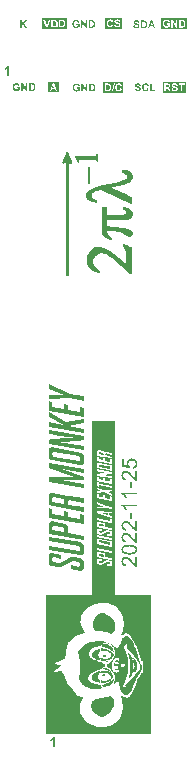
<source format=gto>
G04*
G04 #@! TF.GenerationSoftware,Altium Limited,Altium Designer,22.10.1 (41)*
G04*
G04 Layer_Color=15132400*
%FSLAX25Y25*%
%MOIN*%
G70*
G04*
G04 #@! TF.SameCoordinates,08FE9C07-7630-47CA-AEBB-85BF9774B597*
G04*
G04*
G04 #@! TF.FilePolarity,Positive*
G04*
G01*
G75*
G36*
X8032Y127113D02*
X12588Y126286D01*
Y124877D01*
X8056Y125691D01*
X851Y125363D01*
Y126772D01*
X6075Y126748D01*
X851Y128850D01*
Y130344D01*
X8032Y127113D01*
D02*
G37*
G36*
X2163Y124476D02*
Y122702D01*
X5881Y122046D01*
Y123796D01*
X7193Y123553D01*
Y121803D01*
X11276Y121074D01*
Y122811D01*
X12588Y122569D01*
Y119397D01*
X851Y121524D01*
Y124707D01*
X2163Y124476D01*
D02*
G37*
G36*
X6744Y117733D02*
X12588Y118814D01*
Y117320D01*
X7205Y116457D01*
X12588Y115485D01*
Y114076D01*
X851Y116202D01*
Y117611D01*
X5893Y116700D01*
X851Y119458D01*
Y120989D01*
X6744Y117733D01*
D02*
G37*
G36*
X12588Y113092D02*
Y111670D01*
X12563D01*
X12515Y111658D01*
X12430D01*
X12308Y111646D01*
X12163Y111633D01*
X11992Y111609D01*
X11786Y111597D01*
X11567Y111573D01*
X11312Y111548D01*
X11045Y111524D01*
X10765Y111500D01*
X10462Y111476D01*
X10146Y111451D01*
X9818Y111415D01*
X9125Y111366D01*
X8408Y111305D01*
X7679Y111245D01*
X6950Y111196D01*
X6233Y111147D01*
X5553Y111111D01*
X5225Y111087D01*
X4909Y111074D01*
X4617Y111062D01*
X4338D01*
X4083Y111050D01*
X3937D01*
X3998Y111038D01*
X4071D01*
X4156Y111026D01*
X4265Y111014D01*
X4374Y111002D01*
X4520Y110989D01*
X4666Y110977D01*
X4836Y110965D01*
X5018Y110941D01*
X5225Y110917D01*
X5456Y110892D01*
X5699Y110856D01*
X5954Y110819D01*
X6233Y110783D01*
X6537Y110747D01*
X6865Y110698D01*
X7218Y110649D01*
X7582Y110589D01*
X7971Y110540D01*
X8384Y110467D01*
X8821Y110406D01*
X9283Y110333D01*
X9769Y110248D01*
X10279Y110163D01*
X10814Y110078D01*
X11385Y109981D01*
X11968Y109872D01*
X12588Y109762D01*
Y108341D01*
X851Y110467D01*
Y111889D01*
X863D01*
X924Y111901D01*
X1009D01*
X1130Y111913D01*
X1276Y111937D01*
X1459Y111949D01*
X1653Y111974D01*
X1884Y111986D01*
X2139Y112010D01*
X2406Y112034D01*
X2698Y112071D01*
X3001Y112095D01*
X3317Y112119D01*
X3658Y112156D01*
X4350Y112217D01*
X5091Y112265D01*
X5833Y112326D01*
X6586Y112387D01*
X7315Y112435D01*
X8020Y112472D01*
X8360Y112496D01*
X8688Y112508D01*
X8991Y112520D01*
X9283D01*
X9562Y112532D01*
X9708D01*
X9635Y112545D01*
X9562D01*
X9465Y112557D01*
X9356Y112569D01*
X9222D01*
X9076Y112581D01*
X8919Y112605D01*
X8736Y112618D01*
X8542Y112642D01*
X8323Y112666D01*
X8080Y112690D01*
X7825Y112715D01*
X7558Y112751D01*
X7266Y112788D01*
X6950Y112836D01*
X6610Y112873D01*
X6258Y112921D01*
X5881Y112982D01*
X5480Y113043D01*
X5055Y113104D01*
X4617Y113177D01*
X4156Y113249D01*
X3658Y113322D01*
X3147Y113407D01*
X2613Y113505D01*
X2054Y113602D01*
X1459Y113699D01*
X851Y113808D01*
Y115218D01*
X12588Y113092D01*
D02*
G37*
G36*
X2054Y109276D02*
X2114Y109264D01*
X11519Y107575D01*
X11543D01*
X11592Y107563D01*
X11677Y107527D01*
X11786Y107490D01*
X11908Y107430D01*
X12041Y107357D01*
X12175Y107259D01*
X12296Y107126D01*
X12308Y107114D01*
X12345Y107065D01*
X12393Y106980D01*
X12442Y106883D01*
X12491Y106761D01*
X12539Y106615D01*
X12576Y106457D01*
X12588Y106287D01*
Y104258D01*
X12576Y104173D01*
X12551Y104076D01*
X12515Y103955D01*
X12454Y103833D01*
X12381Y103712D01*
X12284Y103590D01*
X12272Y103578D01*
X12223Y103542D01*
X12163Y103493D01*
X12065Y103444D01*
X11956Y103396D01*
X11822Y103347D01*
X11677Y103311D01*
X11519Y103299D01*
X11312D01*
X1920Y104975D01*
X1896D01*
X1847Y104999D01*
X1762Y105024D01*
X1653Y105060D01*
X1531Y105121D01*
X1398Y105206D01*
X1276Y105303D01*
X1155Y105425D01*
X1142Y105437D01*
X1106Y105485D01*
X1058Y105571D01*
X997Y105668D01*
X948Y105789D01*
X900Y105935D01*
X863Y106081D01*
X851Y106251D01*
Y108317D01*
X863Y108389D01*
X887Y108499D01*
X924Y108608D01*
X985Y108730D01*
X1058Y108851D01*
X1167Y108973D01*
X1179Y108985D01*
X1228Y109021D01*
X1288Y109070D01*
X1386Y109131D01*
X1495Y109191D01*
X1629Y109240D01*
X1774Y109276D01*
X1932Y109289D01*
X1945D01*
X1993D01*
X2054Y109276D01*
D02*
G37*
G36*
X12588Y102096D02*
Y100674D01*
X5274Y101974D01*
X12588Y99508D01*
Y98305D01*
X5176Y98402D01*
X12588Y97126D01*
Y95705D01*
X851Y97843D01*
Y99532D01*
X9307Y99435D01*
X851Y102266D01*
Y104222D01*
X12588Y102096D01*
D02*
G37*
G36*
X1957Y94186D02*
X2017Y94174D01*
X2114Y94162D01*
X5808Y93506D01*
X5820D01*
X5845Y93493D01*
X5881D01*
X5930Y93469D01*
X6063Y93421D01*
X6221Y93336D01*
X6391Y93214D01*
X6549Y93056D01*
X6622Y92959D01*
X6695Y92849D01*
X6744Y92728D01*
X6792Y92594D01*
Y92607D01*
X6817Y92643D01*
X6841Y92692D01*
X6877Y92765D01*
X6926Y92825D01*
X6999Y92898D01*
X7072Y92971D01*
X7169Y93032D01*
X7181D01*
X7205Y93056D01*
X7254Y93068D01*
X7315Y93093D01*
X7461Y93129D01*
X7643Y93153D01*
X7655D01*
X7679D01*
X7764Y93141D01*
X7789D01*
X7837D01*
X7898D01*
X7959D01*
X12588Y92278D01*
Y90845D01*
X7789Y91707D01*
X7752D01*
X7740D01*
X7728D01*
X7667Y91695D01*
X7594Y91659D01*
X7521Y91598D01*
X7509Y91586D01*
X7461Y91537D01*
X7424Y91464D01*
X7412Y91367D01*
Y90225D01*
X12588Y89314D01*
Y87880D01*
X851Y89982D01*
Y93202D01*
X863Y93275D01*
X887Y93384D01*
X924Y93493D01*
X985Y93627D01*
X1058Y93749D01*
X1167Y93870D01*
X1179Y93882D01*
X1216Y93919D01*
X1288Y93967D01*
X1373Y94028D01*
X1483Y94089D01*
X1604Y94138D01*
X1750Y94174D01*
X1908Y94198D01*
X1920D01*
X1957Y94186D01*
D02*
G37*
G36*
X2163Y88791D02*
Y87018D01*
X5881Y86361D01*
Y88111D01*
X7193Y87868D01*
Y86118D01*
X11276Y85389D01*
Y87127D01*
X12588Y86884D01*
Y83713D01*
X851Y85839D01*
Y89022D01*
X2163Y88791D01*
D02*
G37*
G36*
X2017Y84648D02*
X2114Y84624D01*
X6270Y83883D01*
X6294D01*
X6343Y83859D01*
X6440Y83834D01*
X6549Y83798D01*
X6671Y83737D01*
X6792Y83652D01*
X6926Y83555D01*
X7047Y83433D01*
X7060Y83421D01*
X7096Y83373D01*
X7145Y83300D01*
X7193Y83202D01*
X7242Y83081D01*
X7290Y82935D01*
X7327Y82777D01*
X7339Y82607D01*
Y80773D01*
X12600Y79813D01*
Y78403D01*
X851Y80529D01*
Y83676D01*
X863Y83761D01*
X887Y83859D01*
X936Y83980D01*
X985Y84101D01*
X1070Y84235D01*
X1179Y84357D01*
X1191Y84369D01*
X1228Y84405D01*
X1300Y84454D01*
X1373Y84515D01*
X1483Y84563D01*
X1604Y84612D01*
X1726Y84648D01*
X1871Y84661D01*
X1896D01*
X1945D01*
X2017Y84648D01*
D02*
G37*
G36*
X11543Y77626D02*
X11567D01*
X11616Y77601D01*
X11701Y77577D01*
X11810Y77540D01*
X11920Y77480D01*
X12053Y77395D01*
X12175Y77298D01*
X12296Y77164D01*
X12308Y77152D01*
X12345Y77103D01*
X12393Y77018D01*
X12442Y76921D01*
X12491Y76799D01*
X12539Y76654D01*
X12576Y76496D01*
X12588Y76326D01*
Y74284D01*
X12576Y74212D01*
X12551Y74102D01*
X12515Y73993D01*
X12454Y73871D01*
X12381Y73750D01*
X12284Y73628D01*
X12272Y73616D01*
X12223Y73580D01*
X12163Y73531D01*
X12077Y73482D01*
X11968Y73434D01*
X11835Y73385D01*
X11701Y73349D01*
X11543Y73337D01*
X11336D01*
X851Y75220D01*
Y76581D01*
X10887Y74783D01*
X10936D01*
X10960D01*
X11021Y74795D01*
X11093Y74819D01*
X11178Y74868D01*
X11191Y74892D01*
X11227Y74940D01*
X11264Y75013D01*
X11276Y75111D01*
Y75888D01*
X11264Y75937D01*
X11251Y75998D01*
X11227Y76083D01*
X11178Y76168D01*
X11106Y76253D01*
X11008Y76326D01*
X10875Y76362D01*
X851Y78184D01*
Y79582D01*
X11543Y77626D01*
D02*
G37*
G36*
X2054Y74078D02*
X2102Y74066D01*
X4982Y73555D01*
Y72182D01*
X2564Y72620D01*
X2552Y72632D01*
X2503D01*
X2479D01*
X2431Y72620D01*
X2358Y72583D01*
X2272Y72523D01*
X2260Y72498D01*
X2224Y72450D01*
X2187Y72377D01*
X2175Y72280D01*
Y71502D01*
X2187Y71417D01*
X2224Y71308D01*
X2297Y71198D01*
X2321Y71174D01*
X2370Y71125D01*
X2455Y71065D01*
X2564Y71028D01*
X3864Y70797D01*
X3876D01*
X3889D01*
X3961Y70785D01*
X4059Y70773D01*
X4168D01*
X4180D01*
X4192D01*
X4265Y70785D01*
X4387Y70797D01*
X4532Y70822D01*
X4715Y70858D01*
X4909Y70931D01*
X5128Y71016D01*
X5359Y71137D01*
X5371D01*
X5383Y71150D01*
X5456Y71198D01*
X5565Y71271D01*
X5723Y71356D01*
X5893Y71465D01*
X6100Y71587D01*
X6318Y71721D01*
X6537Y71854D01*
X6999Y72122D01*
X7205Y72243D01*
X7412Y72352D01*
X7594Y72450D01*
X7752Y72523D01*
X7862Y72583D01*
X7947Y72608D01*
X7959Y72620D01*
X8020Y72644D01*
X8092Y72681D01*
X8202Y72717D01*
X8323Y72753D01*
X8469Y72790D01*
X8639Y72814D01*
X8809Y72826D01*
X8821D01*
X8846D01*
X8882D01*
X8943Y72814D01*
X9089Y72802D01*
X9259Y72766D01*
X11519Y72352D01*
X11543D01*
X11592Y72328D01*
X11677Y72304D01*
X11786Y72267D01*
X11908Y72207D01*
X12041Y72122D01*
X12175Y72025D01*
X12296Y71903D01*
X12308Y71891D01*
X12345Y71842D01*
X12393Y71757D01*
X12442Y71660D01*
X12491Y71539D01*
X12539Y71393D01*
X12576Y71235D01*
X12588Y71065D01*
Y69036D01*
X12576Y68950D01*
X12551Y68853D01*
X12515Y68744D01*
X12454Y68622D01*
X12381Y68501D01*
X12284Y68379D01*
X12272Y68367D01*
X12223Y68331D01*
X12163Y68294D01*
X12065Y68246D01*
X11956Y68185D01*
X11822Y68149D01*
X11677Y68112D01*
X11519Y68100D01*
X11336D01*
X8360Y68610D01*
Y69971D01*
X10875Y69534D01*
X10923D01*
X10948D01*
X11008Y69546D01*
X11081Y69570D01*
X11166Y69631D01*
X11178Y69643D01*
X11215Y69692D01*
X11251Y69765D01*
X11264Y69862D01*
Y70652D01*
X11251Y70724D01*
X11215Y70834D01*
X11154Y70943D01*
Y70955D01*
X11130Y70967D01*
X11069Y71016D01*
X10984Y71077D01*
X10863Y71125D01*
X9210Y71417D01*
X9198D01*
X9161Y71429D01*
X9113Y71441D01*
X9052D01*
X9040D01*
X8991D01*
X8919Y71429D01*
X8821Y71405D01*
X8700Y71368D01*
X8554Y71308D01*
X8384Y71235D01*
X8202Y71137D01*
X8190D01*
X8153Y71113D01*
X8080Y71065D01*
X8020Y71040D01*
X7959Y71004D01*
X7874Y70967D01*
X7789Y70919D01*
X7679Y70858D01*
X7558Y70797D01*
X7424Y70724D01*
X7266Y70639D01*
X7096Y70542D01*
X6902Y70445D01*
X6889Y70433D01*
X6853Y70421D01*
X6792Y70384D01*
X6707Y70348D01*
X6622Y70299D01*
X6513Y70238D01*
X6282Y70117D01*
X6039Y69995D01*
X5808Y69874D01*
X5711Y69825D01*
X5626Y69777D01*
X5565Y69740D01*
X5517Y69716D01*
X5504D01*
X5492Y69704D01*
X5456Y69692D01*
X5407Y69667D01*
X5286Y69619D01*
X5128Y69570D01*
X4945Y69509D01*
X4751Y69461D01*
X4532Y69424D01*
X4314Y69412D01*
X4302D01*
X4289D01*
X4241D01*
X4229D01*
X4216D01*
X4144D01*
X4059Y69424D01*
X3949Y69437D01*
X1920Y69777D01*
X1896D01*
X1847Y69801D01*
X1762Y69825D01*
X1653Y69862D01*
X1531Y69923D01*
X1398Y70008D01*
X1276Y70105D01*
X1155Y70238D01*
X1142Y70250D01*
X1106Y70299D01*
X1058Y70384D01*
X997Y70481D01*
X948Y70603D01*
X900Y70736D01*
X863Y70894D01*
X851Y71065D01*
Y73106D01*
X863Y73179D01*
X887Y73288D01*
X924Y73397D01*
X985Y73519D01*
X1058Y73640D01*
X1167Y73762D01*
X1179Y73774D01*
X1228Y73810D01*
X1288Y73871D01*
X1386Y73932D01*
X1495Y73981D01*
X1629Y74041D01*
X1774Y74078D01*
X1932Y74090D01*
X1945D01*
X1993D01*
X2054Y74078D01*
D02*
G37*
G36*
X17095Y207304D02*
X17165Y207270D01*
X17199Y207131D01*
Y204492D01*
X17165Y204423D01*
X17130Y204353D01*
X17026Y204318D01*
X16540Y205186D01*
X16505D01*
X16435Y205221D01*
X16297Y205256D01*
X16158D01*
X11957D01*
X11922D01*
X11783D01*
X11609D01*
X11436Y205221D01*
X11227Y205186D01*
X11089Y205152D01*
X10950Y205082D01*
X10915Y204978D01*
X11019Y204318D01*
X10846Y204249D01*
X10741D01*
X10707Y204284D01*
X10637Y204353D01*
X10533Y204492D01*
X10394Y204700D01*
X10255Y205047D01*
X10151Y205256D01*
X10047Y205499D01*
X9943Y205811D01*
X9804Y206124D01*
Y206228D01*
X9839Y206297D01*
X9873Y206367D01*
X9978Y206402D01*
X15984D01*
X16019D01*
X16123D01*
X16262Y206436D01*
X16401Y206506D01*
X16540Y206610D01*
X16679Y206749D01*
X16783Y206957D01*
X16817Y207235D01*
X17026Y207339D01*
X17061D01*
X17095Y207304D01*
D02*
G37*
G36*
X7165Y208068D02*
X7269Y207895D01*
X7339Y207756D01*
X7408Y207582D01*
X7513Y207374D01*
X7651Y207096D01*
X7790Y206784D01*
X7929Y206402D01*
X8103Y205985D01*
X8311Y205464D01*
X8519Y204909D01*
X8762Y204249D01*
Y204041D01*
X8728Y204006D01*
X8658Y203902D01*
X8485Y203798D01*
X8207Y203763D01*
X8172Y203798D01*
X8103Y203902D01*
X8033Y204006D01*
X7929Y204180D01*
X7721Y204561D01*
X7686Y204735D01*
X7651Y204909D01*
X7547D01*
Y166439D01*
X7513Y166404D01*
X7478Y166335D01*
X7374Y166300D01*
X6783D01*
X6749D01*
X6679Y166335D01*
X6645Y166369D01*
X6610Y166474D01*
Y204804D01*
X6506D01*
Y204770D01*
X6471Y204631D01*
X6401Y204492D01*
X6332Y204284D01*
X6263Y204110D01*
X6158Y203937D01*
X6054Y203798D01*
X5950Y203763D01*
X5776D01*
X5742D01*
X5672Y203798D01*
X5568Y203937D01*
X5464Y204006D01*
X5395Y204145D01*
X6992Y208172D01*
X7096D01*
X7165Y208068D01*
D02*
G37*
G36*
X14561Y202721D02*
X14630Y202687D01*
X14665Y202548D01*
Y197166D01*
X14630Y197131D01*
X14595Y197062D01*
X14491Y197027D01*
X14213D01*
X14179D01*
X14109Y197062D01*
X14040Y197131D01*
X14005Y197201D01*
Y202582D01*
X14040Y202652D01*
X14109Y202721D01*
X14213Y202756D01*
X14491D01*
X14526D01*
X14561Y202721D01*
D02*
G37*
G36*
X26157Y201784D02*
X26643Y201714D01*
X27164Y201610D01*
X27720Y201367D01*
X28240Y201055D01*
X28449Y200846D01*
X28657Y200603D01*
X28796Y200326D01*
X28900Y200013D01*
Y199076D01*
X28865Y198971D01*
X28831Y198833D01*
X28726Y198694D01*
X28622Y198485D01*
X28449Y198277D01*
X28206Y198069D01*
X27928Y197826D01*
X27581Y197583D01*
X27129Y197374D01*
X26608Y197131D01*
X25984Y196923D01*
X25254Y196715D01*
X24421Y196541D01*
X23484Y196368D01*
X23449Y196333D01*
X23414D01*
X23275Y196298D01*
X23102Y196229D01*
X22824Y196159D01*
X22407Y196090D01*
X22164Y196020D01*
X21887Y195986D01*
Y195881D01*
X21921D01*
X21991Y195847D01*
X22130Y195777D01*
X22268Y195743D01*
X22477Y195638D01*
X22755Y195534D01*
X23067Y195361D01*
X23449Y195187D01*
X23935Y194979D01*
X24491Y194701D01*
X25115Y194388D01*
X25845Y194041D01*
X26643Y193625D01*
X27581Y193139D01*
X28622Y192618D01*
Y190535D01*
X28587Y190465D01*
X28553Y190396D01*
X28449Y190361D01*
X28345D01*
X18241Y195152D01*
X18206D01*
X18102Y195118D01*
X17963Y195083D01*
X17755Y195048D01*
X17547Y194979D01*
X17269Y194909D01*
X16713Y194701D01*
X16158Y194458D01*
X15915Y194284D01*
X15706Y194145D01*
X15498Y193972D01*
X15359Y193798D01*
X15255Y193590D01*
X15220Y193382D01*
Y192861D01*
X15255Y192791D01*
X15290Y192687D01*
X15394Y192583D01*
X15602Y192409D01*
X15880Y192236D01*
X16227Y192062D01*
X16470Y191958D01*
X16748Y191854D01*
X16783D01*
X16887Y191819D01*
X16991Y191785D01*
X17026Y191680D01*
Y191090D01*
X16991Y191021D01*
X16922Y190951D01*
X16817Y190917D01*
X16783D01*
X16679D01*
X16540D01*
X16366Y190951D01*
X16123Y190986D01*
X15880Y191021D01*
X15290Y191194D01*
X14699Y191437D01*
X14387Y191611D01*
X14109Y191785D01*
X13832Y192027D01*
X13623Y192305D01*
X13415Y192618D01*
X13276Y193000D01*
Y193937D01*
X13311Y194041D01*
X13415Y194180D01*
X13519Y194354D01*
X13693Y194527D01*
X13936Y194770D01*
X14283Y195013D01*
X14699Y195256D01*
X15220Y195534D01*
X15845Y195812D01*
X16227Y195951D01*
X16644Y196090D01*
X17061Y196229D01*
X17547Y196368D01*
X18067Y196472D01*
X18588Y196611D01*
X19178Y196749D01*
X19838Y196888D01*
X20498Y197027D01*
X21227Y197131D01*
X21296D01*
X21470Y197201D01*
X21748Y197236D01*
X22130Y197340D01*
X22546Y197444D01*
X23032Y197548D01*
X24074Y197861D01*
X25150Y198173D01*
X25636Y198347D01*
X26053Y198555D01*
X26435Y198729D01*
X26713Y198902D01*
X26886Y199110D01*
X26956Y199284D01*
Y199944D01*
X26921Y199978D01*
X26851Y200083D01*
X26713Y200256D01*
X26504Y200430D01*
X26261Y200569D01*
X25984Y200742D01*
X25636Y200846D01*
X25254Y200881D01*
Y201541D01*
X25289Y201610D01*
X25359Y201714D01*
X25532Y201819D01*
X25741D01*
X25775D01*
X25845D01*
X25984D01*
X26157Y201784D01*
D02*
G37*
G36*
X20289Y189493D02*
X20359Y189458D01*
X20394Y189354D01*
Y186889D01*
X21331Y186820D01*
X25359D01*
X25428D01*
X25567D01*
X25775Y186854D01*
X26018Y186924D01*
X26261Y187063D01*
X26470Y187201D01*
X26608Y187444D01*
X26678Y187757D01*
Y187931D01*
X26643Y187965D01*
X26608Y188035D01*
X26539Y188104D01*
X26400Y188208D01*
X26192Y188347D01*
X25914Y188556D01*
X25532Y188764D01*
Y189285D01*
X25567Y189354D01*
X25636Y189389D01*
X25741Y189424D01*
X26018D01*
X26053D01*
X26157D01*
X26296Y189389D01*
X26470Y189354D01*
X26921Y189215D01*
X27442Y189042D01*
X27997Y188764D01*
X28449Y188417D01*
X28622Y188208D01*
X28761Y187965D01*
X28865Y187688D01*
X28900Y187375D01*
Y186750D01*
X28831Y186542D01*
X28726Y186229D01*
X28622Y186056D01*
X28483Y185882D01*
X28275Y185708D01*
X28067Y185535D01*
X27789Y185396D01*
X27442Y185222D01*
X27060Y185118D01*
X26608Y185014D01*
X26053Y184979D01*
X25463Y184945D01*
X25428D01*
X25359D01*
X25220D01*
X25046D01*
X24803D01*
X24560D01*
X24248Y184979D01*
X23900D01*
X23136Y185014D01*
X22268Y185049D01*
X21366Y185118D01*
X20394Y185222D01*
Y182966D01*
X20428D01*
X20498D01*
X20602D01*
X20741Y182931D01*
X20949D01*
X21192D01*
X21713Y182896D01*
X22373Y182827D01*
X23067Y182757D01*
X23866Y182688D01*
X24629Y182584D01*
X25428Y182445D01*
X26192Y182306D01*
X26921Y182132D01*
X27581Y181959D01*
X28101Y181716D01*
X28345Y181612D01*
X28518Y181473D01*
X28692Y181369D01*
X28796Y181230D01*
X28865Y181056D01*
X28900Y180917D01*
Y180188D01*
X28831Y180049D01*
X28761Y179910D01*
X28657Y179771D01*
X28483Y179632D01*
X28240Y179528D01*
X27893Y179494D01*
X27615D01*
X27581D01*
X27546Y179528D01*
X27407Y179563D01*
X27199Y179667D01*
X26886Y179841D01*
X26678Y179945D01*
X26435Y180084D01*
X26157Y180257D01*
X25845Y180431D01*
X25497Y180674D01*
X25081Y180917D01*
X25046D01*
X25011Y180952D01*
X24907D01*
X24734Y180987D01*
X24560Y181021D01*
X24352Y181056D01*
X24109Y181125D01*
X23796Y181160D01*
X23136Y181264D01*
X22338Y181369D01*
X21400Y181473D01*
X20394Y181542D01*
Y181403D01*
X20428Y181264D01*
X20463Y181021D01*
X20567Y180709D01*
X20741Y180362D01*
X21019Y179980D01*
X21400Y179598D01*
X21609Y179389D01*
X21887Y179216D01*
Y178521D01*
X21852Y178487D01*
X21782Y178417D01*
X21609Y178383D01*
X21574D01*
X21470Y178417D01*
X21331Y178487D01*
X21123Y178556D01*
X20880Y178660D01*
X20637Y178764D01*
X20046Y179077D01*
X19491Y179494D01*
X19248Y179737D01*
X19005Y180014D01*
X18797Y180292D01*
X18658Y180639D01*
X18553Y180987D01*
X18519Y181369D01*
Y189389D01*
X18553Y189458D01*
X18588Y189493D01*
X18692Y189528D01*
X20185D01*
X20220D01*
X20289Y189493D01*
D02*
G37*
G36*
X25914Y177029D02*
X26053Y176994D01*
X26261Y176924D01*
X26713Y176785D01*
X27199Y176612D01*
X27720Y176438D01*
X28171Y176230D01*
X28345Y176161D01*
X28483Y176091D01*
X28587Y176022D01*
X28622Y175952D01*
Y167272D01*
X28587Y167237D01*
X28553Y167168D01*
X28449Y167133D01*
X27893D01*
X27858Y167168D01*
X27824Y167203D01*
X27754Y167307D01*
X27615Y167411D01*
X27303Y167758D01*
X26886Y168210D01*
X26400Y168730D01*
X25810Y169286D01*
X25150Y169911D01*
X24456Y170571D01*
X23727Y171195D01*
X22963Y171820D01*
X22164Y172376D01*
X21400Y172897D01*
X20637Y173348D01*
X19873Y173695D01*
X19526Y173800D01*
X19178Y173904D01*
X18831Y173938D01*
X18519Y173973D01*
X18484D01*
X18415D01*
X18310D01*
X18171Y173938D01*
X17824Y173834D01*
X17373Y173661D01*
X17130Y173556D01*
X16887Y173383D01*
X16644Y173175D01*
X16401Y172966D01*
X16193Y172654D01*
X15949Y172341D01*
X15776Y171959D01*
X15602Y171543D01*
Y171161D01*
X15637Y171022D01*
X15741Y170709D01*
X15915Y170258D01*
X16019Y170050D01*
X16193Y169772D01*
X16401Y169529D01*
X16609Y169286D01*
X16922Y169008D01*
X17234Y168730D01*
X17616Y168487D01*
X18033Y168244D01*
Y167654D01*
X17998Y167619D01*
X17929Y167550D01*
X17755Y167515D01*
X17720D01*
X17651D01*
X17512Y167550D01*
X17303D01*
X17095Y167619D01*
X16852Y167654D01*
X16262Y167862D01*
X15949Y168001D01*
X15637Y168210D01*
X15290Y168418D01*
X14977Y168696D01*
X14665Y169008D01*
X14352Y169390D01*
X14075Y169841D01*
X13832Y170327D01*
Y170362D01*
X13797Y170432D01*
X13762Y170536D01*
X13727Y170709D01*
X13693Y171057D01*
X13658Y171439D01*
Y172480D01*
X13693Y172654D01*
Y172827D01*
X13762Y173036D01*
X13832Y173313D01*
X13936Y173591D01*
X14040Y173904D01*
X14213Y174216D01*
X14422Y174529D01*
X14699Y174841D01*
X14977Y175154D01*
X15359Y175466D01*
X15776Y175744D01*
X16262Y176022D01*
X16817Y176230D01*
X17859D01*
X17894D01*
X17998D01*
X18171Y176195D01*
X18415Y176161D01*
X18727Y176056D01*
X19109Y175917D01*
X19560Y175744D01*
X20081Y175536D01*
X20637Y175223D01*
X21262Y174841D01*
X21956Y174390D01*
X22720Y173869D01*
X23518Y173209D01*
X24386Y172480D01*
X25324Y171612D01*
X26296Y170605D01*
X26678Y170327D01*
Y172897D01*
X26643Y173105D01*
Y173383D01*
X26608Y173695D01*
X26539Y174355D01*
X26435Y174980D01*
X26331Y175293D01*
X26227Y175570D01*
X26122Y175813D01*
X25984Y175987D01*
X25810Y176091D01*
X25636Y176126D01*
X25532Y176299D01*
Y176924D01*
X25567Y176994D01*
X25636Y177029D01*
X25741Y177063D01*
X25810D01*
X25845D01*
X25914Y177029D01*
D02*
G37*
G36*
X28696Y105597D02*
X28757Y105592D01*
X28824Y105580D01*
X28901Y105570D01*
X28990Y105553D01*
X29079Y105531D01*
X29179Y105503D01*
X29279Y105470D01*
X29379Y105431D01*
X29479Y105386D01*
X29584Y105331D01*
X29684Y105270D01*
X29778Y105198D01*
X29784Y105192D01*
X29806Y105175D01*
X29834Y105148D01*
X29873Y105109D01*
X29923Y105059D01*
X29973Y104998D01*
X30034Y104926D01*
X30089Y104842D01*
X30145Y104754D01*
X30206Y104654D01*
X30256Y104543D01*
X30300Y104421D01*
X30345Y104293D01*
X30372Y104154D01*
X30395Y104010D01*
X30400Y103855D01*
Y103788D01*
X30395Y103738D01*
X30389Y103677D01*
X30378Y103610D01*
X30367Y103533D01*
X30350Y103449D01*
X30333Y103360D01*
X30306Y103266D01*
X30272Y103172D01*
X30233Y103077D01*
X30189Y102983D01*
X30139Y102889D01*
X30078Y102800D01*
X30011Y102711D01*
X30006Y102706D01*
X29995Y102695D01*
X29973Y102672D01*
X29939Y102645D01*
X29901Y102606D01*
X29856Y102567D01*
X29801Y102528D01*
X29734Y102484D01*
X29667Y102439D01*
X29590Y102395D01*
X29501Y102356D01*
X29412Y102317D01*
X29312Y102278D01*
X29207Y102251D01*
X29090Y102228D01*
X28974Y102212D01*
X28924Y102872D01*
X28929D01*
X28946Y102878D01*
X28968Y102883D01*
X29001Y102889D01*
X29040Y102894D01*
X29090Y102911D01*
X29196Y102939D01*
X29312Y102983D01*
X29434Y103044D01*
X29545Y103116D01*
X29595Y103161D01*
X29645Y103205D01*
Y103211D01*
X29656Y103216D01*
X29667Y103233D01*
X29684Y103255D01*
X29723Y103311D01*
X29762Y103388D01*
X29806Y103483D01*
X29845Y103594D01*
X29873Y103716D01*
X29878Y103782D01*
X29884Y103855D01*
Y103899D01*
X29878Y103932D01*
X29873Y103971D01*
X29867Y104016D01*
X29839Y104121D01*
X29801Y104243D01*
X29773Y104304D01*
X29740Y104371D01*
X29701Y104437D01*
X29656Y104498D01*
X29606Y104559D01*
X29545Y104620D01*
X29540Y104626D01*
X29529Y104631D01*
X29512Y104648D01*
X29484Y104670D01*
X29445Y104693D01*
X29406Y104720D01*
X29357Y104748D01*
X29301Y104781D01*
X29240Y104809D01*
X29173Y104837D01*
X29096Y104865D01*
X29018Y104887D01*
X28929Y104909D01*
X28835Y104926D01*
X28741Y104931D01*
X28635Y104937D01*
X28630D01*
X28613D01*
X28585D01*
X28546Y104931D01*
X28502Y104926D01*
X28446Y104920D01*
X28391Y104909D01*
X28324Y104898D01*
X28191Y104865D01*
X28047Y104809D01*
X27980Y104776D01*
X27914Y104731D01*
X27847Y104687D01*
X27786Y104631D01*
X27780Y104626D01*
X27775Y104620D01*
X27758Y104598D01*
X27736Y104576D01*
X27714Y104548D01*
X27686Y104509D01*
X27658Y104471D01*
X27625Y104421D01*
X27597Y104365D01*
X27569Y104310D01*
X27520Y104171D01*
X27497Y104099D01*
X27481Y104016D01*
X27475Y103932D01*
X27470Y103843D01*
Y103794D01*
X27475Y103732D01*
X27486Y103660D01*
X27503Y103571D01*
X27531Y103477D01*
X27564Y103383D01*
X27614Y103288D01*
X27619Y103277D01*
X27636Y103250D01*
X27669Y103205D01*
X27708Y103150D01*
X27764Y103094D01*
X27825Y103027D01*
X27897Y102966D01*
X27975Y102911D01*
X27891Y102323D01*
X25261Y102817D01*
Y105364D01*
X25860D01*
Y103316D01*
X27237Y103044D01*
X27231Y103050D01*
X27220Y103066D01*
X27209Y103089D01*
X27187Y103122D01*
X27164Y103166D01*
X27137Y103216D01*
X27103Y103272D01*
X27075Y103338D01*
X27048Y103405D01*
X27014Y103483D01*
X26965Y103644D01*
X26942Y103732D01*
X26926Y103821D01*
X26920Y103916D01*
X26915Y104010D01*
Y104038D01*
X26920Y104077D01*
Y104121D01*
X26931Y104176D01*
X26937Y104243D01*
X26953Y104321D01*
X26970Y104398D01*
X26998Y104487D01*
X27026Y104576D01*
X27064Y104670D01*
X27109Y104765D01*
X27164Y104859D01*
X27225Y104953D01*
X27298Y105048D01*
X27381Y105137D01*
X27386Y105142D01*
X27403Y105159D01*
X27431Y105181D01*
X27464Y105209D01*
X27508Y105248D01*
X27569Y105286D01*
X27630Y105325D01*
X27703Y105370D01*
X27786Y105414D01*
X27880Y105453D01*
X27975Y105497D01*
X28086Y105531D01*
X28197Y105558D01*
X28319Y105580D01*
X28446Y105597D01*
X28580Y105603D01*
X28585D01*
X28613D01*
X28646D01*
X28696Y105597D01*
D02*
G37*
G36*
X30317Y98144D02*
X30306D01*
X30278D01*
X30233D01*
X30178Y98149D01*
X30111Y98155D01*
X30039Y98171D01*
X29961Y98188D01*
X29884Y98216D01*
X29878D01*
X29867Y98221D01*
X29851Y98227D01*
X29823Y98238D01*
X29795Y98255D01*
X29756Y98271D01*
X29667Y98316D01*
X29562Y98371D01*
X29445Y98443D01*
X29323Y98527D01*
X29201Y98626D01*
X29196Y98632D01*
X29185Y98637D01*
X29168Y98654D01*
X29140Y98682D01*
X29112Y98710D01*
X29074Y98748D01*
X29029Y98787D01*
X28979Y98837D01*
X28924Y98893D01*
X28868Y98954D01*
X28802Y99020D01*
X28735Y99098D01*
X28663Y99176D01*
X28591Y99265D01*
X28513Y99353D01*
X28430Y99453D01*
X28424Y99464D01*
X28396Y99492D01*
X28363Y99531D01*
X28313Y99586D01*
X28258Y99653D01*
X28191Y99731D01*
X28119Y99820D01*
X28036Y99909D01*
X27864Y100097D01*
X27681Y100280D01*
X27592Y100369D01*
X27503Y100452D01*
X27420Y100524D01*
X27342Y100586D01*
X27336Y100591D01*
X27325Y100597D01*
X27303Y100613D01*
X27275Y100630D01*
X27237Y100658D01*
X27198Y100680D01*
X27098Y100735D01*
X26981Y100791D01*
X26854Y100841D01*
X26720Y100874D01*
X26654Y100880D01*
X26587Y100885D01*
X26582D01*
X26570D01*
X26548D01*
X26526Y100880D01*
X26493D01*
X26454Y100869D01*
X26371Y100852D01*
X26271Y100819D01*
X26165Y100769D01*
X26110Y100741D01*
X26060Y100702D01*
X26010Y100663D01*
X25960Y100613D01*
X25954Y100608D01*
X25949Y100602D01*
X25938Y100586D01*
X25921Y100563D01*
X25899Y100536D01*
X25877Y100502D01*
X25827Y100425D01*
X25782Y100319D01*
X25738Y100203D01*
X25710Y100064D01*
X25699Y99986D01*
Y99864D01*
X25705Y99831D01*
Y99792D01*
X25716Y99748D01*
X25732Y99648D01*
X25766Y99531D01*
X25816Y99409D01*
X25849Y99348D01*
X25882Y99287D01*
X25927Y99231D01*
X25977Y99176D01*
X25982Y99170D01*
X25988Y99165D01*
X26004Y99154D01*
X26027Y99131D01*
X26054Y99115D01*
X26088Y99093D01*
X26127Y99065D01*
X26171Y99043D01*
X26221Y99015D01*
X26276Y98993D01*
X26410Y98948D01*
X26554Y98915D01*
X26637Y98909D01*
X26726Y98904D01*
X26659Y98260D01*
X26648D01*
X26626Y98266D01*
X26593Y98271D01*
X26543Y98277D01*
X26482Y98288D01*
X26410Y98304D01*
X26332Y98321D01*
X26249Y98349D01*
X26165Y98377D01*
X26071Y98410D01*
X25982Y98454D01*
X25893Y98499D01*
X25799Y98554D01*
X25716Y98615D01*
X25633Y98682D01*
X25560Y98760D01*
X25555Y98765D01*
X25544Y98782D01*
X25527Y98804D01*
X25499Y98837D01*
X25472Y98882D01*
X25438Y98937D01*
X25405Y98998D01*
X25366Y99070D01*
X25333Y99148D01*
X25300Y99237D01*
X25266Y99331D01*
X25238Y99437D01*
X25211Y99548D01*
X25194Y99664D01*
X25183Y99792D01*
X25177Y99925D01*
Y99997D01*
X25183Y100047D01*
X25189Y100108D01*
X25200Y100180D01*
X25211Y100264D01*
X25227Y100347D01*
X25250Y100441D01*
X25277Y100536D01*
X25311Y100636D01*
X25350Y100730D01*
X25399Y100830D01*
X25455Y100924D01*
X25516Y101013D01*
X25588Y101096D01*
X25594Y101102D01*
X25605Y101113D01*
X25633Y101135D01*
X25660Y101163D01*
X25699Y101196D01*
X25749Y101235D01*
X25805Y101274D01*
X25871Y101313D01*
X25938Y101351D01*
X26015Y101390D01*
X26099Y101429D01*
X26188Y101462D01*
X26287Y101490D01*
X26387Y101512D01*
X26493Y101523D01*
X26604Y101529D01*
X26609D01*
X26615D01*
X26632D01*
X26654D01*
X26715Y101523D01*
X26792Y101512D01*
X26887Y101496D01*
X26987Y101474D01*
X27098Y101446D01*
X27209Y101401D01*
X27214D01*
X27220Y101396D01*
X27237Y101390D01*
X27259Y101379D01*
X27320Y101346D01*
X27397Y101302D01*
X27492Y101240D01*
X27597Y101168D01*
X27708Y101085D01*
X27830Y100980D01*
X27836Y100974D01*
X27847Y100969D01*
X27864Y100946D01*
X27891Y100924D01*
X27925Y100891D01*
X27964Y100852D01*
X28014Y100808D01*
X28063Y100752D01*
X28124Y100686D01*
X28191Y100613D01*
X28269Y100536D01*
X28346Y100447D01*
X28435Y100352D01*
X28524Y100247D01*
X28624Y100130D01*
X28730Y100008D01*
X28735Y100003D01*
X28752Y99986D01*
X28774Y99953D01*
X28807Y99920D01*
X28846Y99870D01*
X28890Y99820D01*
X28990Y99703D01*
X29096Y99581D01*
X29207Y99464D01*
X29257Y99409D01*
X29301Y99359D01*
X29346Y99315D01*
X29379Y99281D01*
X29384Y99276D01*
X29406Y99253D01*
X29440Y99226D01*
X29484Y99187D01*
X29534Y99143D01*
X29590Y99098D01*
X29712Y99009D01*
Y101535D01*
X30317D01*
Y98144D01*
D02*
G37*
G36*
X28779Y95774D02*
X28147D01*
Y97711D01*
X28779D01*
Y95774D01*
D02*
G37*
G36*
X30317Y93609D02*
X26315D01*
X26326Y93598D01*
X26354Y93570D01*
X26393Y93520D01*
X26448Y93448D01*
X26515Y93365D01*
X26587Y93260D01*
X26665Y93143D01*
X26748Y93010D01*
Y93004D01*
X26759Y92993D01*
X26770Y92976D01*
X26781Y92949D01*
X26804Y92915D01*
X26820Y92877D01*
X26870Y92788D01*
X26920Y92688D01*
X26976Y92577D01*
X27026Y92460D01*
X27070Y92349D01*
X26465D01*
X26460Y92355D01*
X26454Y92372D01*
X26437Y92399D01*
X26421Y92438D01*
X26399Y92483D01*
X26365Y92538D01*
X26332Y92599D01*
X26299Y92660D01*
X26210Y92804D01*
X26104Y92960D01*
X25993Y93121D01*
X25866Y93271D01*
X25860Y93276D01*
X25849Y93287D01*
X25832Y93309D01*
X25805Y93337D01*
X25771Y93365D01*
X25738Y93404D01*
X25644Y93487D01*
X25544Y93581D01*
X25427Y93676D01*
X25305Y93759D01*
X25177Y93831D01*
Y94236D01*
X30317D01*
Y93609D01*
D02*
G37*
G36*
Y89630D02*
X26315D01*
X26326Y89619D01*
X26354Y89591D01*
X26393Y89541D01*
X26448Y89469D01*
X26515Y89386D01*
X26587Y89280D01*
X26665Y89164D01*
X26748Y89030D01*
Y89025D01*
X26759Y89014D01*
X26770Y88997D01*
X26781Y88969D01*
X26804Y88936D01*
X26820Y88897D01*
X26870Y88809D01*
X26920Y88709D01*
X26976Y88598D01*
X27026Y88481D01*
X27070Y88370D01*
X26465D01*
X26460Y88376D01*
X26454Y88392D01*
X26437Y88420D01*
X26421Y88459D01*
X26399Y88503D01*
X26365Y88559D01*
X26332Y88620D01*
X26299Y88681D01*
X26210Y88825D01*
X26104Y88981D01*
X25993Y89141D01*
X25866Y89291D01*
X25860Y89297D01*
X25849Y89308D01*
X25832Y89330D01*
X25805Y89358D01*
X25771Y89386D01*
X25738Y89425D01*
X25644Y89508D01*
X25544Y89602D01*
X25427Y89697D01*
X25305Y89780D01*
X25177Y89852D01*
Y90257D01*
X30317D01*
Y89630D01*
D02*
G37*
G36*
X28779Y85434D02*
X28147D01*
Y87371D01*
X28779D01*
Y85434D01*
D02*
G37*
G36*
X30317Y81444D02*
X30306D01*
X30278D01*
X30233D01*
X30178Y81449D01*
X30111Y81455D01*
X30039Y81471D01*
X29961Y81488D01*
X29884Y81516D01*
X29878D01*
X29867Y81521D01*
X29851Y81527D01*
X29823Y81538D01*
X29795Y81555D01*
X29756Y81571D01*
X29667Y81616D01*
X29562Y81671D01*
X29445Y81743D01*
X29323Y81827D01*
X29201Y81926D01*
X29196Y81932D01*
X29185Y81937D01*
X29168Y81954D01*
X29140Y81982D01*
X29112Y82010D01*
X29074Y82049D01*
X29029Y82087D01*
X28979Y82137D01*
X28924Y82193D01*
X28868Y82254D01*
X28802Y82320D01*
X28735Y82398D01*
X28663Y82476D01*
X28591Y82565D01*
X28513Y82653D01*
X28430Y82753D01*
X28424Y82765D01*
X28396Y82792D01*
X28363Y82831D01*
X28313Y82887D01*
X28258Y82953D01*
X28191Y83031D01*
X28119Y83120D01*
X28036Y83209D01*
X27864Y83397D01*
X27681Y83580D01*
X27592Y83669D01*
X27503Y83752D01*
X27420Y83824D01*
X27342Y83886D01*
X27336Y83891D01*
X27325Y83897D01*
X27303Y83913D01*
X27275Y83930D01*
X27237Y83958D01*
X27198Y83980D01*
X27098Y84035D01*
X26981Y84091D01*
X26854Y84141D01*
X26720Y84174D01*
X26654Y84180D01*
X26587Y84185D01*
X26582D01*
X26570D01*
X26548D01*
X26526Y84180D01*
X26493D01*
X26454Y84169D01*
X26371Y84152D01*
X26271Y84119D01*
X26165Y84069D01*
X26110Y84041D01*
X26060Y84002D01*
X26010Y83963D01*
X25960Y83913D01*
X25954Y83908D01*
X25949Y83902D01*
X25938Y83886D01*
X25921Y83863D01*
X25899Y83836D01*
X25877Y83802D01*
X25827Y83725D01*
X25782Y83619D01*
X25738Y83503D01*
X25710Y83364D01*
X25699Y83286D01*
Y83164D01*
X25705Y83131D01*
Y83092D01*
X25716Y83048D01*
X25732Y82948D01*
X25766Y82831D01*
X25816Y82709D01*
X25849Y82648D01*
X25882Y82587D01*
X25927Y82531D01*
X25977Y82476D01*
X25982Y82470D01*
X25988Y82465D01*
X26004Y82454D01*
X26027Y82432D01*
X26054Y82415D01*
X26088Y82393D01*
X26127Y82365D01*
X26171Y82343D01*
X26221Y82315D01*
X26276Y82293D01*
X26410Y82248D01*
X26554Y82215D01*
X26637Y82209D01*
X26726Y82204D01*
X26659Y81560D01*
X26648D01*
X26626Y81566D01*
X26593Y81571D01*
X26543Y81577D01*
X26482Y81588D01*
X26410Y81604D01*
X26332Y81621D01*
X26249Y81649D01*
X26165Y81677D01*
X26071Y81710D01*
X25982Y81754D01*
X25893Y81799D01*
X25799Y81854D01*
X25716Y81915D01*
X25633Y81982D01*
X25560Y82060D01*
X25555Y82065D01*
X25544Y82082D01*
X25527Y82104D01*
X25499Y82137D01*
X25472Y82182D01*
X25438Y82237D01*
X25405Y82298D01*
X25366Y82371D01*
X25333Y82448D01*
X25300Y82537D01*
X25266Y82631D01*
X25238Y82737D01*
X25211Y82848D01*
X25194Y82964D01*
X25183Y83092D01*
X25177Y83225D01*
Y83297D01*
X25183Y83347D01*
X25189Y83408D01*
X25200Y83480D01*
X25211Y83564D01*
X25227Y83647D01*
X25250Y83741D01*
X25277Y83836D01*
X25311Y83936D01*
X25350Y84030D01*
X25399Y84130D01*
X25455Y84224D01*
X25516Y84313D01*
X25588Y84396D01*
X25594Y84402D01*
X25605Y84413D01*
X25633Y84435D01*
X25660Y84463D01*
X25699Y84496D01*
X25749Y84535D01*
X25805Y84574D01*
X25871Y84613D01*
X25938Y84651D01*
X26015Y84690D01*
X26099Y84729D01*
X26188Y84763D01*
X26287Y84790D01*
X26387Y84812D01*
X26493Y84824D01*
X26604Y84829D01*
X26609D01*
X26615D01*
X26632D01*
X26654D01*
X26715Y84824D01*
X26792Y84812D01*
X26887Y84796D01*
X26987Y84774D01*
X27098Y84746D01*
X27209Y84701D01*
X27214D01*
X27220Y84696D01*
X27237Y84690D01*
X27259Y84679D01*
X27320Y84646D01*
X27397Y84601D01*
X27492Y84540D01*
X27597Y84468D01*
X27708Y84385D01*
X27830Y84280D01*
X27836Y84274D01*
X27847Y84269D01*
X27864Y84246D01*
X27891Y84224D01*
X27925Y84191D01*
X27964Y84152D01*
X28014Y84108D01*
X28063Y84052D01*
X28124Y83986D01*
X28191Y83913D01*
X28269Y83836D01*
X28346Y83747D01*
X28435Y83653D01*
X28524Y83547D01*
X28624Y83430D01*
X28730Y83308D01*
X28735Y83303D01*
X28752Y83286D01*
X28774Y83253D01*
X28807Y83220D01*
X28846Y83170D01*
X28890Y83120D01*
X28990Y83003D01*
X29096Y82881D01*
X29207Y82765D01*
X29257Y82709D01*
X29301Y82659D01*
X29346Y82615D01*
X29379Y82581D01*
X29384Y82576D01*
X29406Y82554D01*
X29440Y82526D01*
X29484Y82487D01*
X29534Y82443D01*
X29590Y82398D01*
X29712Y82309D01*
Y84835D01*
X30317D01*
Y81444D01*
D02*
G37*
G36*
Y77464D02*
X30306D01*
X30278D01*
X30233D01*
X30178Y77470D01*
X30111Y77475D01*
X30039Y77492D01*
X29961Y77509D01*
X29884Y77536D01*
X29878D01*
X29867Y77542D01*
X29851Y77548D01*
X29823Y77559D01*
X29795Y77575D01*
X29756Y77592D01*
X29667Y77636D01*
X29562Y77692D01*
X29445Y77764D01*
X29323Y77847D01*
X29201Y77947D01*
X29196Y77953D01*
X29185Y77958D01*
X29168Y77975D01*
X29140Y78003D01*
X29112Y78030D01*
X29074Y78069D01*
X29029Y78108D01*
X28979Y78158D01*
X28924Y78214D01*
X28868Y78275D01*
X28802Y78341D01*
X28735Y78419D01*
X28663Y78497D01*
X28591Y78585D01*
X28513Y78674D01*
X28430Y78774D01*
X28424Y78785D01*
X28396Y78813D01*
X28363Y78852D01*
X28313Y78907D01*
X28258Y78974D01*
X28191Y79052D01*
X28119Y79140D01*
X28036Y79229D01*
X27864Y79418D01*
X27681Y79601D01*
X27592Y79690D01*
X27503Y79773D01*
X27420Y79845D01*
X27342Y79906D01*
X27336Y79912D01*
X27325Y79917D01*
X27303Y79934D01*
X27275Y79951D01*
X27237Y79978D01*
X27198Y80001D01*
X27098Y80056D01*
X26981Y80112D01*
X26854Y80161D01*
X26720Y80195D01*
X26654Y80200D01*
X26587Y80206D01*
X26582D01*
X26570D01*
X26548D01*
X26526Y80200D01*
X26493D01*
X26454Y80189D01*
X26371Y80173D01*
X26271Y80139D01*
X26165Y80089D01*
X26110Y80062D01*
X26060Y80023D01*
X26010Y79984D01*
X25960Y79934D01*
X25954Y79928D01*
X25949Y79923D01*
X25938Y79906D01*
X25921Y79884D01*
X25899Y79856D01*
X25877Y79823D01*
X25827Y79745D01*
X25782Y79640D01*
X25738Y79523D01*
X25710Y79385D01*
X25699Y79307D01*
Y79185D01*
X25705Y79151D01*
Y79113D01*
X25716Y79068D01*
X25732Y78968D01*
X25766Y78852D01*
X25816Y78730D01*
X25849Y78669D01*
X25882Y78608D01*
X25927Y78552D01*
X25977Y78497D01*
X25982Y78491D01*
X25988Y78486D01*
X26004Y78474D01*
X26027Y78452D01*
X26054Y78435D01*
X26088Y78413D01*
X26127Y78386D01*
X26171Y78363D01*
X26221Y78336D01*
X26276Y78313D01*
X26410Y78269D01*
X26554Y78236D01*
X26637Y78230D01*
X26726Y78225D01*
X26659Y77581D01*
X26648D01*
X26626Y77586D01*
X26593Y77592D01*
X26543Y77597D01*
X26482Y77609D01*
X26410Y77625D01*
X26332Y77642D01*
X26249Y77670D01*
X26165Y77697D01*
X26071Y77731D01*
X25982Y77775D01*
X25893Y77819D01*
X25799Y77875D01*
X25716Y77936D01*
X25633Y78003D01*
X25560Y78080D01*
X25555Y78086D01*
X25544Y78102D01*
X25527Y78125D01*
X25499Y78158D01*
X25472Y78202D01*
X25438Y78258D01*
X25405Y78319D01*
X25366Y78391D01*
X25333Y78469D01*
X25300Y78558D01*
X25266Y78652D01*
X25238Y78757D01*
X25211Y78868D01*
X25194Y78985D01*
X25183Y79113D01*
X25177Y79246D01*
Y79318D01*
X25183Y79368D01*
X25189Y79429D01*
X25200Y79501D01*
X25211Y79584D01*
X25227Y79668D01*
X25250Y79762D01*
X25277Y79856D01*
X25311Y79956D01*
X25350Y80050D01*
X25399Y80151D01*
X25455Y80245D01*
X25516Y80334D01*
X25588Y80417D01*
X25594Y80422D01*
X25605Y80433D01*
X25633Y80456D01*
X25660Y80484D01*
X25699Y80517D01*
X25749Y80556D01*
X25805Y80594D01*
X25871Y80633D01*
X25938Y80672D01*
X26015Y80711D01*
X26099Y80750D01*
X26188Y80783D01*
X26287Y80811D01*
X26387Y80833D01*
X26493Y80844D01*
X26604Y80850D01*
X26609D01*
X26615D01*
X26632D01*
X26654D01*
X26715Y80844D01*
X26792Y80833D01*
X26887Y80816D01*
X26987Y80794D01*
X27098Y80766D01*
X27209Y80722D01*
X27214D01*
X27220Y80717D01*
X27237Y80711D01*
X27259Y80700D01*
X27320Y80667D01*
X27397Y80622D01*
X27492Y80561D01*
X27597Y80489D01*
X27708Y80406D01*
X27830Y80300D01*
X27836Y80295D01*
X27847Y80289D01*
X27864Y80267D01*
X27891Y80245D01*
X27925Y80212D01*
X27964Y80173D01*
X28014Y80128D01*
X28063Y80073D01*
X28124Y80006D01*
X28191Y79934D01*
X28269Y79856D01*
X28346Y79768D01*
X28435Y79673D01*
X28524Y79568D01*
X28624Y79451D01*
X28730Y79329D01*
X28735Y79324D01*
X28752Y79307D01*
X28774Y79274D01*
X28807Y79240D01*
X28846Y79190D01*
X28890Y79140D01*
X28990Y79024D01*
X29096Y78902D01*
X29207Y78785D01*
X29257Y78730D01*
X29301Y78680D01*
X29346Y78635D01*
X29379Y78602D01*
X29384Y78597D01*
X29406Y78574D01*
X29440Y78547D01*
X29484Y78508D01*
X29534Y78463D01*
X29590Y78419D01*
X29712Y78330D01*
Y80855D01*
X30317D01*
Y77464D01*
D02*
G37*
G36*
X28019Y76904D02*
X28102Y76898D01*
X28202Y76893D01*
X28308Y76887D01*
X28424Y76876D01*
X28541Y76865D01*
X28785Y76832D01*
X29024Y76782D01*
X29140Y76754D01*
X29246Y76721D01*
X29251D01*
X29268Y76710D01*
X29301Y76704D01*
X29334Y76687D01*
X29384Y76665D01*
X29434Y76643D01*
X29495Y76615D01*
X29562Y76582D01*
X29701Y76504D01*
X29839Y76410D01*
X29978Y76299D01*
X30039Y76232D01*
X30100Y76165D01*
X30106Y76160D01*
X30111Y76149D01*
X30128Y76127D01*
X30145Y76099D01*
X30167Y76066D01*
X30195Y76021D01*
X30222Y75971D01*
X30250Y75910D01*
X30278Y75849D01*
X30306Y75777D01*
X30328Y75705D01*
X30356Y75622D01*
X30372Y75533D01*
X30389Y75438D01*
X30395Y75344D01*
X30400Y75239D01*
Y75205D01*
X30395Y75166D01*
X30389Y75117D01*
X30383Y75056D01*
X30372Y74983D01*
X30356Y74906D01*
X30333Y74817D01*
X30306Y74728D01*
X30272Y74634D01*
X30228Y74534D01*
X30178Y74440D01*
X30117Y74345D01*
X30045Y74251D01*
X29967Y74162D01*
X29873Y74079D01*
X29867Y74073D01*
X29845Y74057D01*
X29806Y74034D01*
X29751Y74001D01*
X29678Y73962D01*
X29595Y73918D01*
X29490Y73873D01*
X29373Y73829D01*
X29234Y73779D01*
X29085Y73735D01*
X28913Y73690D01*
X28724Y73651D01*
X28519Y73618D01*
X28297Y73596D01*
X28052Y73579D01*
X27792Y73574D01*
X27780D01*
X27753D01*
X27703D01*
X27642Y73579D01*
X27564D01*
X27475Y73585D01*
X27375Y73590D01*
X27270Y73596D01*
X27153Y73607D01*
X27037Y73618D01*
X26792Y73651D01*
X26554Y73696D01*
X26437Y73724D01*
X26332Y73757D01*
X26326D01*
X26310Y73768D01*
X26276Y73779D01*
X26237Y73790D01*
X26193Y73812D01*
X26138Y73835D01*
X26082Y73862D01*
X26015Y73896D01*
X25877Y73973D01*
X25738Y74073D01*
X25599Y74184D01*
X25538Y74245D01*
X25477Y74312D01*
X25472Y74317D01*
X25466Y74329D01*
X25449Y74351D01*
X25433Y74378D01*
X25405Y74412D01*
X25383Y74456D01*
X25355Y74506D01*
X25327Y74567D01*
X25300Y74628D01*
X25272Y74700D01*
X25244Y74778D01*
X25222Y74856D01*
X25205Y74945D01*
X25189Y75039D01*
X25183Y75139D01*
X25177Y75239D01*
Y75305D01*
X25183Y75344D01*
X25189Y75383D01*
X25200Y75483D01*
X25216Y75594D01*
X25250Y75716D01*
X25289Y75838D01*
X25344Y75960D01*
Y75966D01*
X25350Y75977D01*
X25361Y75994D01*
X25377Y76016D01*
X25411Y76071D01*
X25466Y76143D01*
X25533Y76227D01*
X25616Y76310D01*
X25716Y76399D01*
X25827Y76476D01*
X25832D01*
X25844Y76487D01*
X25860Y76493D01*
X25882Y76510D01*
X25910Y76526D01*
X25949Y76548D01*
X25993Y76565D01*
X26038Y76593D01*
X26149Y76643D01*
X26276Y76693D01*
X26426Y76748D01*
X26587Y76793D01*
X26593D01*
X26609Y76798D01*
X26632Y76804D01*
X26670Y76809D01*
X26715Y76820D01*
X26770Y76832D01*
X26831Y76843D01*
X26904Y76854D01*
X26987Y76859D01*
X27075Y76870D01*
X27176Y76881D01*
X27281Y76893D01*
X27397Y76898D01*
X27520Y76904D01*
X27653Y76909D01*
X27792D01*
X27803D01*
X27830D01*
X27880D01*
X27941D01*
X28019Y76904D01*
D02*
G37*
G36*
X30317Y69506D02*
X30306D01*
X30278D01*
X30233D01*
X30178Y69511D01*
X30111Y69517D01*
X30039Y69533D01*
X29961Y69550D01*
X29884Y69578D01*
X29878D01*
X29867Y69583D01*
X29851Y69589D01*
X29823Y69600D01*
X29795Y69617D01*
X29756Y69633D01*
X29667Y69678D01*
X29562Y69733D01*
X29445Y69805D01*
X29323Y69889D01*
X29201Y69988D01*
X29196Y69994D01*
X29185Y69999D01*
X29168Y70016D01*
X29140Y70044D01*
X29112Y70072D01*
X29074Y70110D01*
X29029Y70149D01*
X28979Y70199D01*
X28924Y70255D01*
X28868Y70316D01*
X28802Y70382D01*
X28735Y70460D01*
X28663Y70538D01*
X28591Y70627D01*
X28513Y70715D01*
X28430Y70815D01*
X28424Y70826D01*
X28396Y70854D01*
X28363Y70893D01*
X28313Y70949D01*
X28258Y71015D01*
X28191Y71093D01*
X28119Y71182D01*
X28036Y71271D01*
X27864Y71459D01*
X27681Y71642D01*
X27592Y71731D01*
X27503Y71814D01*
X27420Y71886D01*
X27342Y71948D01*
X27336Y71953D01*
X27325Y71959D01*
X27303Y71975D01*
X27275Y71992D01*
X27237Y72020D01*
X27198Y72042D01*
X27098Y72097D01*
X26981Y72153D01*
X26854Y72203D01*
X26720Y72236D01*
X26654Y72242D01*
X26587Y72247D01*
X26582D01*
X26570D01*
X26548D01*
X26526Y72242D01*
X26493D01*
X26454Y72231D01*
X26371Y72214D01*
X26271Y72181D01*
X26165Y72131D01*
X26110Y72103D01*
X26060Y72064D01*
X26010Y72025D01*
X25960Y71975D01*
X25954Y71970D01*
X25949Y71964D01*
X25938Y71948D01*
X25921Y71925D01*
X25899Y71898D01*
X25877Y71864D01*
X25827Y71787D01*
X25782Y71681D01*
X25738Y71565D01*
X25710Y71426D01*
X25699Y71348D01*
Y71226D01*
X25705Y71193D01*
Y71154D01*
X25716Y71109D01*
X25732Y71010D01*
X25766Y70893D01*
X25816Y70771D01*
X25849Y70710D01*
X25882Y70649D01*
X25927Y70593D01*
X25977Y70538D01*
X25982Y70532D01*
X25988Y70527D01*
X26004Y70516D01*
X26027Y70493D01*
X26054Y70477D01*
X26088Y70455D01*
X26127Y70427D01*
X26171Y70405D01*
X26221Y70377D01*
X26276Y70355D01*
X26410Y70310D01*
X26554Y70277D01*
X26637Y70271D01*
X26726Y70266D01*
X26659Y69622D01*
X26648D01*
X26626Y69628D01*
X26593Y69633D01*
X26543Y69639D01*
X26482Y69650D01*
X26410Y69666D01*
X26332Y69683D01*
X26249Y69711D01*
X26165Y69739D01*
X26071Y69772D01*
X25982Y69816D01*
X25893Y69861D01*
X25799Y69916D01*
X25716Y69977D01*
X25633Y70044D01*
X25560Y70122D01*
X25555Y70127D01*
X25544Y70144D01*
X25527Y70166D01*
X25499Y70199D01*
X25472Y70244D01*
X25438Y70299D01*
X25405Y70360D01*
X25366Y70432D01*
X25333Y70510D01*
X25300Y70599D01*
X25266Y70693D01*
X25238Y70799D01*
X25211Y70910D01*
X25194Y71026D01*
X25183Y71154D01*
X25177Y71287D01*
Y71359D01*
X25183Y71409D01*
X25189Y71470D01*
X25200Y71542D01*
X25211Y71626D01*
X25227Y71709D01*
X25250Y71803D01*
X25277Y71898D01*
X25311Y71997D01*
X25350Y72092D01*
X25399Y72192D01*
X25455Y72286D01*
X25516Y72375D01*
X25588Y72458D01*
X25594Y72464D01*
X25605Y72475D01*
X25633Y72497D01*
X25660Y72525D01*
X25699Y72558D01*
X25749Y72597D01*
X25805Y72636D01*
X25871Y72675D01*
X25938Y72714D01*
X26015Y72752D01*
X26099Y72791D01*
X26188Y72825D01*
X26287Y72852D01*
X26387Y72874D01*
X26493Y72886D01*
X26604Y72891D01*
X26609D01*
X26615D01*
X26632D01*
X26654D01*
X26715Y72886D01*
X26792Y72874D01*
X26887Y72858D01*
X26987Y72836D01*
X27098Y72808D01*
X27209Y72763D01*
X27214D01*
X27220Y72758D01*
X27237Y72752D01*
X27259Y72741D01*
X27320Y72708D01*
X27397Y72663D01*
X27492Y72602D01*
X27597Y72530D01*
X27708Y72447D01*
X27830Y72342D01*
X27836Y72336D01*
X27847Y72330D01*
X27864Y72308D01*
X27891Y72286D01*
X27925Y72253D01*
X27964Y72214D01*
X28014Y72170D01*
X28063Y72114D01*
X28124Y72048D01*
X28191Y71975D01*
X28269Y71898D01*
X28346Y71809D01*
X28435Y71714D01*
X28524Y71609D01*
X28624Y71492D01*
X28730Y71370D01*
X28735Y71365D01*
X28752Y71348D01*
X28774Y71315D01*
X28807Y71282D01*
X28846Y71232D01*
X28890Y71182D01*
X28990Y71065D01*
X29096Y70943D01*
X29207Y70826D01*
X29257Y70771D01*
X29301Y70721D01*
X29346Y70677D01*
X29379Y70643D01*
X29384Y70638D01*
X29406Y70616D01*
X29440Y70588D01*
X29484Y70549D01*
X29534Y70504D01*
X29590Y70460D01*
X29712Y70371D01*
Y72897D01*
X30317D01*
Y69506D01*
D02*
G37*
G36*
X23000Y60000D02*
X35000D01*
Y13596D01*
X97D01*
Y60000D01*
X15500D01*
Y118250D01*
X23000D01*
Y60000D01*
D02*
G37*
G36*
X10146Y251743D02*
X10188Y251740D01*
X10235Y251734D01*
X10285Y251729D01*
X10340Y251720D01*
X10398Y251709D01*
X10459Y251695D01*
X10520Y251682D01*
X10584Y251662D01*
X10645Y251637D01*
X10703Y251612D01*
X10758Y251582D01*
X10811Y251546D01*
X10814Y251543D01*
X10822Y251538D01*
X10836Y251526D01*
X10855Y251510D01*
X10875Y251488D01*
X10900Y251466D01*
X10927Y251435D01*
X10955Y251402D01*
X10986Y251366D01*
X11013Y251324D01*
X11044Y251277D01*
X11071Y251230D01*
X11096Y251178D01*
X11121Y251119D01*
X11141Y251058D01*
X11157Y250995D01*
X10645Y250898D01*
Y250901D01*
X10642Y250906D01*
X10639Y250917D01*
X10634Y250928D01*
X10628Y250945D01*
X10620Y250964D01*
X10598Y251006D01*
X10570Y251053D01*
X10534Y251103D01*
X10492Y251150D01*
X10440Y251194D01*
X10437D01*
X10434Y251200D01*
X10426Y251205D01*
X10412Y251211D01*
X10398Y251219D01*
X10382Y251230D01*
X10360Y251238D01*
X10337Y251250D01*
X10285Y251269D01*
X10221Y251288D01*
X10149Y251299D01*
X10069Y251305D01*
X10035D01*
X10013Y251302D01*
X9986Y251299D01*
X9952Y251294D01*
X9913Y251286D01*
X9875Y251277D01*
X9833Y251266D01*
X9789Y251252D01*
X9745Y251236D01*
X9700Y251214D01*
X9656Y251189D01*
X9612Y251161D01*
X9570Y251128D01*
X9531Y251089D01*
X9528Y251086D01*
X9523Y251078D01*
X9512Y251067D01*
X9501Y251047D01*
X9484Y251025D01*
X9468Y250997D01*
X9451Y250967D01*
X9432Y250928D01*
X9412Y250887D01*
X9396Y250840D01*
X9379Y250787D01*
X9362Y250729D01*
X9351Y250668D01*
X9340Y250601D01*
X9335Y250529D01*
X9332Y250452D01*
Y250446D01*
Y250432D01*
X9335Y250407D01*
Y250377D01*
X9337Y250338D01*
X9343Y250297D01*
X9348Y250247D01*
X9357Y250194D01*
X9368Y250142D01*
X9382Y250083D01*
X9398Y250028D01*
X9418Y249970D01*
X9440Y249914D01*
X9468Y249862D01*
X9498Y249812D01*
X9534Y249768D01*
X9537Y249765D01*
X9542Y249759D01*
X9556Y249745D01*
X9570Y249732D01*
X9592Y249715D01*
X9614Y249696D01*
X9645Y249676D01*
X9675Y249654D01*
X9711Y249632D01*
X9753Y249612D01*
X9794Y249593D01*
X9842Y249576D01*
X9894Y249563D01*
X9947Y249552D01*
X10002Y249543D01*
X10063Y249540D01*
X10091D01*
X10105Y249543D01*
X10124D01*
X10166Y249549D01*
X10215Y249557D01*
X10268Y249568D01*
X10326Y249582D01*
X10387Y249604D01*
X10390D01*
X10396Y249607D01*
X10404Y249610D01*
X10415Y249615D01*
X10445Y249629D01*
X10484Y249648D01*
X10528Y249671D01*
X10576Y249696D01*
X10623Y249723D01*
X10670Y249757D01*
Y250083D01*
X10080D01*
Y250516D01*
X11191D01*
Y249493D01*
X11188Y249491D01*
X11182Y249488D01*
X11174Y249480D01*
X11160Y249468D01*
X11143Y249455D01*
X11124Y249438D01*
X11099Y249421D01*
X11071Y249402D01*
X11038Y249380D01*
X11005Y249358D01*
X10966Y249335D01*
X10922Y249313D01*
X10877Y249288D01*
X10828Y249266D01*
X10775Y249241D01*
X10720Y249219D01*
X10717D01*
X10706Y249214D01*
X10689Y249208D01*
X10667Y249200D01*
X10639Y249191D01*
X10606Y249180D01*
X10567Y249172D01*
X10526Y249161D01*
X10481Y249150D01*
X10431Y249139D01*
X10382Y249128D01*
X10326Y249119D01*
X10213Y249106D01*
X10154Y249103D01*
X10096Y249100D01*
X10058D01*
X10030Y249103D01*
X9994Y249106D01*
X9952Y249108D01*
X9908Y249114D01*
X9858Y249122D01*
X9805Y249131D01*
X9750Y249142D01*
X9692Y249155D01*
X9631Y249169D01*
X9570Y249189D01*
X9512Y249211D01*
X9454Y249236D01*
X9396Y249266D01*
X9393Y249269D01*
X9382Y249274D01*
X9368Y249283D01*
X9346Y249297D01*
X9324Y249316D01*
X9293Y249335D01*
X9263Y249360D01*
X9229Y249391D01*
X9193Y249421D01*
X9157Y249457D01*
X9119Y249499D01*
X9082Y249540D01*
X9047Y249587D01*
X9010Y249637D01*
X8980Y249690D01*
X8950Y249748D01*
X8947Y249751D01*
X8944Y249762D01*
X8936Y249779D01*
X8927Y249804D01*
X8916Y249831D01*
X8902Y249867D01*
X8889Y249906D01*
X8875Y249950D01*
X8861Y250000D01*
X8847Y250053D01*
X8836Y250108D01*
X8822Y250166D01*
X8814Y250230D01*
X8805Y250294D01*
X8803Y250360D01*
X8800Y250430D01*
Y250435D01*
Y250446D01*
Y250468D01*
X8803Y250496D01*
X8805Y250532D01*
X8808Y250574D01*
X8814Y250618D01*
X8822Y250668D01*
X8830Y250720D01*
X8841Y250779D01*
X8855Y250837D01*
X8869Y250898D01*
X8889Y250959D01*
X8911Y251020D01*
X8936Y251080D01*
X8966Y251139D01*
X8969Y251142D01*
X8975Y251153D01*
X8983Y251169D01*
X8997Y251191D01*
X9016Y251216D01*
X9036Y251247D01*
X9060Y251280D01*
X9091Y251316D01*
X9121Y251355D01*
X9160Y251394D01*
X9199Y251432D01*
X9243Y251474D01*
X9290Y251513D01*
X9343Y251549D01*
X9398Y251585D01*
X9456Y251618D01*
X9459Y251621D01*
X9468Y251624D01*
X9481Y251629D01*
X9501Y251637D01*
X9526Y251648D01*
X9553Y251659D01*
X9587Y251671D01*
X9625Y251682D01*
X9667Y251693D01*
X9714Y251704D01*
X9764Y251715D01*
X9819Y251726D01*
X9877Y251734D01*
X9939Y251740D01*
X10002Y251745D01*
X10116D01*
X10146Y251743D01*
D02*
G37*
G36*
X13700Y249147D02*
X13185D01*
X12149Y250826D01*
Y249147D01*
X11672D01*
Y251704D01*
X12171D01*
X13224Y249986D01*
Y251704D01*
X13700D01*
Y249147D01*
D02*
G37*
G36*
X15268Y251701D02*
X15332D01*
X15368Y251698D01*
X15445Y251693D01*
X15526Y251682D01*
X15603Y251671D01*
X15639Y251662D01*
X15672Y251654D01*
X15675D01*
X15683Y251651D01*
X15695Y251646D01*
X15711Y251640D01*
X15731Y251635D01*
X15753Y251624D01*
X15805Y251599D01*
X15866Y251568D01*
X15930Y251526D01*
X15994Y251477D01*
X16057Y251418D01*
X16060Y251416D01*
X16066Y251410D01*
X16074Y251402D01*
X16085Y251388D01*
X16096Y251371D01*
X16113Y251352D01*
X16129Y251330D01*
X16149Y251302D01*
X16168Y251274D01*
X16188Y251244D01*
X16229Y251172D01*
X16268Y251092D01*
X16301Y251003D01*
Y251000D01*
X16304Y250992D01*
X16309Y250978D01*
X16315Y250959D01*
X16321Y250937D01*
X16329Y250906D01*
X16337Y250873D01*
X16345Y250837D01*
X16351Y250795D01*
X16359Y250748D01*
X16368Y250698D01*
X16373Y250646D01*
X16379Y250588D01*
X16384Y250529D01*
X16387Y250466D01*
Y250399D01*
Y250396D01*
Y250385D01*
Y250369D01*
Y250346D01*
X16384Y250319D01*
Y250288D01*
X16382Y250252D01*
X16376Y250214D01*
X16368Y250128D01*
X16354Y250036D01*
X16334Y249945D01*
X16307Y249856D01*
Y249853D01*
X16301Y249845D01*
X16296Y249829D01*
X16290Y249809D01*
X16279Y249787D01*
X16268Y249759D01*
X16254Y249729D01*
X16238Y249696D01*
X16199Y249623D01*
X16152Y249549D01*
X16096Y249474D01*
X16033Y249405D01*
X16030Y249402D01*
X16027Y249399D01*
X16019Y249391D01*
X16007Y249382D01*
X15994Y249372D01*
X15980Y249358D01*
X15960Y249344D01*
X15938Y249330D01*
X15886Y249297D01*
X15825Y249263D01*
X15753Y249230D01*
X15672Y249200D01*
X15670D01*
X15664Y249197D01*
X15656Y249194D01*
X15642Y249191D01*
X15625Y249189D01*
X15603Y249183D01*
X15578Y249178D01*
X15551Y249175D01*
X15520Y249169D01*
X15487Y249164D01*
X15448Y249158D01*
X15406Y249155D01*
X15365Y249153D01*
X15318Y249150D01*
X15268Y249147D01*
X14246D01*
Y251704D01*
X15240D01*
X15268Y251701D01*
D02*
G37*
G36*
X6963Y248800D02*
X-1400D01*
Y252357D01*
X6963D01*
Y248800D01*
D02*
G37*
G36*
X-9754Y230743D02*
X-9712Y230740D01*
X-9665Y230734D01*
X-9615Y230729D01*
X-9560Y230720D01*
X-9502Y230709D01*
X-9441Y230696D01*
X-9380Y230682D01*
X-9316Y230662D01*
X-9255Y230637D01*
X-9197Y230612D01*
X-9142Y230582D01*
X-9089Y230546D01*
X-9086Y230543D01*
X-9078Y230538D01*
X-9064Y230526D01*
X-9045Y230510D01*
X-9025Y230488D01*
X-9000Y230466D01*
X-8973Y230435D01*
X-8945Y230402D01*
X-8914Y230366D01*
X-8887Y230324D01*
X-8856Y230277D01*
X-8829Y230230D01*
X-8804Y230177D01*
X-8779Y230119D01*
X-8759Y230058D01*
X-8743Y229995D01*
X-9255Y229898D01*
Y229901D01*
X-9258Y229906D01*
X-9261Y229917D01*
X-9266Y229928D01*
X-9272Y229945D01*
X-9280Y229964D01*
X-9302Y230006D01*
X-9330Y230053D01*
X-9366Y230103D01*
X-9408Y230150D01*
X-9460Y230194D01*
X-9463D01*
X-9466Y230200D01*
X-9474Y230205D01*
X-9488Y230211D01*
X-9502Y230219D01*
X-9518Y230230D01*
X-9540Y230238D01*
X-9563Y230250D01*
X-9615Y230269D01*
X-9679Y230288D01*
X-9751Y230299D01*
X-9831Y230305D01*
X-9865D01*
X-9887Y230302D01*
X-9914Y230299D01*
X-9948Y230294D01*
X-9986Y230286D01*
X-10025Y230277D01*
X-10067Y230266D01*
X-10111Y230252D01*
X-10155Y230236D01*
X-10200Y230213D01*
X-10244Y230189D01*
X-10288Y230161D01*
X-10330Y230128D01*
X-10369Y230089D01*
X-10372Y230086D01*
X-10377Y230078D01*
X-10388Y230067D01*
X-10399Y230047D01*
X-10416Y230025D01*
X-10432Y229997D01*
X-10449Y229967D01*
X-10468Y229928D01*
X-10488Y229887D01*
X-10504Y229840D01*
X-10521Y229787D01*
X-10538Y229729D01*
X-10549Y229668D01*
X-10560Y229601D01*
X-10565Y229529D01*
X-10568Y229452D01*
Y229446D01*
Y229432D01*
X-10565Y229407D01*
Y229377D01*
X-10563Y229338D01*
X-10557Y229297D01*
X-10552Y229247D01*
X-10543Y229194D01*
X-10532Y229141D01*
X-10518Y229083D01*
X-10502Y229028D01*
X-10482Y228970D01*
X-10460Y228914D01*
X-10432Y228862D01*
X-10402Y228812D01*
X-10366Y228768D01*
X-10363Y228765D01*
X-10358Y228759D01*
X-10344Y228745D01*
X-10330Y228732D01*
X-10308Y228715D01*
X-10286Y228696D01*
X-10255Y228676D01*
X-10225Y228654D01*
X-10189Y228632D01*
X-10147Y228612D01*
X-10106Y228593D01*
X-10058Y228576D01*
X-10006Y228563D01*
X-9953Y228552D01*
X-9898Y228543D01*
X-9837Y228540D01*
X-9809D01*
X-9795Y228543D01*
X-9776D01*
X-9734Y228549D01*
X-9685Y228557D01*
X-9632Y228568D01*
X-9574Y228582D01*
X-9513Y228604D01*
X-9510D01*
X-9505Y228607D01*
X-9496Y228610D01*
X-9485Y228615D01*
X-9455Y228629D01*
X-9416Y228648D01*
X-9371Y228671D01*
X-9324Y228696D01*
X-9277Y228723D01*
X-9230Y228756D01*
Y229083D01*
X-9820D01*
Y229516D01*
X-8709D01*
Y228493D01*
X-8712Y228491D01*
X-8718Y228488D01*
X-8726Y228480D01*
X-8740Y228468D01*
X-8757Y228455D01*
X-8776Y228438D01*
X-8801Y228421D01*
X-8829Y228402D01*
X-8862Y228380D01*
X-8895Y228358D01*
X-8934Y228335D01*
X-8978Y228313D01*
X-9023Y228288D01*
X-9072Y228266D01*
X-9125Y228241D01*
X-9180Y228219D01*
X-9183D01*
X-9194Y228214D01*
X-9211Y228208D01*
X-9233Y228200D01*
X-9261Y228191D01*
X-9294Y228180D01*
X-9333Y228172D01*
X-9374Y228161D01*
X-9419Y228150D01*
X-9469Y228139D01*
X-9518Y228128D01*
X-9574Y228119D01*
X-9687Y228105D01*
X-9746Y228103D01*
X-9804Y228100D01*
X-9842D01*
X-9870Y228103D01*
X-9906Y228105D01*
X-9948Y228108D01*
X-9992Y228114D01*
X-10042Y228122D01*
X-10095Y228131D01*
X-10150Y228142D01*
X-10208Y228155D01*
X-10269Y228169D01*
X-10330Y228189D01*
X-10388Y228211D01*
X-10446Y228236D01*
X-10504Y228266D01*
X-10507Y228269D01*
X-10518Y228274D01*
X-10532Y228283D01*
X-10554Y228297D01*
X-10576Y228316D01*
X-10607Y228335D01*
X-10637Y228360D01*
X-10671Y228391D01*
X-10707Y228421D01*
X-10743Y228457D01*
X-10781Y228499D01*
X-10818Y228540D01*
X-10853Y228588D01*
X-10889Y228637D01*
X-10920Y228690D01*
X-10950Y228748D01*
X-10953Y228751D01*
X-10956Y228762D01*
X-10964Y228779D01*
X-10973Y228804D01*
X-10984Y228831D01*
X-10998Y228867D01*
X-11011Y228906D01*
X-11025Y228950D01*
X-11039Y229000D01*
X-11053Y229053D01*
X-11064Y229108D01*
X-11078Y229166D01*
X-11086Y229230D01*
X-11095Y229294D01*
X-11097Y229360D01*
X-11100Y229430D01*
Y229435D01*
Y229446D01*
Y229468D01*
X-11097Y229496D01*
X-11095Y229532D01*
X-11092Y229574D01*
X-11086Y229618D01*
X-11078Y229668D01*
X-11069Y229720D01*
X-11058Y229779D01*
X-11045Y229837D01*
X-11031Y229898D01*
X-11011Y229959D01*
X-10989Y230020D01*
X-10964Y230081D01*
X-10934Y230139D01*
X-10931Y230141D01*
X-10926Y230153D01*
X-10917Y230169D01*
X-10903Y230191D01*
X-10884Y230216D01*
X-10864Y230247D01*
X-10840Y230280D01*
X-10809Y230316D01*
X-10779Y230355D01*
X-10740Y230394D01*
X-10701Y230432D01*
X-10657Y230474D01*
X-10610Y230513D01*
X-10557Y230549D01*
X-10502Y230585D01*
X-10443Y230618D01*
X-10441Y230621D01*
X-10432Y230624D01*
X-10419Y230629D01*
X-10399Y230637D01*
X-10374Y230648D01*
X-10347Y230660D01*
X-10313Y230671D01*
X-10274Y230682D01*
X-10233Y230693D01*
X-10186Y230704D01*
X-10136Y230715D01*
X-10081Y230726D01*
X-10023Y230734D01*
X-9962Y230740D01*
X-9898Y230745D01*
X-9784D01*
X-9754Y230743D01*
D02*
G37*
G36*
X-6200Y228147D02*
X-6715D01*
X-7751Y229826D01*
Y228147D01*
X-8228D01*
Y230704D01*
X-7729D01*
X-6676Y228986D01*
Y230704D01*
X-6200D01*
Y228147D01*
D02*
G37*
G36*
X-4632Y230701D02*
X-4568D01*
X-4532Y230698D01*
X-4455Y230693D01*
X-4374Y230682D01*
X-4297Y230671D01*
X-4261Y230662D01*
X-4228Y230654D01*
X-4225D01*
X-4217Y230651D01*
X-4205Y230646D01*
X-4189Y230640D01*
X-4169Y230634D01*
X-4147Y230624D01*
X-4095Y230598D01*
X-4034Y230568D01*
X-3970Y230526D01*
X-3906Y230477D01*
X-3843Y230418D01*
X-3840Y230416D01*
X-3834Y230410D01*
X-3826Y230402D01*
X-3815Y230388D01*
X-3804Y230371D01*
X-3787Y230352D01*
X-3771Y230330D01*
X-3751Y230302D01*
X-3732Y230274D01*
X-3712Y230244D01*
X-3671Y230172D01*
X-3632Y230092D01*
X-3599Y230003D01*
Y230000D01*
X-3596Y229992D01*
X-3590Y229978D01*
X-3585Y229959D01*
X-3579Y229937D01*
X-3571Y229906D01*
X-3563Y229873D01*
X-3554Y229837D01*
X-3549Y229795D01*
X-3541Y229748D01*
X-3532Y229698D01*
X-3527Y229646D01*
X-3521Y229588D01*
X-3516Y229529D01*
X-3513Y229466D01*
Y229399D01*
Y229396D01*
Y229385D01*
Y229369D01*
Y229346D01*
X-3516Y229319D01*
Y229288D01*
X-3519Y229252D01*
X-3524Y229214D01*
X-3532Y229128D01*
X-3546Y229036D01*
X-3566Y228945D01*
X-3593Y228856D01*
Y228853D01*
X-3599Y228845D01*
X-3604Y228829D01*
X-3610Y228809D01*
X-3621Y228787D01*
X-3632Y228759D01*
X-3646Y228729D01*
X-3663Y228696D01*
X-3701Y228624D01*
X-3748Y228549D01*
X-3804Y228474D01*
X-3867Y228405D01*
X-3870Y228402D01*
X-3873Y228399D01*
X-3881Y228391D01*
X-3892Y228382D01*
X-3906Y228372D01*
X-3920Y228358D01*
X-3940Y228344D01*
X-3962Y228330D01*
X-4014Y228297D01*
X-4075Y228263D01*
X-4147Y228230D01*
X-4228Y228200D01*
X-4230D01*
X-4236Y228197D01*
X-4244Y228194D01*
X-4258Y228191D01*
X-4275Y228189D01*
X-4297Y228183D01*
X-4322Y228178D01*
X-4349Y228175D01*
X-4380Y228169D01*
X-4413Y228164D01*
X-4452Y228158D01*
X-4493Y228155D01*
X-4535Y228153D01*
X-4582Y228150D01*
X-4632Y228147D01*
X-5654D01*
Y230704D01*
X-4660D01*
X-4632Y230701D01*
D02*
G37*
G36*
X4268Y227600D02*
X700D01*
Y231157D01*
X4268D01*
Y227600D01*
D02*
G37*
G36*
X-7312Y250662D02*
X-6295Y249100D01*
X-6963D01*
X-7669Y250299D01*
X-8085Y249870D01*
Y249100D01*
X-8600D01*
Y251657D01*
X-8085D01*
Y250521D01*
X-7040Y251657D01*
X-6345D01*
X-7312Y250662D01*
D02*
G37*
G36*
X10246Y230543D02*
X10288Y230540D01*
X10335Y230534D01*
X10385Y230529D01*
X10440Y230520D01*
X10498Y230509D01*
X10559Y230496D01*
X10620Y230482D01*
X10684Y230462D01*
X10745Y230437D01*
X10803Y230412D01*
X10858Y230382D01*
X10911Y230346D01*
X10914Y230343D01*
X10922Y230338D01*
X10936Y230327D01*
X10955Y230310D01*
X10975Y230288D01*
X11000Y230266D01*
X11027Y230235D01*
X11055Y230202D01*
X11085Y230166D01*
X11113Y230124D01*
X11144Y230077D01*
X11171Y230030D01*
X11196Y229977D01*
X11221Y229919D01*
X11241Y229858D01*
X11257Y229795D01*
X10745Y229698D01*
Y229700D01*
X10742Y229706D01*
X10739Y229717D01*
X10734Y229728D01*
X10728Y229745D01*
X10720Y229764D01*
X10698Y229806D01*
X10670Y229853D01*
X10634Y229903D01*
X10593Y229950D01*
X10540Y229994D01*
X10537D01*
X10534Y230000D01*
X10526Y230005D01*
X10512Y230011D01*
X10498Y230019D01*
X10482Y230030D01*
X10459Y230038D01*
X10437Y230049D01*
X10385Y230069D01*
X10321Y230088D01*
X10249Y230099D01*
X10169Y230105D01*
X10135D01*
X10113Y230102D01*
X10086Y230099D01*
X10052Y230094D01*
X10013Y230085D01*
X9975Y230077D01*
X9933Y230066D01*
X9889Y230052D01*
X9845Y230036D01*
X9800Y230013D01*
X9756Y229989D01*
X9712Y229961D01*
X9670Y229928D01*
X9631Y229889D01*
X9629Y229886D01*
X9623Y229878D01*
X9612Y229867D01*
X9601Y229847D01*
X9584Y229825D01*
X9568Y229797D01*
X9551Y229767D01*
X9532Y229728D01*
X9512Y229687D01*
X9496Y229640D01*
X9479Y229587D01*
X9462Y229529D01*
X9451Y229468D01*
X9440Y229401D01*
X9435Y229329D01*
X9432Y229252D01*
Y229246D01*
Y229232D01*
X9435Y229207D01*
Y229177D01*
X9437Y229138D01*
X9443Y229097D01*
X9448Y229047D01*
X9457Y228994D01*
X9468Y228941D01*
X9482Y228883D01*
X9498Y228828D01*
X9518Y228770D01*
X9540Y228714D01*
X9568Y228662D01*
X9598Y228612D01*
X9634Y228568D01*
X9637Y228565D01*
X9642Y228559D01*
X9656Y228545D01*
X9670Y228532D01*
X9692Y228515D01*
X9714Y228496D01*
X9745Y228476D01*
X9775Y228454D01*
X9811Y228432D01*
X9853Y228412D01*
X9894Y228393D01*
X9941Y228376D01*
X9994Y228363D01*
X10047Y228351D01*
X10102Y228343D01*
X10163Y228340D01*
X10191D01*
X10205Y228343D01*
X10224D01*
X10266Y228349D01*
X10316Y228357D01*
X10368Y228368D01*
X10426Y228382D01*
X10487Y228404D01*
X10490D01*
X10496Y228407D01*
X10504Y228410D01*
X10515Y228415D01*
X10545Y228429D01*
X10584Y228449D01*
X10628Y228471D01*
X10676Y228496D01*
X10723Y228523D01*
X10770Y228556D01*
Y228883D01*
X10180D01*
Y229315D01*
X11291D01*
Y228293D01*
X11288Y228291D01*
X11282Y228288D01*
X11274Y228279D01*
X11260Y228268D01*
X11243Y228255D01*
X11224Y228238D01*
X11199Y228221D01*
X11171Y228202D01*
X11138Y228180D01*
X11105Y228158D01*
X11066Y228135D01*
X11022Y228113D01*
X10977Y228088D01*
X10928Y228066D01*
X10875Y228041D01*
X10820Y228019D01*
X10817D01*
X10806Y228014D01*
X10789Y228008D01*
X10767Y228000D01*
X10739Y227991D01*
X10706Y227980D01*
X10667Y227972D01*
X10626Y227961D01*
X10581Y227950D01*
X10531Y227939D01*
X10482Y227928D01*
X10426Y227919D01*
X10313Y227906D01*
X10255Y227903D01*
X10196Y227900D01*
X10158D01*
X10130Y227903D01*
X10094Y227906D01*
X10052Y227908D01*
X10008Y227914D01*
X9958Y227922D01*
X9905Y227930D01*
X9850Y227942D01*
X9792Y227955D01*
X9731Y227969D01*
X9670Y227989D01*
X9612Y228011D01*
X9554Y228036D01*
X9496Y228066D01*
X9493Y228069D01*
X9482Y228075D01*
X9468Y228083D01*
X9446Y228097D01*
X9424Y228116D01*
X9393Y228135D01*
X9363Y228160D01*
X9329Y228191D01*
X9293Y228221D01*
X9257Y228257D01*
X9219Y228299D01*
X9183Y228340D01*
X9146Y228387D01*
X9110Y228437D01*
X9080Y228490D01*
X9050Y228548D01*
X9047Y228551D01*
X9044Y228562D01*
X9036Y228579D01*
X9027Y228604D01*
X9016Y228631D01*
X9003Y228667D01*
X8989Y228706D01*
X8975Y228750D01*
X8961Y228800D01*
X8947Y228853D01*
X8936Y228908D01*
X8922Y228966D01*
X8914Y229030D01*
X8906Y229094D01*
X8903Y229160D01*
X8900Y229230D01*
Y229235D01*
Y229246D01*
Y229268D01*
X8903Y229296D01*
X8906Y229332D01*
X8908Y229374D01*
X8914Y229418D01*
X8922Y229468D01*
X8930Y229520D01*
X8941Y229579D01*
X8955Y229637D01*
X8969Y229698D01*
X8989Y229759D01*
X9011Y229820D01*
X9036Y229880D01*
X9066Y229939D01*
X9069Y229942D01*
X9075Y229953D01*
X9083Y229969D01*
X9097Y229991D01*
X9116Y230016D01*
X9136Y230047D01*
X9160Y230080D01*
X9191Y230116D01*
X9221Y230155D01*
X9260Y230194D01*
X9299Y230232D01*
X9343Y230274D01*
X9390Y230313D01*
X9443Y230349D01*
X9498Y230385D01*
X9556Y230418D01*
X9559Y230421D01*
X9568Y230423D01*
X9581Y230429D01*
X9601Y230437D01*
X9626Y230448D01*
X9653Y230459D01*
X9687Y230471D01*
X9725Y230482D01*
X9767Y230493D01*
X9814Y230504D01*
X9864Y230515D01*
X9919Y230526D01*
X9978Y230534D01*
X10039Y230540D01*
X10102Y230545D01*
X10216D01*
X10246Y230543D01*
D02*
G37*
G36*
X13800Y227947D02*
X13285D01*
X12249Y229626D01*
Y227947D01*
X11772D01*
Y230504D01*
X12271D01*
X13324Y228786D01*
Y230504D01*
X13800D01*
Y227947D01*
D02*
G37*
G36*
X15368Y230501D02*
X15432D01*
X15468Y230498D01*
X15545Y230493D01*
X15626Y230482D01*
X15703Y230471D01*
X15739Y230462D01*
X15772Y230454D01*
X15775D01*
X15783Y230451D01*
X15795Y230446D01*
X15811Y230440D01*
X15831Y230434D01*
X15853Y230423D01*
X15905Y230399D01*
X15966Y230368D01*
X16030Y230327D01*
X16094Y230277D01*
X16157Y230219D01*
X16160Y230216D01*
X16166Y230210D01*
X16174Y230202D01*
X16185Y230188D01*
X16196Y230171D01*
X16213Y230152D01*
X16229Y230130D01*
X16249Y230102D01*
X16268Y230074D01*
X16288Y230044D01*
X16329Y229972D01*
X16368Y229892D01*
X16401Y229803D01*
Y229800D01*
X16404Y229792D01*
X16409Y229778D01*
X16415Y229759D01*
X16421Y229736D01*
X16429Y229706D01*
X16437Y229673D01*
X16445Y229637D01*
X16451Y229595D01*
X16459Y229548D01*
X16468Y229498D01*
X16473Y229446D01*
X16479Y229387D01*
X16484Y229329D01*
X16487Y229266D01*
Y229199D01*
Y229196D01*
Y229185D01*
Y229169D01*
Y229147D01*
X16484Y229119D01*
Y229088D01*
X16481Y229052D01*
X16476Y229013D01*
X16468Y228928D01*
X16454Y228836D01*
X16434Y228745D01*
X16407Y228656D01*
Y228653D01*
X16401Y228645D01*
X16396Y228628D01*
X16390Y228609D01*
X16379Y228587D01*
X16368Y228559D01*
X16354Y228529D01*
X16338Y228496D01*
X16299Y228424D01*
X16252Y228349D01*
X16196Y228274D01*
X16132Y228205D01*
X16130Y228202D01*
X16127Y228199D01*
X16119Y228191D01*
X16107Y228183D01*
X16094Y228171D01*
X16080Y228158D01*
X16060Y228144D01*
X16038Y228130D01*
X15986Y228097D01*
X15925Y228063D01*
X15853Y228030D01*
X15772Y228000D01*
X15770D01*
X15764Y227997D01*
X15756Y227994D01*
X15742Y227991D01*
X15725Y227989D01*
X15703Y227983D01*
X15678Y227978D01*
X15651Y227975D01*
X15620Y227969D01*
X15587Y227964D01*
X15548Y227958D01*
X15507Y227955D01*
X15465Y227953D01*
X15418Y227950D01*
X15368Y227947D01*
X14346D01*
Y230504D01*
X15340D01*
X15368Y230501D01*
D02*
G37*
G36*
X46709Y227500D02*
X38900D01*
Y231145D01*
X46709D01*
Y227500D01*
D02*
G37*
G36*
X46987Y248700D02*
X38400D01*
Y252345D01*
X46987D01*
Y248700D01*
D02*
G37*
G36*
X30208Y251643D02*
X30250Y251640D01*
X30294Y251634D01*
X30347Y251629D01*
X30402Y251618D01*
X30457Y251607D01*
X30518Y251593D01*
X30579Y251576D01*
X30637Y251557D01*
X30696Y251532D01*
X30754Y251501D01*
X30806Y251471D01*
X30853Y251432D01*
X30856Y251429D01*
X30865Y251424D01*
X30876Y251410D01*
X30892Y251393D01*
X30912Y251374D01*
X30931Y251346D01*
X30953Y251316D01*
X30978Y251283D01*
X31000Y251244D01*
X31022Y251202D01*
X31045Y251155D01*
X31064Y251105D01*
X31083Y251053D01*
X31097Y250994D01*
X31106Y250934D01*
X31111Y250870D01*
X30596Y250850D01*
Y250853D01*
X30593Y250859D01*
Y250870D01*
X30590Y250881D01*
X30585Y250897D01*
X30579Y250917D01*
X30565Y250958D01*
X30546Y251003D01*
X30521Y251050D01*
X30490Y251094D01*
X30452Y251130D01*
X30446Y251133D01*
X30432Y251144D01*
X30407Y251158D01*
X30371Y251174D01*
X30324Y251191D01*
X30269Y251205D01*
X30202Y251216D01*
X30125Y251219D01*
X30089D01*
X30070Y251216D01*
X30047Y251213D01*
X29995Y251208D01*
X29939Y251197D01*
X29878Y251180D01*
X29823Y251155D01*
X29770Y251125D01*
X29768Y251122D01*
X29759Y251114D01*
X29745Y251100D01*
X29732Y251083D01*
X29715Y251061D01*
X29704Y251033D01*
X29693Y251003D01*
X29690Y250967D01*
Y250964D01*
Y250953D01*
X29693Y250934D01*
X29698Y250914D01*
X29709Y250889D01*
X29721Y250861D01*
X29740Y250836D01*
X29765Y250812D01*
X29770Y250809D01*
X29776Y250803D01*
X29787Y250798D01*
X29798Y250789D01*
X29815Y250781D01*
X29837Y250770D01*
X29862Y250759D01*
X29889Y250748D01*
X29923Y250734D01*
X29961Y250720D01*
X30006Y250706D01*
X30056Y250690D01*
X30111Y250673D01*
X30172Y250657D01*
X30239Y250640D01*
X30244D01*
X30255Y250637D01*
X30275Y250631D01*
X30299Y250626D01*
X30333Y250618D01*
X30366Y250607D01*
X30407Y250595D01*
X30449Y250584D01*
X30540Y250557D01*
X30632Y250526D01*
X30676Y250510D01*
X30720Y250493D01*
X30759Y250474D01*
X30795Y250457D01*
X30798D01*
X30804Y250451D01*
X30812Y250446D01*
X30826Y250440D01*
X30859Y250418D01*
X30900Y250391D01*
X30945Y250352D01*
X30992Y250307D01*
X31039Y250255D01*
X31080Y250197D01*
Y250194D01*
X31086Y250188D01*
X31089Y250180D01*
X31097Y250166D01*
X31106Y250149D01*
X31114Y250130D01*
X31122Y250108D01*
X31133Y250083D01*
X31141Y250055D01*
X31150Y250025D01*
X31166Y249956D01*
X31177Y249875D01*
X31183Y249789D01*
Y249787D01*
Y249781D01*
Y249767D01*
X31180Y249753D01*
Y249734D01*
X31177Y249709D01*
X31172Y249684D01*
X31166Y249657D01*
X31153Y249593D01*
X31130Y249523D01*
X31100Y249451D01*
X31080Y249413D01*
X31058Y249377D01*
Y249374D01*
X31053Y249368D01*
X31045Y249357D01*
X31036Y249346D01*
X31022Y249330D01*
X31008Y249310D01*
X30970Y249269D01*
X30920Y249224D01*
X30862Y249174D01*
X30792Y249130D01*
X30712Y249091D01*
X30709D01*
X30701Y249089D01*
X30690Y249083D01*
X30673Y249078D01*
X30651Y249069D01*
X30623Y249064D01*
X30593Y249055D01*
X30560Y249047D01*
X30521Y249036D01*
X30479Y249028D01*
X30432Y249022D01*
X30382Y249014D01*
X30333Y249008D01*
X30275Y249003D01*
X30216Y249000D01*
X30133D01*
X30108Y249003D01*
X30075D01*
X30036Y249006D01*
X29989Y249011D01*
X29937Y249019D01*
X29881Y249028D01*
X29820Y249039D01*
X29759Y249055D01*
X29698Y249072D01*
X29637Y249094D01*
X29576Y249119D01*
X29518Y249150D01*
X29463Y249183D01*
X29410Y249222D01*
X29408Y249224D01*
X29399Y249233D01*
X29385Y249247D01*
X29369Y249263D01*
X29349Y249288D01*
X29324Y249316D01*
X29299Y249349D01*
X29274Y249388D01*
X29247Y249432D01*
X29219Y249479D01*
X29194Y249535D01*
X29169Y249593D01*
X29147Y249657D01*
X29128Y249723D01*
X29111Y249798D01*
X29100Y249875D01*
X29601Y249925D01*
Y249922D01*
X29604Y249914D01*
X29607Y249900D01*
X29610Y249884D01*
X29615Y249862D01*
X29623Y249839D01*
X29640Y249784D01*
X29665Y249723D01*
X29698Y249659D01*
X29737Y249601D01*
X29759Y249576D01*
X29784Y249551D01*
X29787D01*
X29790Y249546D01*
X29798Y249540D01*
X29809Y249532D01*
X29823Y249523D01*
X29842Y249515D01*
X29862Y249504D01*
X29884Y249493D01*
X29939Y249471D01*
X30003Y249454D01*
X30078Y249440D01*
X30161Y249435D01*
X30186D01*
X30202Y249438D01*
X30225D01*
X30247Y249440D01*
X30302Y249449D01*
X30363Y249460D01*
X30427Y249479D01*
X30488Y249504D01*
X30516Y249521D01*
X30540Y249540D01*
X30543D01*
X30546Y249546D01*
X30560Y249559D01*
X30582Y249582D01*
X30604Y249609D01*
X30626Y249645D01*
X30648Y249690D01*
X30662Y249737D01*
X30668Y249762D01*
Y249787D01*
Y249789D01*
Y249803D01*
X30665Y249820D01*
X30662Y249839D01*
X30654Y249864D01*
X30646Y249892D01*
X30632Y249917D01*
X30612Y249942D01*
X30610Y249945D01*
X30601Y249953D01*
X30588Y249964D01*
X30571Y249981D01*
X30543Y249997D01*
X30513Y250017D01*
X30474Y250033D01*
X30427Y250053D01*
X30421Y250055D01*
X30416D01*
X30407Y250058D01*
X30396Y250061D01*
X30380Y250066D01*
X30363Y250072D01*
X30341Y250078D01*
X30316Y250086D01*
X30286Y250094D01*
X30252Y250102D01*
X30213Y250114D01*
X30172Y250125D01*
X30125Y250136D01*
X30072Y250149D01*
X30014Y250163D01*
X30009D01*
X29995Y250169D01*
X29975Y250174D01*
X29948Y250183D01*
X29912Y250191D01*
X29873Y250205D01*
X29831Y250219D01*
X29787Y250233D01*
X29690Y250271D01*
X29593Y250313D01*
X29549Y250338D01*
X29504Y250363D01*
X29466Y250388D01*
X29432Y250415D01*
X29430Y250418D01*
X29421Y250427D01*
X29410Y250438D01*
X29396Y250454D01*
X29377Y250474D01*
X29358Y250499D01*
X29335Y250526D01*
X29316Y250559D01*
X29294Y250595D01*
X29272Y250634D01*
X29252Y250679D01*
X29233Y250723D01*
X29219Y250770D01*
X29208Y250823D01*
X29200Y250875D01*
X29197Y250931D01*
Y250934D01*
Y250939D01*
Y250950D01*
X29200Y250964D01*
Y250980D01*
X29202Y251003D01*
X29211Y251050D01*
X29225Y251105D01*
X29244Y251169D01*
X29272Y251233D01*
X29308Y251296D01*
Y251299D01*
X29313Y251305D01*
X29319Y251313D01*
X29327Y251324D01*
X29355Y251355D01*
X29388Y251393D01*
X29435Y251435D01*
X29488Y251476D01*
X29554Y251518D01*
X29626Y251554D01*
X29629D01*
X29635Y251557D01*
X29649Y251562D01*
X29662Y251568D01*
X29684Y251576D01*
X29707Y251582D01*
X29734Y251590D01*
X29768Y251601D01*
X29804Y251609D01*
X29840Y251618D01*
X29881Y251623D01*
X29926Y251631D01*
X29975Y251637D01*
X30022Y251643D01*
X30130Y251645D01*
X30178D01*
X30208Y251643D01*
D02*
G37*
G36*
X36504Y249047D02*
X35942D01*
X35717Y249629D01*
X34695D01*
X34482Y249047D01*
X33936D01*
X34931Y251604D01*
X35479D01*
X36504Y249047D01*
D02*
G37*
G36*
X32640Y251601D02*
X32704D01*
X32740Y251598D01*
X32817Y251593D01*
X32898Y251582D01*
X32975Y251571D01*
X33011Y251562D01*
X33044Y251554D01*
X33047D01*
X33056Y251551D01*
X33067Y251546D01*
X33083Y251540D01*
X33103Y251535D01*
X33125Y251523D01*
X33177Y251499D01*
X33238Y251468D01*
X33302Y251427D01*
X33366Y251377D01*
X33430Y251319D01*
X33432Y251316D01*
X33438Y251310D01*
X33446Y251302D01*
X33457Y251288D01*
X33468Y251271D01*
X33485Y251252D01*
X33501Y251230D01*
X33521Y251202D01*
X33540Y251174D01*
X33560Y251144D01*
X33601Y251072D01*
X33640Y250992D01*
X33673Y250903D01*
Y250900D01*
X33676Y250892D01*
X33682Y250878D01*
X33687Y250859D01*
X33693Y250836D01*
X33701Y250806D01*
X33709Y250773D01*
X33718Y250737D01*
X33723Y250695D01*
X33731Y250648D01*
X33740Y250598D01*
X33745Y250546D01*
X33751Y250487D01*
X33756Y250429D01*
X33759Y250366D01*
Y250299D01*
Y250296D01*
Y250285D01*
Y250269D01*
Y250247D01*
X33756Y250219D01*
Y250188D01*
X33754Y250152D01*
X33748Y250114D01*
X33740Y250028D01*
X33726Y249936D01*
X33707Y249845D01*
X33679Y249756D01*
Y249753D01*
X33673Y249745D01*
X33668Y249728D01*
X33662Y249709D01*
X33651Y249687D01*
X33640Y249659D01*
X33626Y249629D01*
X33610Y249596D01*
X33571Y249523D01*
X33524Y249449D01*
X33468Y249374D01*
X33405Y249305D01*
X33402Y249302D01*
X33399Y249299D01*
X33391Y249291D01*
X33380Y249283D01*
X33366Y249271D01*
X33352Y249258D01*
X33333Y249244D01*
X33310Y249230D01*
X33258Y249197D01*
X33197Y249163D01*
X33125Y249130D01*
X33044Y249100D01*
X33042D01*
X33036Y249097D01*
X33028Y249094D01*
X33014Y249091D01*
X32997Y249089D01*
X32975Y249083D01*
X32950Y249078D01*
X32923Y249075D01*
X32892Y249069D01*
X32859Y249064D01*
X32820Y249058D01*
X32779Y249055D01*
X32737Y249053D01*
X32690Y249050D01*
X32640Y249047D01*
X31618D01*
Y251604D01*
X32612D01*
X32640Y251601D01*
D02*
G37*
G36*
X25318Y248800D02*
X19700D01*
Y252445D01*
X25318D01*
Y248800D01*
D02*
G37*
G36*
X30708Y230643D02*
X30749Y230640D01*
X30794Y230634D01*
X30847Y230629D01*
X30902Y230618D01*
X30957Y230607D01*
X31018Y230593D01*
X31079Y230576D01*
X31137Y230557D01*
X31196Y230532D01*
X31254Y230501D01*
X31306Y230471D01*
X31353Y230432D01*
X31356Y230429D01*
X31365Y230424D01*
X31376Y230410D01*
X31392Y230393D01*
X31412Y230374D01*
X31431Y230346D01*
X31453Y230316D01*
X31478Y230282D01*
X31500Y230244D01*
X31522Y230202D01*
X31545Y230155D01*
X31564Y230105D01*
X31583Y230053D01*
X31597Y229994D01*
X31605Y229934D01*
X31611Y229870D01*
X31096Y229850D01*
Y229853D01*
X31093Y229859D01*
Y229870D01*
X31090Y229881D01*
X31085Y229897D01*
X31079Y229917D01*
X31065Y229958D01*
X31046Y230003D01*
X31021Y230050D01*
X30990Y230094D01*
X30952Y230130D01*
X30946Y230133D01*
X30932Y230144D01*
X30907Y230158D01*
X30871Y230174D01*
X30824Y230191D01*
X30769Y230205D01*
X30702Y230216D01*
X30625Y230219D01*
X30589D01*
X30569Y230216D01*
X30547Y230213D01*
X30495Y230208D01*
X30439Y230197D01*
X30378Y230180D01*
X30323Y230155D01*
X30270Y230125D01*
X30268Y230122D01*
X30259Y230114D01*
X30245Y230100D01*
X30232Y230083D01*
X30215Y230061D01*
X30204Y230033D01*
X30193Y230003D01*
X30190Y229967D01*
Y229964D01*
Y229953D01*
X30193Y229934D01*
X30198Y229914D01*
X30209Y229889D01*
X30220Y229861D01*
X30240Y229837D01*
X30265Y229812D01*
X30270Y229809D01*
X30276Y229803D01*
X30287Y229798D01*
X30298Y229789D01*
X30315Y229781D01*
X30337Y229770D01*
X30362Y229759D01*
X30389Y229748D01*
X30423Y229734D01*
X30461Y229720D01*
X30506Y229706D01*
X30556Y229690D01*
X30611Y229673D01*
X30672Y229657D01*
X30738Y229640D01*
X30744D01*
X30755Y229637D01*
X30775Y229631D01*
X30799Y229626D01*
X30833Y229618D01*
X30866Y229607D01*
X30907Y229595D01*
X30949Y229584D01*
X31040Y229557D01*
X31132Y229526D01*
X31176Y229510D01*
X31220Y229493D01*
X31259Y229474D01*
X31295Y229457D01*
X31298D01*
X31304Y229451D01*
X31312Y229446D01*
X31326Y229440D01*
X31359Y229418D01*
X31400Y229391D01*
X31445Y229352D01*
X31492Y229307D01*
X31539Y229255D01*
X31580Y229197D01*
Y229194D01*
X31586Y229188D01*
X31589Y229180D01*
X31597Y229166D01*
X31605Y229150D01*
X31614Y229130D01*
X31622Y229108D01*
X31633Y229083D01*
X31642Y229055D01*
X31650Y229025D01*
X31666Y228956D01*
X31677Y228875D01*
X31683Y228789D01*
Y228787D01*
Y228781D01*
Y228767D01*
X31680Y228753D01*
Y228734D01*
X31677Y228709D01*
X31672Y228684D01*
X31666Y228657D01*
X31653Y228593D01*
X31630Y228523D01*
X31600Y228451D01*
X31580Y228413D01*
X31558Y228377D01*
Y228374D01*
X31553Y228368D01*
X31545Y228357D01*
X31536Y228346D01*
X31522Y228330D01*
X31508Y228310D01*
X31470Y228269D01*
X31420Y228224D01*
X31362Y228174D01*
X31293Y228130D01*
X31212Y228091D01*
X31209D01*
X31201Y228089D01*
X31190Y228083D01*
X31173Y228078D01*
X31151Y228069D01*
X31124Y228064D01*
X31093Y228055D01*
X31060Y228047D01*
X31021Y228036D01*
X30979Y228028D01*
X30932Y228022D01*
X30882Y228014D01*
X30833Y228008D01*
X30775Y228003D01*
X30716Y228000D01*
X30633D01*
X30608Y228003D01*
X30575D01*
X30536Y228006D01*
X30489Y228011D01*
X30437Y228019D01*
X30381Y228028D01*
X30320Y228039D01*
X30259Y228055D01*
X30198Y228072D01*
X30137Y228094D01*
X30076Y228119D01*
X30018Y228150D01*
X29963Y228183D01*
X29910Y228222D01*
X29908Y228224D01*
X29899Y228233D01*
X29885Y228246D01*
X29869Y228263D01*
X29849Y228288D01*
X29824Y228316D01*
X29799Y228349D01*
X29774Y228388D01*
X29747Y228432D01*
X29719Y228479D01*
X29694Y228535D01*
X29669Y228593D01*
X29647Y228657D01*
X29628Y228723D01*
X29611Y228798D01*
X29600Y228875D01*
X30101Y228925D01*
Y228922D01*
X30104Y228914D01*
X30107Y228900D01*
X30110Y228884D01*
X30115Y228861D01*
X30123Y228839D01*
X30140Y228784D01*
X30165Y228723D01*
X30198Y228659D01*
X30237Y228601D01*
X30259Y228576D01*
X30284Y228551D01*
X30287D01*
X30290Y228546D01*
X30298Y228540D01*
X30309Y228532D01*
X30323Y228523D01*
X30342Y228515D01*
X30362Y228504D01*
X30384Y228493D01*
X30439Y228471D01*
X30503Y228454D01*
X30578Y228440D01*
X30661Y228435D01*
X30686D01*
X30702Y228438D01*
X30725D01*
X30747Y228440D01*
X30802Y228449D01*
X30863Y228460D01*
X30927Y228479D01*
X30988Y228504D01*
X31016Y228521D01*
X31040Y228540D01*
X31043D01*
X31046Y228546D01*
X31060Y228559D01*
X31082Y228582D01*
X31104Y228609D01*
X31126Y228645D01*
X31148Y228690D01*
X31162Y228737D01*
X31168Y228762D01*
Y228787D01*
Y228789D01*
Y228803D01*
X31165Y228820D01*
X31162Y228839D01*
X31154Y228864D01*
X31146Y228892D01*
X31132Y228917D01*
X31112Y228942D01*
X31110Y228945D01*
X31101Y228953D01*
X31087Y228964D01*
X31071Y228981D01*
X31043Y228997D01*
X31013Y229017D01*
X30974Y229033D01*
X30927Y229053D01*
X30921Y229055D01*
X30916D01*
X30907Y229058D01*
X30896Y229061D01*
X30880Y229066D01*
X30863Y229072D01*
X30841Y229078D01*
X30816Y229086D01*
X30786Y229094D01*
X30752Y229102D01*
X30713Y229114D01*
X30672Y229125D01*
X30625Y229136D01*
X30572Y229150D01*
X30514Y229163D01*
X30509D01*
X30495Y229169D01*
X30475Y229174D01*
X30448Y229183D01*
X30412Y229191D01*
X30373Y229205D01*
X30331Y229219D01*
X30287Y229233D01*
X30190Y229271D01*
X30093Y229313D01*
X30049Y229338D01*
X30004Y229363D01*
X29966Y229388D01*
X29932Y229415D01*
X29930Y229418D01*
X29921Y229427D01*
X29910Y229438D01*
X29896Y229454D01*
X29877Y229474D01*
X29858Y229499D01*
X29835Y229526D01*
X29816Y229559D01*
X29794Y229595D01*
X29772Y229634D01*
X29752Y229679D01*
X29733Y229723D01*
X29719Y229770D01*
X29708Y229823D01*
X29700Y229875D01*
X29697Y229931D01*
Y229934D01*
Y229939D01*
Y229950D01*
X29700Y229964D01*
Y229980D01*
X29702Y230003D01*
X29711Y230050D01*
X29725Y230105D01*
X29744Y230169D01*
X29772Y230233D01*
X29808Y230296D01*
Y230299D01*
X29813Y230305D01*
X29819Y230313D01*
X29827Y230324D01*
X29855Y230354D01*
X29888Y230393D01*
X29935Y230435D01*
X29988Y230476D01*
X30054Y230518D01*
X30126Y230554D01*
X30129D01*
X30135Y230557D01*
X30149Y230562D01*
X30162Y230568D01*
X30185Y230576D01*
X30207Y230582D01*
X30234Y230590D01*
X30268Y230601D01*
X30304Y230609D01*
X30340Y230618D01*
X30381Y230623D01*
X30426Y230631D01*
X30475Y230637D01*
X30522Y230643D01*
X30630Y230645D01*
X30678D01*
X30708Y230643D01*
D02*
G37*
G36*
X33265D02*
X33298Y230640D01*
X33337Y230637D01*
X33384Y230631D01*
X33437Y230623D01*
X33492Y230609D01*
X33550Y230595D01*
X33611Y230576D01*
X33675Y230554D01*
X33738Y230526D01*
X33802Y230496D01*
X33866Y230457D01*
X33924Y230415D01*
X33982Y230366D01*
X33985Y230363D01*
X33990Y230357D01*
X33999Y230349D01*
X34010Y230335D01*
X34027Y230318D01*
X34043Y230299D01*
X34060Y230274D01*
X34082Y230246D01*
X34101Y230213D01*
X34123Y230180D01*
X34146Y230141D01*
X34168Y230100D01*
X34187Y230053D01*
X34209Y230006D01*
X34229Y229953D01*
X34245Y229897D01*
X33736Y229776D01*
Y229778D01*
X33733Y229784D01*
X33730Y229795D01*
X33727Y229809D01*
X33722Y229825D01*
X33713Y229845D01*
X33694Y229889D01*
X33669Y229939D01*
X33636Y229992D01*
X33594Y230042D01*
X33544Y230089D01*
X33542Y230091D01*
X33539Y230094D01*
X33531Y230100D01*
X33520Y230108D01*
X33506Y230116D01*
X33489Y230125D01*
X33448Y230147D01*
X33395Y230169D01*
X33337Y230186D01*
X33270Y230199D01*
X33195Y230205D01*
X33168D01*
X33148Y230202D01*
X33123Y230199D01*
X33096Y230194D01*
X33065Y230188D01*
X33032Y230180D01*
X32996Y230169D01*
X32957Y230155D01*
X32919Y230138D01*
X32880Y230119D01*
X32841Y230094D01*
X32805Y230066D01*
X32766Y230036D01*
X32733Y230000D01*
X32730Y229997D01*
X32725Y229992D01*
X32716Y229978D01*
X32705Y229961D01*
X32691Y229939D01*
X32678Y229911D01*
X32661Y229878D01*
X32647Y229839D01*
X32630Y229798D01*
X32614Y229748D01*
X32600Y229695D01*
X32586Y229634D01*
X32575Y229568D01*
X32567Y229499D01*
X32561Y229421D01*
X32558Y229338D01*
Y229332D01*
Y229316D01*
Y229291D01*
X32561Y229260D01*
X32564Y229219D01*
X32567Y229174D01*
X32572Y229125D01*
X32581Y229069D01*
X32600Y228956D01*
X32614Y228900D01*
X32630Y228842D01*
X32650Y228787D01*
X32675Y228737D01*
X32700Y228690D01*
X32730Y228648D01*
X32733Y228645D01*
X32738Y228640D01*
X32750Y228629D01*
X32761Y228615D01*
X32780Y228601D01*
X32799Y228585D01*
X32824Y228565D01*
X32852Y228546D01*
X32882Y228526D01*
X32919Y228507D01*
X32954Y228490D01*
X32996Y228476D01*
X33038Y228463D01*
X33085Y228451D01*
X33134Y228446D01*
X33184Y228443D01*
X33204D01*
X33218Y228446D01*
X33237D01*
X33256Y228451D01*
X33306Y228460D01*
X33362Y228476D01*
X33420Y228499D01*
X33478Y228532D01*
X33509Y228551D01*
X33536Y228573D01*
X33539Y228576D01*
X33542Y228579D01*
X33550Y228587D01*
X33561Y228598D01*
X33572Y228612D01*
X33586Y228629D01*
X33603Y228651D01*
X33619Y228673D01*
X33636Y228701D01*
X33655Y228731D01*
X33672Y228765D01*
X33691Y228803D01*
X33708Y228842D01*
X33724Y228886D01*
X33738Y228936D01*
X33752Y228986D01*
X34254Y228831D01*
Y228825D01*
X34248Y228812D01*
X34242Y228792D01*
X34231Y228762D01*
X34218Y228729D01*
X34204Y228687D01*
X34184Y228643D01*
X34162Y228596D01*
X34137Y228546D01*
X34110Y228493D01*
X34076Y228440D01*
X34043Y228391D01*
X34004Y228338D01*
X33963Y228291D01*
X33918Y228246D01*
X33869Y228205D01*
X33866Y228202D01*
X33858Y228197D01*
X33841Y228186D01*
X33821Y228174D01*
X33794Y228158D01*
X33763Y228141D01*
X33727Y228122D01*
X33683Y228105D01*
X33639Y228086D01*
X33586Y228066D01*
X33531Y228050D01*
X33470Y228033D01*
X33406Y228022D01*
X33337Y228011D01*
X33265Y228006D01*
X33190Y228003D01*
X33168D01*
X33140Y228006D01*
X33104Y228008D01*
X33062Y228014D01*
X33013Y228022D01*
X32954Y228030D01*
X32893Y228047D01*
X32830Y228064D01*
X32761Y228089D01*
X32691Y228116D01*
X32622Y228150D01*
X32553Y228188D01*
X32484Y228235D01*
X32417Y228288D01*
X32353Y228349D01*
X32351Y228352D01*
X32340Y228366D01*
X32323Y228385D01*
X32304Y228413D01*
X32279Y228449D01*
X32251Y228490D01*
X32220Y228540D01*
X32190Y228598D01*
X32160Y228662D01*
X32129Y228734D01*
X32101Y228812D01*
X32076Y228898D01*
X32057Y228989D01*
X32040Y229086D01*
X32029Y229188D01*
X32026Y229299D01*
Y229302D01*
Y229307D01*
Y229316D01*
Y229327D01*
Y229343D01*
X32029Y229360D01*
X32032Y229404D01*
X32038Y229457D01*
X32043Y229521D01*
X32054Y229590D01*
X32068Y229662D01*
X32085Y229742D01*
X32107Y229823D01*
X32132Y229906D01*
X32165Y229989D01*
X32201Y230069D01*
X32245Y230147D01*
X32295Y230222D01*
X32353Y230291D01*
X32356Y230294D01*
X32370Y230307D01*
X32387Y230324D01*
X32414Y230346D01*
X32448Y230374D01*
X32486Y230404D01*
X32533Y230435D01*
X32586Y230468D01*
X32644Y230501D01*
X32711Y230535D01*
X32780Y230562D01*
X32857Y230590D01*
X32941Y230612D01*
X33029Y230631D01*
X33123Y230643D01*
X33220Y230645D01*
X33242D01*
X33265Y230643D01*
D02*
G37*
G36*
X35226Y228479D02*
X36508D01*
Y228047D01*
X34711D01*
Y230582D01*
X35226D01*
Y228479D01*
D02*
G37*
G36*
X25806Y227500D02*
X19100D01*
Y231143D01*
X25806D01*
Y227500D01*
D02*
G37*
G36*
X-12395Y233200D02*
X-13009D01*
Y235507D01*
X-13012Y235504D01*
X-13023Y235494D01*
X-13044Y235476D01*
X-13068Y235455D01*
X-13099Y235431D01*
X-13141Y235400D01*
X-13182Y235365D01*
X-13234Y235331D01*
X-13290Y235292D01*
X-13349Y235254D01*
X-13415Y235216D01*
X-13484Y235178D01*
X-13557Y235140D01*
X-13637Y235105D01*
X-13717Y235074D01*
X-13800Y235043D01*
Y235601D01*
X-13796D01*
X-13790Y235605D01*
X-13776Y235608D01*
X-13758Y235615D01*
X-13734Y235626D01*
X-13710Y235636D01*
X-13679Y235650D01*
X-13644Y235667D01*
X-13567Y235705D01*
X-13481Y235757D01*
X-13384Y235820D01*
X-13280Y235896D01*
X-13276Y235900D01*
X-13266Y235907D01*
X-13252Y235917D01*
X-13234Y235934D01*
X-13210Y235955D01*
X-13186Y235983D01*
X-13158Y236011D01*
X-13127Y236045D01*
X-13061Y236122D01*
X-12998Y236209D01*
X-12939Y236306D01*
X-12915Y236358D01*
X-12894Y236413D01*
X-12395D01*
Y233200D01*
D02*
G37*
G36*
X2905Y9500D02*
X2291D01*
Y11808D01*
X2288Y11804D01*
X2277Y11794D01*
X2256Y11776D01*
X2232Y11755D01*
X2201Y11731D01*
X2159Y11700D01*
X2118Y11665D01*
X2066Y11631D01*
X2010Y11592D01*
X1951Y11554D01*
X1885Y11516D01*
X1816Y11478D01*
X1743Y11440D01*
X1663Y11405D01*
X1583Y11374D01*
X1500Y11343D01*
Y11901D01*
X1503D01*
X1510Y11905D01*
X1524Y11908D01*
X1542Y11915D01*
X1566Y11925D01*
X1590Y11936D01*
X1622Y11950D01*
X1656Y11967D01*
X1733Y12005D01*
X1819Y12057D01*
X1916Y12120D01*
X2021Y12196D01*
X2024Y12200D01*
X2034Y12207D01*
X2048Y12217D01*
X2066Y12234D01*
X2090Y12255D01*
X2114Y12283D01*
X2142Y12311D01*
X2173Y12345D01*
X2239Y12422D01*
X2302Y12508D01*
X2361Y12606D01*
X2385Y12658D01*
X2406Y12713D01*
X2905D01*
Y9500D01*
D02*
G37*
%LPC*%
G36*
X2564Y107831D02*
X2516D01*
X2503D01*
X2491D01*
X2431Y107818D01*
X2345Y107782D01*
X2272Y107721D01*
X2260Y107709D01*
X2224Y107660D01*
X2187Y107575D01*
X2175Y107478D01*
Y106701D01*
X2187Y106628D01*
X2224Y106518D01*
X2297Y106409D01*
X2321Y106385D01*
X2370Y106336D01*
X2455Y106275D01*
X2564Y106227D01*
X10875Y104744D01*
X10923D01*
X10948D01*
X11008Y104756D01*
X11081Y104781D01*
X11166Y104842D01*
X11178Y104854D01*
X11215Y104914D01*
X11251Y104987D01*
X11264Y105085D01*
Y105862D01*
X11251Y105899D01*
X11239Y105972D01*
X11215Y106057D01*
X11166Y106142D01*
X11093Y106227D01*
X10996Y106287D01*
X10863Y106336D01*
X2564Y107831D01*
D02*
G37*
G36*
Y92655D02*
X2516D01*
X2503D01*
X2491D01*
X2431Y92643D01*
X2345Y92619D01*
X2272Y92558D01*
X2260Y92534D01*
X2224Y92485D01*
X2187Y92400D01*
X2175Y92303D01*
Y91173D01*
X6015Y90480D01*
Y91647D01*
X6003Y91732D01*
X5966Y91829D01*
X5893Y91938D01*
Y91951D01*
X5869Y91963D01*
X5820Y92011D01*
X5723Y92060D01*
X5614Y92096D01*
X2564Y92655D01*
D02*
G37*
G36*
Y83202D02*
X2516D01*
X2503D01*
X2491D01*
X2431Y83190D01*
X2345Y83154D01*
X2272Y83093D01*
X2260Y83081D01*
X2224Y83032D01*
X2187Y82960D01*
X2175Y82862D01*
Y81696D01*
X6015Y80979D01*
Y82170D01*
X6003Y82243D01*
X5966Y82340D01*
X5905Y82449D01*
Y82461D01*
X5881Y82473D01*
X5833Y82522D01*
X5735Y82583D01*
X5626Y82619D01*
X2564Y83202D01*
D02*
G37*
G36*
X27792Y76265D02*
X27786D01*
X27775D01*
X27758D01*
X27736D01*
X27708D01*
X27675D01*
X27586Y76260D01*
X27486Y76254D01*
X27370Y76249D01*
X27242Y76243D01*
X27109Y76227D01*
X26826Y76193D01*
X26687Y76165D01*
X26554Y76138D01*
X26426Y76104D01*
X26304Y76066D01*
X26204Y76021D01*
X26115Y75966D01*
X26110Y75960D01*
X26099Y75955D01*
X26076Y75938D01*
X26049Y75916D01*
X26021Y75883D01*
X25982Y75849D01*
X25943Y75810D01*
X25905Y75766D01*
X25832Y75661D01*
X25766Y75533D01*
X25738Y75466D01*
X25716Y75388D01*
X25705Y75316D01*
X25699Y75233D01*
Y75194D01*
X25705Y75161D01*
X25710Y75128D01*
X25716Y75083D01*
X25743Y74983D01*
X25788Y74872D01*
X25816Y74817D01*
X25855Y74756D01*
X25893Y74700D01*
X25943Y74645D01*
X25999Y74589D01*
X26065Y74539D01*
X26071Y74534D01*
X26088Y74528D01*
X26115Y74512D01*
X26160Y74489D01*
X26215Y74467D01*
X26282Y74440D01*
X26360Y74406D01*
X26460Y74378D01*
X26570Y74351D01*
X26693Y74317D01*
X26837Y74290D01*
X26992Y74267D01*
X27164Y74245D01*
X27359Y74234D01*
X27564Y74223D01*
X27792Y74217D01*
X27797D01*
X27808D01*
X27825D01*
X27847D01*
X27875D01*
X27914D01*
X27997Y74223D01*
X28097Y74229D01*
X28213Y74234D01*
X28341Y74240D01*
X28474Y74256D01*
X28757Y74290D01*
X28896Y74312D01*
X29035Y74340D01*
X29162Y74373D01*
X29279Y74417D01*
X29384Y74462D01*
X29473Y74512D01*
X29479Y74517D01*
X29490Y74523D01*
X29512Y74539D01*
X29540Y74567D01*
X29568Y74595D01*
X29601Y74628D01*
X29678Y74712D01*
X29756Y74817D01*
X29817Y74945D01*
X29845Y75011D01*
X29867Y75083D01*
X29878Y75161D01*
X29884Y75239D01*
Y75255D01*
X29878Y75283D01*
Y75311D01*
X29873Y75350D01*
X29862Y75394D01*
X29834Y75494D01*
X29812Y75550D01*
X29784Y75605D01*
X29751Y75666D01*
X29706Y75727D01*
X29662Y75788D01*
X29606Y75849D01*
X29540Y75910D01*
X29468Y75966D01*
X29462Y75971D01*
X29445Y75977D01*
X29423Y75994D01*
X29384Y76010D01*
X29334Y76038D01*
X29268Y76060D01*
X29190Y76088D01*
X29101Y76116D01*
X28996Y76143D01*
X28874Y76171D01*
X28741Y76199D01*
X28585Y76221D01*
X28413Y76238D01*
X28224Y76254D01*
X28019Y76260D01*
X27792Y76265D01*
D02*
G37*
G36*
X21995Y108341D02*
X16972D01*
D01*
X17424D01*
X17356Y108331D01*
X17294Y108315D01*
X17242Y108295D01*
X17195Y108269D01*
X17159Y108243D01*
X17128Y108222D01*
X17112Y108206D01*
X17107Y108201D01*
X17060Y108149D01*
X17029Y108097D01*
X17003Y108040D01*
X16987Y107993D01*
X16977Y107946D01*
X16972Y107915D01*
Y106537D01*
X19265Y106126D01*
D01*
X21995Y105637D01*
Y105211D01*
X21433Y105315D01*
Y104571D01*
X19686Y104883D01*
Y105632D01*
X19658Y105637D01*
D01*
X19124Y105736D01*
Y104987D01*
X17533Y105268D01*
Y105637D01*
D01*
Y106027D01*
X16972Y106126D01*
Y104764D01*
X21995Y103854D01*
D01*
Y102928D01*
X21990Y103001D01*
X21974Y103069D01*
X21953Y103126D01*
X21932Y103178D01*
X21912Y103225D01*
X21891Y103256D01*
X21875Y103277D01*
X21870Y103282D01*
X21818Y103334D01*
X21761Y103375D01*
X21704Y103407D01*
X21652Y103433D01*
X21605Y103448D01*
X21568Y103459D01*
X21548Y103469D01*
X21537D01*
X19395Y103854D01*
X18149Y104077D01*
X17512Y104192D01*
X17471Y104202D01*
X17434Y104207D01*
X17414D01*
X17403D01*
X17346Y104202D01*
X17289Y104187D01*
X17242Y104166D01*
X17195Y104145D01*
X17164Y104119D01*
X17133Y104098D01*
X17117Y104083D01*
X17112Y104077D01*
X17065Y104025D01*
X17029Y103973D01*
X17008Y103916D01*
X16987Y103869D01*
X16984Y103854D01*
X16977Y103823D01*
X16972Y103786D01*
Y102393D01*
X19498Y101935D01*
D01*
X21995Y101483D01*
Y101025D01*
X16972Y101935D01*
Y101332D01*
X17232Y101285D01*
X17486Y101243D01*
X17726Y101202D01*
X17954Y101160D01*
X18173Y101124D01*
X18386Y101093D01*
X18584Y101061D01*
X18771Y101030D01*
X18953Y101004D01*
X19124Y100978D01*
X19286Y100952D01*
X19436Y100931D01*
X19582Y100916D01*
X19717Y100895D01*
X19842Y100879D01*
X19956Y100864D01*
X20066Y100853D01*
X20170Y100843D01*
X20263Y100833D01*
X20346Y100822D01*
X20424Y100817D01*
X20492Y100807D01*
X20554Y100801D01*
X20612D01*
X20658Y100796D01*
X20700Y100791D01*
X20731D01*
X20762Y100786D01*
X20700D01*
X20580Y100781D01*
X20456D01*
X20326Y100775D01*
X20185Y100770D01*
X20040Y100760D01*
X19738Y100744D01*
X19426Y100723D01*
X19104Y100697D01*
X18786Y100671D01*
X18469Y100651D01*
X18173Y100625D01*
X18027Y100609D01*
X17892Y100599D01*
X17762Y100588D01*
X17637Y100573D01*
X17523Y100562D01*
X17414Y100552D01*
X17315Y100547D01*
X17232Y100536D01*
X17154Y100531D01*
X17091Y100521D01*
X17039Y100515D01*
X17003D01*
X16977Y100510D01*
X16972D01*
Y99902D01*
X19268Y99486D01*
D01*
X21995Y98992D01*
Y98571D01*
X21433Y98675D01*
Y97931D01*
X19686Y98243D01*
Y98992D01*
D01*
X19124Y99096D01*
Y98347D01*
X17533Y98628D01*
Y98992D01*
D01*
Y99387D01*
X16972Y99486D01*
D01*
Y97817D01*
Y96355D01*
X17538Y96251D01*
Y96683D01*
X20652Y96116D01*
D01*
X21995Y95872D01*
Y95201D01*
X19452Y94977D01*
X17504Y95872D01*
D01*
X16972Y96116D01*
Y95513D01*
X18350Y94879D01*
X16972Y94759D01*
Y94156D01*
X19452Y94374D01*
X20769Y93771D01*
X21995Y93209D01*
Y108341D01*
D02*
G37*
G36*
X16972Y93771D02*
Y91499D01*
Y92409D01*
X21995Y91499D01*
D01*
Y92856D01*
X21433Y92960D01*
Y92216D01*
X19686Y92528D01*
Y93209D01*
D01*
Y93277D01*
X19124Y93381D01*
Y92632D01*
X17533Y92913D01*
Y93209D01*
Y93672D01*
X16972Y93771D01*
D01*
D02*
G37*
G36*
X21995Y91072D02*
X16972D01*
Y90433D01*
X19208Y89533D01*
X16972Y89543D01*
Y88940D01*
X20055Y89081D01*
X21995Y88732D01*
D01*
Y89335D01*
X20045Y89689D01*
X16972Y91072D01*
X21995D01*
D01*
D02*
G37*
G36*
Y88025D02*
X16972D01*
Y87422D01*
X21995Y85768D01*
D01*
Y86408D01*
X21168Y86652D01*
Y87339D01*
X21995Y87297D01*
Y88025D01*
D02*
G37*
G36*
Y85628D02*
X16972D01*
D01*
X21995D01*
Y85467D01*
X21433Y85571D01*
Y84827D01*
X16972Y85628D01*
Y85014D01*
X19743Y84515D01*
X21995Y84109D01*
Y84515D01*
X22000D01*
Y82440D01*
X19748Y82851D01*
Y83636D01*
X19743Y83709D01*
X19728Y83777D01*
X19707Y83839D01*
X19686Y83891D01*
X19665Y83933D01*
X19644Y83964D01*
X19629Y83985D01*
X19624Y83990D01*
X19572Y84042D01*
X19514Y84083D01*
X19477Y84109D01*
X19462Y84120D01*
X19410Y84146D01*
X19364Y84161D01*
X19322Y84172D01*
X19301Y84182D01*
X19291D01*
D01*
X17512Y84499D01*
X17471Y84510D01*
X17440Y84515D01*
X17419D01*
X17408D01*
D01*
X17346Y84510D01*
X17294Y84494D01*
X17242Y84473D01*
X17195Y84453D01*
X17164Y84427D01*
X17133Y84406D01*
X17117Y84390D01*
X17112Y84385D01*
X17065Y84333D01*
X17029Y84276D01*
X17008Y84224D01*
X16987Y84172D01*
X16977Y84130D01*
X16972Y84094D01*
Y82747D01*
X19730Y82248D01*
D01*
X21626Y81905D01*
X22000Y81837D01*
D01*
Y84515D01*
X21995D01*
Y85628D01*
D02*
G37*
G36*
X17460Y82248D02*
X17440D01*
X17434D01*
X17367Y82243D01*
X17304Y82227D01*
X17247Y82201D01*
X17200Y82180D01*
X17159Y82154D01*
X17133Y82128D01*
X17112Y82113D01*
X17107Y82107D01*
X17060Y82055D01*
X17029Y82003D01*
X17003Y81951D01*
X16987Y81905D01*
X16977Y81858D01*
X16972Y81827D01*
Y80953D01*
X16977Y80880D01*
X16992Y80813D01*
X17013Y80755D01*
X17034Y80703D01*
X17060Y80662D01*
X17081Y80625D01*
X17096Y80605D01*
X17102Y80599D01*
X17154Y80542D01*
X17206Y80501D01*
X17263Y80464D01*
X17315Y80438D01*
X17362Y80423D01*
X17398Y80412D01*
X17419Y80402D01*
X17429D01*
X18298Y80256D01*
X18344Y80251D01*
X18381Y80246D01*
X18412D01*
X18417D01*
X18422D01*
X18443D01*
X18448D01*
X18454D01*
X18547Y80251D01*
X18641Y80267D01*
X18724Y80287D01*
X18802Y80313D01*
X18870Y80334D01*
X18922Y80355D01*
X18942Y80365D01*
X18958Y80371D01*
X18963Y80376D01*
X18968D01*
X18989Y80386D01*
X19015Y80402D01*
X19052Y80423D01*
X19093Y80443D01*
X19192Y80495D01*
X19296Y80547D01*
X19395Y80599D01*
X19442Y80625D01*
X19478Y80646D01*
X19514Y80662D01*
X19540Y80677D01*
X19556Y80683D01*
X19561Y80688D01*
X19644Y80729D01*
X19717Y80771D01*
X19785Y80807D01*
X19842Y80839D01*
X19894Y80865D01*
X19941Y80891D01*
X19977Y80911D01*
X20014Y80927D01*
X20040Y80943D01*
X20066Y80953D01*
X20097Y80974D01*
X20112Y80984D01*
X20118D01*
X20196Y81026D01*
X20268Y81057D01*
X20331Y81083D01*
X20383Y81099D01*
X20424Y81109D01*
X20456Y81114D01*
X20476D01*
X20482D01*
X20508D01*
X20528Y81109D01*
X20544Y81104D01*
X20549D01*
X21256Y80979D01*
X21308Y80958D01*
X21345Y80932D01*
X21371Y80911D01*
X21381Y80906D01*
Y80901D01*
X21407Y80854D01*
X21423Y80807D01*
X21428Y80776D01*
Y80438D01*
X21423Y80397D01*
X21407Y80365D01*
X21392Y80345D01*
X21386Y80339D01*
X21350Y80313D01*
X21319Y80303D01*
X21293Y80298D01*
X21282D01*
X21262D01*
X20185Y80485D01*
Y80085D01*
Y79903D01*
X21459Y79684D01*
X21537D01*
X21605Y79689D01*
X21667Y79705D01*
X21724Y79721D01*
X21771Y79747D01*
X21813Y79767D01*
X21839Y79783D01*
X21860Y79799D01*
X21865Y79804D01*
X21906Y79856D01*
X21938Y79908D01*
X21964Y79960D01*
X21979Y80007D01*
X21990Y80048D01*
X21995Y80085D01*
Y79684D01*
Y79169D01*
X16972Y80085D01*
Y79481D01*
X21995Y78566D01*
D01*
Y77641D01*
X21990Y77713D01*
X21974Y77781D01*
X21953Y77838D01*
X21932Y77890D01*
X21912Y77937D01*
X21891Y77968D01*
X21875Y77989D01*
X21870Y77994D01*
X21818Y78046D01*
X21761Y78088D01*
X21704Y78119D01*
X21652Y78145D01*
X21605Y78161D01*
X21568Y78171D01*
X21548Y78181D01*
X21537D01*
X19395Y78566D01*
X18149Y78790D01*
X17512Y78904D01*
X17471Y78915D01*
X17434Y78920D01*
X17414D01*
X17403D01*
X17346Y78915D01*
X17289Y78899D01*
X17242Y78878D01*
X17195Y78857D01*
X17164Y78831D01*
X17133Y78811D01*
X17117Y78795D01*
X17112Y78790D01*
X17065Y78738D01*
X17029Y78686D01*
X17008Y78629D01*
X16987Y78582D01*
X16984Y78566D01*
X16977Y78535D01*
X16972Y78499D01*
Y77105D01*
X21995Y76195D01*
D01*
Y81837D01*
D01*
Y80953D01*
X21990Y81026D01*
X21974Y81093D01*
X21953Y81156D01*
X21932Y81208D01*
X21912Y81249D01*
X21891Y81286D01*
X21875Y81307D01*
X21870Y81312D01*
X21818Y81364D01*
X21761Y81405D01*
X21704Y81442D01*
X21652Y81468D01*
X21605Y81483D01*
X21568Y81494D01*
X21548Y81504D01*
X21537D01*
X20570Y81681D01*
X20497Y81697D01*
X20435Y81702D01*
X20409Y81707D01*
X20393D01*
X20383D01*
X20378D01*
X20305Y81702D01*
X20232Y81691D01*
X20170Y81676D01*
X20118Y81660D01*
X20071Y81645D01*
X20040Y81629D01*
X20014Y81619D01*
X20008Y81613D01*
X19972Y81603D01*
X19925Y81577D01*
X19858Y81546D01*
X19780Y81504D01*
X19691Y81457D01*
X19603Y81405D01*
X19405Y81291D01*
X19312Y81234D01*
X19218Y81177D01*
X19130Y81125D01*
X19057Y81078D01*
X18989Y81041D01*
X18942Y81010D01*
X18911Y80989D01*
X18906Y80984D01*
X18901D01*
X18802Y80932D01*
X18708Y80896D01*
X18625Y80865D01*
X18547Y80849D01*
X18485Y80839D01*
X18433Y80833D01*
X18402Y80828D01*
X18396D01*
X18391D01*
X18344D01*
X18303Y80833D01*
X18272Y80839D01*
X18266D01*
X18261D01*
X17705Y80937D01*
X17658Y80953D01*
X17622Y80979D01*
X17601Y81000D01*
X17590Y81010D01*
X17559Y81057D01*
X17544Y81104D01*
X17538Y81140D01*
Y81473D01*
X17544Y81515D01*
X17559Y81546D01*
X17575Y81567D01*
X17580Y81577D01*
X17616Y81603D01*
X17648Y81619D01*
X17668Y81624D01*
X17679D01*
X17700D01*
X17705Y81619D01*
X18740Y81431D01*
Y82019D01*
X17507Y82237D01*
X17486Y82243D01*
X17460Y82248D01*
D02*
G37*
G36*
X21995Y75602D02*
X16972D01*
D01*
X21995D01*
Y74687D01*
X16972Y75602D01*
Y74999D01*
X21995Y74084D01*
Y74489D01*
X22000D01*
Y72415D01*
X19748Y72825D01*
Y73611D01*
X19743Y73683D01*
X19728Y73751D01*
X19707Y73813D01*
X19686Y73865D01*
X19665Y73907D01*
X19644Y73938D01*
X19629Y73959D01*
X19624Y73964D01*
X19572Y74016D01*
X19514Y74058D01*
X19462Y74094D01*
X19410Y74120D01*
X19364Y74136D01*
X19322Y74146D01*
X19301Y74157D01*
X19291D01*
X17512Y74474D01*
X17471Y74484D01*
X17440Y74489D01*
X17419D01*
X17408D01*
X17346Y74484D01*
X17294Y74469D01*
X17242Y74448D01*
X17195Y74427D01*
X17164Y74401D01*
X17133Y74380D01*
X17117Y74365D01*
X17112Y74359D01*
X17065Y74307D01*
X17029Y74250D01*
X17008Y74198D01*
X16987Y74146D01*
X16977Y74105D01*
X16974Y74084D01*
D01*
X16972Y74068D01*
Y72721D01*
X19730Y72222D01*
D01*
X21995Y71812D01*
X22000Y71811D01*
D01*
Y74489D01*
X21995D01*
Y75602D01*
D02*
G37*
G36*
X17460Y72222D02*
X17440D01*
X17434D01*
D01*
X17367Y72217D01*
X17304Y72201D01*
X17247Y72175D01*
X17200Y72155D01*
X17159Y72129D01*
X17133Y72103D01*
X17112Y72087D01*
X17107Y72082D01*
X17060Y72030D01*
X17029Y71978D01*
X17003Y71926D01*
X16987Y71879D01*
X16977Y71832D01*
X16972Y71801D01*
Y69659D01*
Y70927D01*
X16977Y70855D01*
X16992Y70787D01*
X17013Y70730D01*
X17034Y70678D01*
X17060Y70636D01*
X17081Y70600D01*
X17096Y70579D01*
X17102Y70574D01*
X17154Y70517D01*
X17206Y70475D01*
X17263Y70439D01*
X17315Y70413D01*
X17362Y70397D01*
X17398Y70387D01*
X17419Y70376D01*
X17429D01*
X18298Y70231D01*
X18344Y70225D01*
X18381Y70220D01*
X18412D01*
X18417D01*
X18422D01*
X18443D01*
X18448D01*
X18454D01*
X18547Y70225D01*
X18641Y70241D01*
X18724Y70262D01*
X18802Y70288D01*
X18870Y70309D01*
X18922Y70329D01*
X18942Y70340D01*
X18958Y70345D01*
X18963Y70350D01*
X18968D01*
X18989Y70361D01*
X19015Y70376D01*
X19052Y70397D01*
X19093Y70418D01*
X19192Y70470D01*
X19296Y70522D01*
X19395Y70574D01*
X19442Y70600D01*
X19478Y70621D01*
X19514Y70636D01*
X19540Y70652D01*
X19556Y70657D01*
X19561Y70662D01*
X19644Y70704D01*
X19717Y70745D01*
X19785Y70782D01*
X19842Y70813D01*
X19894Y70839D01*
X19941Y70865D01*
X19977Y70886D01*
X20014Y70901D01*
X20040Y70917D01*
X20066Y70927D01*
X20097Y70948D01*
X20112Y70959D01*
X20118D01*
X20196Y71000D01*
X20268Y71031D01*
X20331Y71057D01*
X20383Y71073D01*
X20424Y71083D01*
X20456Y71089D01*
X20476D01*
X20482D01*
X20508D01*
X20528Y71083D01*
X20544Y71078D01*
X20549D01*
X21256Y70953D01*
X21308Y70933D01*
X21345Y70907D01*
X21371Y70886D01*
X21381Y70881D01*
Y70875D01*
X21407Y70829D01*
X21423Y70782D01*
X21428Y70751D01*
Y70413D01*
X21423Y70371D01*
X21407Y70340D01*
X21392Y70319D01*
X21386Y70314D01*
X21350Y70288D01*
X21319Y70277D01*
X21293Y70272D01*
X21282D01*
X21262D01*
X20185Y70459D01*
Y69877D01*
X21459Y69659D01*
X21537D01*
X21605Y69664D01*
X21667Y69679D01*
X21724Y69695D01*
X21771Y69721D01*
X21813Y69742D01*
X21839Y69757D01*
X21860Y69773D01*
X21865Y69778D01*
X21906Y69830D01*
X21938Y69882D01*
X21964Y69934D01*
X21979Y69981D01*
X21990Y70023D01*
X21995Y70059D01*
Y69778D01*
Y70927D01*
X21990Y71000D01*
X21974Y71068D01*
X21953Y71130D01*
X21932Y71182D01*
X21912Y71224D01*
X21891Y71260D01*
X21875Y71281D01*
X21870Y71286D01*
X21818Y71338D01*
X21761Y71380D01*
X21704Y71416D01*
X21652Y71442D01*
X21605Y71458D01*
X21568Y71468D01*
X21548Y71479D01*
X21537D01*
X20570Y71655D01*
X20497Y71671D01*
X20435Y71676D01*
X20409Y71681D01*
X20393D01*
X20383D01*
X20378D01*
X20305Y71676D01*
X20232Y71666D01*
X20170Y71650D01*
X20118Y71635D01*
X20071Y71619D01*
X20040Y71603D01*
X20014Y71593D01*
X20008Y71588D01*
X19972Y71577D01*
X19925Y71551D01*
X19858Y71520D01*
X19780Y71479D01*
X19691Y71432D01*
X19603Y71380D01*
X19405Y71265D01*
X19312Y71208D01*
X19218Y71151D01*
X19130Y71099D01*
X19057Y71052D01*
X18989Y71016D01*
X18942Y70985D01*
X18911Y70964D01*
X18906Y70959D01*
X18901D01*
X18802Y70907D01*
X18708Y70870D01*
X18625Y70839D01*
X18547Y70823D01*
X18485Y70813D01*
X18433Y70808D01*
X18402Y70803D01*
X18396D01*
X18391D01*
X18344D01*
X18303Y70808D01*
X18272Y70813D01*
X18266D01*
X18261D01*
X17705Y70912D01*
X17658Y70927D01*
X17622Y70953D01*
X17601Y70974D01*
X17590Y70985D01*
X17559Y71031D01*
X17544Y71078D01*
X17538Y71115D01*
Y71447D01*
X17544Y71489D01*
X17559Y71520D01*
X17575Y71541D01*
X17580Y71551D01*
X17616Y71577D01*
X17648Y71593D01*
X17668Y71598D01*
X17679D01*
X17700D01*
X17705Y71593D01*
X18740Y71406D01*
Y71811D01*
D01*
Y71993D01*
X17507Y72212D01*
X17486Y72217D01*
X17460Y72222D01*
D02*
G37*
G36*
X32500Y57500D02*
D01*
Y36060D01*
X32457Y36147D01*
X32413Y36277D01*
X32370Y36494D01*
X32283Y36755D01*
X32196Y37059D01*
X31979Y37796D01*
X31675Y38664D01*
X31372Y39619D01*
X31024Y40617D01*
X30634Y41659D01*
X30200Y42744D01*
X29766Y43742D01*
X29288Y44697D01*
X28811Y45565D01*
X28334Y46303D01*
X28073Y46607D01*
X27813Y46867D01*
X27596Y47084D01*
X27335Y47214D01*
X27075Y47301D01*
X26858Y47344D01*
X26815D01*
X26771D01*
X26641Y47301D01*
X26467Y47258D01*
X26294Y47171D01*
X26033Y47084D01*
X25730Y46910D01*
X25426Y46693D01*
X25079D01*
Y46824D01*
X25122Y46867D01*
X25165Y47041D01*
X25296Y47301D01*
X25426Y47692D01*
X25599Y48212D01*
X25773Y48907D01*
X25903Y49731D01*
X26033Y50730D01*
Y50816D01*
X25990Y51033D01*
X25947Y51337D01*
X25816Y51771D01*
X25686Y52292D01*
X25513Y52856D01*
X25252Y53464D01*
X24948Y54115D01*
X24558Y54766D01*
X24124Y55373D01*
X23603Y55938D01*
X22995Y56458D01*
X22301Y56892D01*
X21476Y57196D01*
X20565Y57413D01*
X19567Y57500D01*
X2597D01*
D01*
X19003D01*
X18742Y57457D01*
X18395Y57413D01*
X17918Y57370D01*
X17440Y57283D01*
X16876Y57153D01*
X16268Y56979D01*
X15661Y56762D01*
X15053Y56458D01*
X14402Y56111D01*
X13795Y55721D01*
X13230Y55243D01*
X12710Y54679D01*
X12189Y54028D01*
X11798Y53290D01*
Y53247D01*
X11755Y53073D01*
X11711Y52856D01*
X11625Y52552D01*
X11538Y51858D01*
X11494Y51207D01*
Y51120D01*
X11538Y50860D01*
X11581Y50469D01*
X11711Y49948D01*
X11885Y49384D01*
X12189Y48777D01*
X12579Y48126D01*
X13100Y47518D01*
X13057D01*
X12927Y47475D01*
X12710Y47388D01*
X12406Y47301D01*
X12059Y47171D01*
X11668Y47041D01*
X10800Y46693D01*
X9889Y46259D01*
X8977Y45739D01*
X8543Y45435D01*
X8196Y45131D01*
X7849Y44784D01*
X7588Y44437D01*
X7545Y44393D01*
X7458Y44263D01*
X7415Y44133D01*
X7328Y43959D01*
X7241Y43742D01*
X7154Y43482D01*
X7068Y43178D01*
X6981Y42831D01*
X6894Y42397D01*
X6807Y41919D01*
X6720Y41355D01*
X6634Y40704D01*
X6590Y40010D01*
X6503Y39229D01*
X6460Y39185D01*
X6286Y39055D01*
X6026Y38838D01*
X5679Y38621D01*
X5245Y38361D01*
X4681Y38100D01*
X4030Y37840D01*
X3248Y37623D01*
X3075Y37319D01*
X3118Y37276D01*
X3162Y37232D01*
X3335Y37145D01*
X3509Y37059D01*
X3813Y36972D01*
X4116Y36885D01*
X4550Y36798D01*
X5028D01*
Y36755D01*
X4984Y36668D01*
X4854Y36538D01*
X4681Y36364D01*
X4377Y36104D01*
X3943Y35757D01*
X3682Y35583D01*
X3379Y35366D01*
X2988Y35149D01*
X2597Y34889D01*
Y34845D01*
X2641Y34715D01*
X2728Y34585D01*
X2901Y34541D01*
X4854Y34889D01*
X4898D01*
X5028Y34802D01*
X5245Y34628D01*
X5375Y34498D01*
X5505Y34281D01*
X5679Y34064D01*
X5852Y33760D01*
X6069Y33370D01*
X6286Y32892D01*
X6503Y32371D01*
X6764Y31764D01*
X7024Y31026D01*
X7285Y30201D01*
X7371Y30158D01*
X7588Y29984D01*
X7892Y29724D01*
X8239Y29377D01*
X8673Y28943D01*
X9107Y28422D01*
X9541Y27814D01*
X9889Y27120D01*
X9975Y27077D01*
X10149Y26946D01*
X10453Y26773D01*
X10843Y26556D01*
X11234Y26339D01*
X11625Y26165D01*
X12015Y26035D01*
X12319Y25992D01*
Y25644D01*
X12276Y25601D01*
X12145Y25427D01*
X11972Y25167D01*
X11755Y24820D01*
X11538Y24386D01*
X11364Y23865D01*
X11234Y23257D01*
X11191Y22563D01*
Y21565D01*
X11234Y21391D01*
X11364Y21087D01*
X11494Y20740D01*
X11668Y20350D01*
X11885Y19872D01*
X12189Y19351D01*
X12579Y18831D01*
X13013Y18353D01*
X13491Y17832D01*
X14098Y17355D01*
X14793Y16964D01*
X15531Y16617D01*
X16399Y16313D01*
X17353Y16140D01*
X18438Y16096D01*
X19263D01*
X19480Y16140D01*
X19784D01*
X20131Y16227D01*
X20522Y16313D01*
X20956Y16400D01*
X21433Y16574D01*
X21910Y16747D01*
X22388Y17008D01*
X22865Y17312D01*
X23343Y17659D01*
X23820Y18093D01*
X24211Y18614D01*
X24601Y19178D01*
X24905Y19829D01*
X24948Y19872D01*
X24992Y20046D01*
X25122Y20306D01*
X25209Y20653D01*
X25339Y21087D01*
X25469Y21565D01*
X25513Y22042D01*
X25556Y22563D01*
Y23388D01*
X25513Y23778D01*
X25469Y24256D01*
X25382Y24776D01*
X25209Y25384D01*
X25035Y26035D01*
X24775Y26643D01*
X24905D01*
X24992Y26599D01*
X25209Y26512D01*
X25513Y26382D01*
X25860Y26209D01*
X26250Y26078D01*
X26598Y25948D01*
X26858Y25861D01*
X27032Y25818D01*
X27118D01*
X27335Y25905D01*
X27509Y26035D01*
X27683Y26165D01*
X27900Y26382D01*
X28160Y26643D01*
X28420Y26990D01*
X28724Y27424D01*
X29028Y27988D01*
X29332Y28639D01*
X29679Y29377D01*
X30026Y30245D01*
X30373Y31286D01*
X30721Y32458D01*
Y32502D01*
X30807Y32545D01*
X30894Y32675D01*
X30981Y32849D01*
X31285Y33239D01*
X31589Y33760D01*
X31936Y34281D01*
X32240Y34802D01*
X32413Y35279D01*
X32500Y35670D01*
Y16096D01*
D01*
D01*
Y57500D01*
D02*
G37*
%LPD*%
G36*
X21995Y107520D02*
X20014Y107889D01*
X19988D01*
X19962D01*
X19941D01*
X19930D01*
X19894Y107894D01*
X19884D01*
X19878D01*
X19800Y107884D01*
X19738Y107868D01*
X19712Y107858D01*
X19691Y107853D01*
X19681Y107842D01*
X19676D01*
X19634Y107816D01*
X19603Y107785D01*
X19572Y107754D01*
X19551Y107728D01*
X19535Y107697D01*
X19525Y107676D01*
X19514Y107660D01*
Y107655D01*
X19494Y107712D01*
X19473Y107764D01*
X19442Y107811D01*
X19410Y107853D01*
X19343Y107920D01*
X19270Y107972D01*
X19202Y108009D01*
X19145Y108029D01*
X19124Y108040D01*
X19109D01*
X19098Y108045D01*
X19093D01*
X17512Y108326D01*
X17471Y108331D01*
X17445Y108336D01*
X17429Y108341D01*
X21995D01*
Y107520D01*
D02*
G37*
G36*
X19010Y107442D02*
X19057Y107426D01*
X19098Y107405D01*
X19119Y107385D01*
X19130Y107379D01*
Y107374D01*
X19161Y107327D01*
X19176Y107286D01*
X19182Y107249D01*
Y106750D01*
X17538Y107047D01*
Y107530D01*
X17544Y107572D01*
X17559Y107608D01*
X17575Y107629D01*
X17580Y107639D01*
X17611Y107665D01*
X17648Y107676D01*
X17674Y107681D01*
X17679D01*
X17684D01*
X17705D01*
X19010Y107442D01*
D02*
G37*
G36*
X21995Y106906D02*
Y106251D01*
X19780Y106641D01*
Y107130D01*
X19785Y107171D01*
X19800Y107203D01*
X19821Y107223D01*
X19826Y107229D01*
X19858Y107255D01*
X19889Y107270D01*
X19915Y107275D01*
X19920D01*
X19925D01*
X19941D01*
X21995Y106906D01*
D02*
G37*
G36*
X17705Y103578D02*
X21256Y102928D01*
X21308Y102913D01*
X21350Y102887D01*
X21371Y102866D01*
X21381Y102861D01*
Y102855D01*
X21407Y102809D01*
X21423Y102767D01*
X21428Y102736D01*
Y102179D01*
X17538Y102892D01*
Y103433D01*
X17544Y103474D01*
X17559Y103511D01*
X17575Y103531D01*
X17580Y103537D01*
X17611Y103563D01*
X17642Y103578D01*
X17668Y103583D01*
X17674D01*
X17679D01*
X17700D01*
X17705Y103578D01*
D02*
G37*
G36*
X21995Y99600D02*
X21730Y99647D01*
X21480Y99694D01*
X21236Y99735D01*
X21007Y99772D01*
X20788Y99808D01*
X20580Y99845D01*
X20383Y99876D01*
X20196Y99902D01*
X20019Y99933D01*
X19852Y99954D01*
X19696Y99980D01*
X19546Y100001D01*
X19405Y100021D01*
X19275Y100037D01*
X19156Y100053D01*
X19046Y100068D01*
X18942Y100084D01*
X18844Y100094D01*
X18755Y100105D01*
X18677Y100115D01*
X18604Y100120D01*
X18542Y100125D01*
X18480Y100131D01*
X18433Y100136D01*
X18386Y100141D01*
X18350Y100146D01*
X18318D01*
X18292Y100151D01*
X18355D01*
X18464Y100157D01*
X18584D01*
X18708Y100162D01*
X18844Y100167D01*
X18984Y100177D01*
X19275Y100193D01*
X19582Y100214D01*
X19894Y100235D01*
X20206Y100261D01*
X20513Y100287D01*
X20809Y100307D01*
X20950Y100323D01*
X21085Y100333D01*
X21215Y100344D01*
X21334Y100354D01*
X21449Y100365D01*
X21558Y100375D01*
X21652Y100385D01*
X21740Y100391D01*
X21813Y100401D01*
X21875Y100406D01*
X21927Y100411D01*
X21964D01*
X21984Y100417D01*
X21995D01*
Y99600D01*
D02*
G37*
G36*
Y97213D02*
D01*
Y96480D01*
X17941Y97213D01*
X17538Y97286D01*
Y97707D01*
X16972Y97817D01*
Y98123D01*
X21995Y97213D01*
D02*
G37*
G36*
Y93813D02*
X20560Y94473D01*
X21995Y94598D01*
Y93813D01*
D02*
G37*
G36*
Y87864D02*
X16972Y88025D01*
X21995D01*
Y87864D01*
D02*
G37*
G36*
X20601Y87365D02*
Y86819D01*
X18381Y87479D01*
X20601Y87365D01*
D02*
G37*
G36*
X19015Y83641D02*
X19062Y83626D01*
X19104Y83600D01*
X19124Y83579D01*
X19135Y83574D01*
Y83569D01*
X19161Y83522D01*
X19176Y83480D01*
X19182Y83449D01*
Y82939D01*
X17538Y83246D01*
Y83745D01*
X17544Y83787D01*
X17559Y83818D01*
X17575Y83839D01*
X17580Y83844D01*
X17611Y83870D01*
X17648Y83886D01*
X17674Y83891D01*
X17679D01*
X17684D01*
X17705D01*
X19015Y83641D01*
D02*
G37*
G36*
X17705Y78291D02*
X21256Y77641D01*
X21308Y77625D01*
X21350Y77599D01*
X21371Y77578D01*
X21381Y77573D01*
Y77568D01*
X21407Y77521D01*
X21423Y77479D01*
X21428Y77448D01*
Y76892D01*
X17538Y77604D01*
Y78145D01*
X17544Y78187D01*
X17559Y78223D01*
X17575Y78244D01*
X17580Y78249D01*
X17611Y78275D01*
X17642Y78291D01*
X17668Y78296D01*
X17674D01*
X17679D01*
X17700D01*
X17705Y78291D01*
D02*
G37*
G36*
X19015Y73616D02*
X19062Y73600D01*
X19104Y73574D01*
X19124Y73553D01*
X19135Y73548D01*
Y73543D01*
X19161Y73496D01*
X19176Y73455D01*
X19182Y73423D01*
Y72914D01*
X17538Y73221D01*
Y73720D01*
X17544Y73761D01*
X17559Y73793D01*
X17575Y73813D01*
X17580Y73819D01*
X17611Y73845D01*
X17648Y73860D01*
X17674Y73865D01*
X17679D01*
X17684D01*
X17705D01*
X19015Y73616D01*
D02*
G37*
G36*
X19437Y54071D02*
X19610Y53985D01*
X19871Y53854D01*
X20174Y53724D01*
X20478Y53551D01*
X21216Y53117D01*
X21910Y52509D01*
X22258Y52162D01*
X22561Y51771D01*
X22822Y51337D01*
X22995Y50860D01*
X23126Y50339D01*
X23169Y49775D01*
Y48907D01*
X23126Y48777D01*
X23082Y48560D01*
X22995Y48299D01*
X22822Y48039D01*
X22561Y47735D01*
X22171Y47431D01*
X21693Y47171D01*
X21650D01*
X21607Y47214D01*
X21346Y47344D01*
X20912Y47475D01*
X20348Y47648D01*
X19654Y47865D01*
X18829Y47995D01*
X17874Y48126D01*
X16833Y48169D01*
X16485D01*
X16399Y48212D01*
X16312Y48256D01*
X16182Y48386D01*
X16051Y48603D01*
X15878Y48907D01*
X15704Y49341D01*
X15531Y49905D01*
Y50947D01*
X15574Y51033D01*
X15661Y51207D01*
X15748Y51424D01*
X15965Y51901D01*
X16312Y52509D01*
X16789Y53117D01*
X17353Y53594D01*
X17657Y53811D01*
X18004Y53985D01*
X18395Y54071D01*
X18786Y54115D01*
X19263D01*
X19306D01*
X19437Y54071D01*
D02*
G37*
G36*
X27249Y46303D02*
X27379Y46216D01*
X27552Y46129D01*
X27769Y45956D01*
X28030Y45695D01*
X28290Y45391D01*
X28551Y44957D01*
X28854Y44480D01*
X29202Y43829D01*
X29505Y43091D01*
X29853Y42180D01*
X30200Y41182D01*
X30547Y39966D01*
X30721Y39315D01*
X30894Y38621D01*
Y38578D01*
X30938Y38534D01*
X31068Y38317D01*
X31241Y37927D01*
X31458Y37493D01*
X31675Y37015D01*
X31849Y36494D01*
X31979Y35974D01*
X32023Y35540D01*
Y35496D01*
X31979Y35409D01*
X31936Y35236D01*
X31762Y34975D01*
X31545Y34541D01*
X31372Y34281D01*
X31198Y33977D01*
X30981Y33630D01*
X30721Y33239D01*
X30417Y32805D01*
X30070Y32285D01*
Y32241D01*
X29983Y32068D01*
X29939Y31764D01*
X29809Y31417D01*
X29679Y31026D01*
X29505Y30549D01*
X29115Y29550D01*
X28637Y28552D01*
X28377Y28075D01*
X28117Y27684D01*
X27813Y27337D01*
X27509Y27033D01*
X27205Y26860D01*
X26858Y26816D01*
X26381D01*
X26294D01*
X26120Y26860D01*
X25860Y27033D01*
X25730Y27120D01*
X25556Y27294D01*
X25382Y27511D01*
X25209Y27771D01*
X25035Y28075D01*
X24862Y28465D01*
X24688Y28899D01*
X24514Y29420D01*
X24384Y29984D01*
X24254Y30679D01*
X23950Y31330D01*
X22518Y30332D01*
Y30549D01*
X22605Y30679D01*
X22648Y30852D01*
X22735Y31069D01*
X22909Y31634D01*
X22952Y31937D01*
X22995Y32285D01*
Y32545D01*
X22952Y32762D01*
X22865Y33283D01*
X22648Y33890D01*
X22301Y34541D01*
X22084Y34845D01*
X21824Y35192D01*
X21520Y35453D01*
X21129Y35757D01*
X20695Y35974D01*
X20218Y36191D01*
Y36972D01*
X20261D01*
X20305Y37015D01*
X20565Y37189D01*
X20912Y37406D01*
X21346Y37710D01*
X21780Y38057D01*
X22127Y38447D01*
X22388Y38838D01*
X22475Y39055D01*
X22518Y39229D01*
X22561Y39272D01*
X22648Y39315D01*
X22692Y39489D01*
X22778Y39706D01*
X22865Y40053D01*
X22952Y40531D01*
Y40834D01*
X22995Y41182D01*
Y41312D01*
X22952Y41442D01*
Y41616D01*
X22822Y42093D01*
X22561Y42614D01*
X22388Y42918D01*
X22171Y43178D01*
X21867Y43395D01*
X21563Y43612D01*
X21173Y43829D01*
X20695Y43959D01*
X20174Y44046D01*
X19567Y44089D01*
X18916D01*
X18872Y44046D01*
X18786Y43916D01*
X18612Y43742D01*
X18395Y43525D01*
X18221Y43308D01*
X18004Y43135D01*
X17831Y43004D01*
X17657Y42961D01*
X17614D01*
X17527D01*
X17397D01*
X17223Y42918D01*
X16746Y42831D01*
X16182Y42701D01*
X15617Y42440D01*
X15053Y42093D01*
X14576Y41572D01*
X14359Y41225D01*
X14229Y40878D01*
Y40444D01*
X14315Y40227D01*
X14446Y39880D01*
X14576Y39663D01*
X14793Y39446D01*
X15010Y39229D01*
X15314Y39012D01*
X15661Y38751D01*
X16095Y38534D01*
X16572Y38274D01*
X17180Y38057D01*
X17831Y37840D01*
X18612Y37623D01*
Y37579D01*
X18655Y37536D01*
X18742Y37449D01*
X18829Y37362D01*
X19003Y37276D01*
X19263Y37232D01*
X19567Y37145D01*
Y36191D01*
X19523D01*
X19437D01*
X19306Y36147D01*
X19133Y36060D01*
X18872Y35930D01*
X18569Y35757D01*
X18221Y35540D01*
X17787Y35192D01*
X17744D01*
X17614Y35149D01*
X17440Y35106D01*
X17223Y35062D01*
X16919Y34975D01*
X16616Y34845D01*
X15921Y34585D01*
X15227Y34238D01*
X14923Y33977D01*
X14619Y33760D01*
X14402Y33456D01*
X14229Y33153D01*
X14098Y32805D01*
X14055Y32458D01*
Y32371D01*
X14098Y32154D01*
X14272Y31851D01*
X14402Y31634D01*
X14576Y31460D01*
X14793Y31243D01*
X15097Y31026D01*
X15444Y30852D01*
X15834Y30635D01*
X16355Y30462D01*
X16919Y30288D01*
X17570Y30158D01*
X18308Y30028D01*
Y29898D01*
X18352Y29767D01*
X18482Y29594D01*
X18612Y29464D01*
X18829Y29333D01*
X19133Y29247D01*
X19567Y29203D01*
Y29073D01*
X16833Y28726D01*
X16789D01*
X16616D01*
X16399D01*
X16095Y28769D01*
X15704Y28813D01*
X15270Y28899D01*
X14359Y29160D01*
X13838Y29333D01*
X13361Y29550D01*
X12883Y29811D01*
X12406Y30158D01*
X11972Y30549D01*
X11581Y30983D01*
X11277Y31503D01*
X11017Y32111D01*
Y32675D01*
X11060Y32805D01*
Y33066D01*
X11147Y33456D01*
X11191Y33760D01*
X11234Y34064D01*
X11277Y34411D01*
X11321Y34845D01*
X11408Y35323D01*
X11494Y35843D01*
Y36581D01*
X11451Y37059D01*
X11408Y37623D01*
X11277Y38361D01*
X11147Y39185D01*
X10930Y40097D01*
X10670Y41051D01*
Y41095D01*
X10713Y41225D01*
X10800Y41399D01*
X10930Y41616D01*
X11060Y41919D01*
X11277Y42223D01*
X11581Y42570D01*
X11885Y42874D01*
X12319Y43221D01*
X12796Y43569D01*
X13361Y43872D01*
X14012Y44176D01*
X14749Y44393D01*
X15617Y44567D01*
X16572Y44697D01*
X17657Y44740D01*
X17701D01*
X17831D01*
X18004D01*
X18265Y44697D01*
X18569D01*
X18916Y44610D01*
X19697Y44480D01*
X20565Y44220D01*
X21520Y43872D01*
X22388Y43352D01*
X22778Y43004D01*
X23169Y42657D01*
X23212Y42614D01*
X23299Y42570D01*
X23473Y42527D01*
X23603Y42484D01*
X23646D01*
X23733Y42527D01*
X23907Y42657D01*
X24124Y42874D01*
X24254Y43048D01*
X24384Y43265D01*
X24514Y43525D01*
X24688Y43872D01*
X24862Y44220D01*
X25035Y44654D01*
X25209Y45174D01*
X25426Y45739D01*
X25469Y45782D01*
X25556Y45825D01*
X25686Y45912D01*
X25860Y46042D01*
X26120Y46173D01*
X26381Y46259D01*
X26684Y46303D01*
X27032Y46346D01*
X27075D01*
X27118D01*
X27249Y46303D01*
D02*
G37*
G36*
X19784Y43742D02*
X20305Y43655D01*
X20869Y43482D01*
X21476Y43178D01*
X21997Y42744D01*
X22214Y42484D01*
X22388Y42136D01*
X22475Y41789D01*
X22518Y41355D01*
Y41182D01*
X22475Y41225D01*
X22301Y41355D01*
X21997Y41572D01*
X21563Y41833D01*
X20999Y42093D01*
X20261Y42397D01*
X19437Y42701D01*
X18438Y42961D01*
Y43004D01*
X18482Y43091D01*
X18612Y43352D01*
X18829Y43612D01*
X18959Y43742D01*
X19089Y43786D01*
X19263D01*
X19306D01*
X19393D01*
X19567D01*
X19784Y43742D01*
D02*
G37*
G36*
X19740Y40140D02*
X19871Y40053D01*
X19914Y39880D01*
Y39402D01*
X18916D01*
Y39923D01*
X19003Y40053D01*
X19089Y40183D01*
X19263Y40227D01*
X19567D01*
X19610D01*
X19740Y40140D01*
D02*
G37*
G36*
X18916Y42267D02*
X19437Y42223D01*
X20088Y42050D01*
X20782Y41833D01*
X21433Y41485D01*
X22041Y41008D01*
X22301Y40748D01*
X22518Y40400D01*
Y40140D01*
X22475Y39923D01*
X22344Y39619D01*
X22084Y39272D01*
X21910Y39055D01*
X21693Y38881D01*
X21390Y38708D01*
X21086Y38534D01*
X20695Y38404D01*
X20218Y38274D01*
X19697Y38187D01*
X19089Y38100D01*
X18612D01*
X18569D01*
X18482Y38144D01*
X18438Y38230D01*
X18352Y38317D01*
X18265Y38491D01*
X18178Y38751D01*
X18091Y39055D01*
X18308D01*
X19567Y38751D01*
X19610D01*
X19654D01*
X19914D01*
X20218Y38838D01*
X20608Y38925D01*
X20999Y39098D01*
X21346Y39359D01*
X21607Y39749D01*
X21650Y39966D01*
X21693Y40227D01*
Y40270D01*
X21607Y40400D01*
X21520Y40617D01*
X21346Y40834D01*
X21042Y41095D01*
X20695Y41268D01*
X20174Y41442D01*
X19567Y41485D01*
X19089D01*
X18308Y41355D01*
Y42310D01*
X18438D01*
X18482D01*
X18569D01*
X18742D01*
X18916Y42267D01*
D02*
G37*
G36*
X17961Y41355D02*
X17918Y41312D01*
X17874Y41225D01*
X17744Y41095D01*
X17614Y40921D01*
X17397Y40574D01*
X17353Y40400D01*
X17310Y40227D01*
X17353Y40183D01*
X17397Y40053D01*
X17527Y39836D01*
X17614Y39576D01*
X17874Y38968D01*
X17918Y38621D01*
X17961Y38274D01*
X17787D01*
X17744D01*
X17701Y38317D01*
X17397Y38404D01*
X17050Y38578D01*
X16572Y38795D01*
X16138Y39098D01*
X15791Y39446D01*
X15487Y39880D01*
X15444Y40140D01*
X15400Y40400D01*
Y40444D01*
X15444Y40617D01*
X15531Y40834D01*
X15704Y41095D01*
X16008Y41399D01*
X16225Y41529D01*
X16485Y41659D01*
X16789Y41833D01*
X17093Y41919D01*
X17527Y42050D01*
X17961Y42136D01*
Y41355D01*
D02*
G37*
G36*
X21173Y37970D02*
X20088Y37623D01*
X19089D01*
Y37796D01*
X19133D01*
X19306D01*
X19567D01*
X19827Y37840D01*
X20478Y37927D01*
X20782Y38013D01*
X21042Y38100D01*
X21173D01*
Y37970D01*
D02*
G37*
G36*
X19957Y35800D02*
X20174Y35757D01*
X20478Y35670D01*
X20782Y35540D01*
X21129Y35279D01*
X21476Y34975D01*
X21824Y34541D01*
X21693D01*
X21650Y34585D01*
X21476Y34672D01*
X21173Y34802D01*
X20825Y34932D01*
X20391Y35106D01*
X19914Y35236D01*
X19350Y35323D01*
X18786Y35366D01*
Y35409D01*
X18829Y35453D01*
X18916Y35540D01*
X19003Y35583D01*
X19176Y35670D01*
X19437Y35757D01*
X19740Y35843D01*
X19784D01*
X19957Y35800D01*
D02*
G37*
G36*
X19567Y33673D02*
X19697Y33587D01*
X19740Y33413D01*
Y32936D01*
X19089D01*
X19046D01*
X18916Y32979D01*
X18829Y33066D01*
X18786Y33239D01*
Y33456D01*
X18829Y33587D01*
X18916Y33717D01*
X19089Y33760D01*
X19437D01*
X19480D01*
X19567Y33673D01*
D02*
G37*
G36*
X19740Y34845D02*
X20218Y34802D01*
X20782Y34628D01*
X21390Y34411D01*
X21867Y34064D01*
X22041Y33847D01*
X22214Y33587D01*
X22301Y33283D01*
X22344Y32936D01*
Y32892D01*
X22301Y32849D01*
X22171Y32588D01*
X21997Y32285D01*
X21693Y31894D01*
X21259Y31503D01*
X20739Y31156D01*
X20088Y30939D01*
X19697Y30896D01*
X19263Y30852D01*
X18308D01*
Y31634D01*
X19437Y31503D01*
X19480D01*
X19654D01*
X19914Y31547D01*
X20218Y31634D01*
X20522Y31764D01*
X20869Y31981D01*
X21216Y32241D01*
X21520Y32588D01*
Y33239D01*
X21476Y33283D01*
X21390Y33413D01*
X21259Y33543D01*
X21042Y33717D01*
X20782Y33934D01*
X20435Y34064D01*
X20044Y34194D01*
X19567Y34238D01*
X19437D01*
X19393D01*
X19306D01*
X19176D01*
X19003Y34194D01*
X18569Y34107D01*
X18091Y33934D01*
Y34064D01*
X18308Y34889D01*
X19263D01*
X19306D01*
X19393D01*
X19567D01*
X19740Y34845D01*
D02*
G37*
G36*
X17961Y34672D02*
X17918Y34541D01*
X17874Y34411D01*
X17831Y34194D01*
X17614Y33717D01*
X17310Y33239D01*
Y32458D01*
X17353Y32415D01*
X17397Y32328D01*
X17614Y32068D01*
X17874Y31807D01*
X17918Y31677D01*
X17961Y31634D01*
Y30852D01*
X17918D01*
X17831D01*
X17701Y30896D01*
X17527Y30939D01*
X17093Y31069D01*
X16572Y31243D01*
X16095Y31503D01*
X15661Y31894D01*
X15487Y32111D01*
X15357Y32328D01*
X15270Y32632D01*
X15227Y32936D01*
Y32979D01*
X15270Y33109D01*
X15357Y33326D01*
X15574Y33630D01*
X15878Y33934D01*
X16095Y34107D01*
X16399Y34238D01*
X16702Y34411D01*
X17050Y34585D01*
X17484Y34715D01*
X17961Y34889D01*
Y34672D01*
D02*
G37*
G36*
X22518Y31851D02*
X22475Y31547D01*
X22344Y31156D01*
X22127Y30722D01*
X21954Y30505D01*
X21737Y30288D01*
X21476Y30071D01*
X21129Y29898D01*
X20782Y29724D01*
X20348Y29594D01*
X19827Y29550D01*
X19263Y29507D01*
X19220D01*
X19176Y29550D01*
X18916Y29681D01*
X18699Y29854D01*
X18655Y29941D01*
X18612Y30028D01*
X18655Y30071D01*
X18742Y30115D01*
X18916Y30245D01*
X19220Y30375D01*
X19437Y30418D01*
X19697Y30505D01*
X20001Y30635D01*
X20305Y30722D01*
X20739Y30852D01*
X21173Y30983D01*
X22518Y32111D01*
Y31851D01*
D02*
G37*
G36*
X21563Y26252D02*
X21737Y26165D01*
X21910Y26035D01*
X22171Y25861D01*
X22388Y25601D01*
X22605Y25254D01*
X22778Y24863D01*
X22822Y24386D01*
Y24342D01*
X22778Y24169D01*
X22735Y23952D01*
X22648Y23605D01*
X22518Y23257D01*
X22388Y22867D01*
X22171Y22389D01*
X21954Y21955D01*
X21693Y21521D01*
X21390Y21044D01*
X20999Y20653D01*
X20565Y20263D01*
X20131Y19959D01*
X19567Y19742D01*
X18959Y19568D01*
X18308Y19525D01*
X18265D01*
X18178Y19568D01*
X18004Y19612D01*
X17787Y19742D01*
X17267Y20002D01*
X16659Y20350D01*
X16095Y20870D01*
X15574Y21521D01*
X15357Y21869D01*
X15183Y22303D01*
X15097Y22737D01*
X15053Y23214D01*
Y23648D01*
X15097Y23865D01*
X15227Y24212D01*
X15487Y24603D01*
X15661Y24776D01*
X15878Y24993D01*
X16138Y25167D01*
X16485Y25297D01*
X16876Y25471D01*
X17310Y25558D01*
X17831Y25601D01*
X18438Y25644D01*
X21520Y26295D01*
X21563Y26252D01*
D02*
G37*
%LPC*%
G36*
X23950Y39229D02*
X23603D01*
X23516D01*
X23343Y39185D01*
X23082Y39055D01*
X22778Y38881D01*
X22518Y38534D01*
X22388Y38274D01*
X22258Y38013D01*
X22127Y37666D01*
X22084Y37276D01*
X21997Y36842D01*
Y35974D01*
X22084Y35670D01*
X22171Y35279D01*
X22344Y34889D01*
X22605Y34541D01*
X22995Y34324D01*
X23212Y34281D01*
X23473Y34238D01*
X23516D01*
X23603Y34281D01*
X23777Y34324D01*
X23950Y34411D01*
X24124Y34541D01*
X24297Y34715D01*
X24384Y34932D01*
X24428Y35192D01*
X24124Y35366D01*
X24080D01*
X23950Y35323D01*
X23820Y35149D01*
X23777Y35062D01*
Y34889D01*
X23473D01*
X23429D01*
X23386Y34932D01*
X23126Y35106D01*
X22909Y35409D01*
X22865Y35626D01*
X22822Y35843D01*
X23299Y35540D01*
X23603D01*
X23646D01*
X23777Y35583D01*
X23907Y35670D01*
X23950Y35843D01*
Y36321D01*
X23169Y36494D01*
Y36451D01*
X23082Y36364D01*
X22952Y36191D01*
X22822Y36104D01*
X22648Y36017D01*
Y36581D01*
X22692Y36885D01*
X22778Y37232D01*
X22909Y37623D01*
X23126Y37970D01*
X23386Y38317D01*
X23777Y38621D01*
X23950D01*
Y38534D01*
X23994Y38361D01*
X24080Y38187D01*
X24167Y38100D01*
X24254D01*
X24428Y38447D01*
Y38795D01*
X24384Y38881D01*
X24211Y39055D01*
X24124Y39142D01*
X23950Y39229D01*
D02*
G37*
G36*
X23777Y37796D02*
X22995Y37623D01*
Y37406D01*
X23039Y37319D01*
X23212Y37145D01*
X23299Y37059D01*
X23473Y36972D01*
X23950D01*
X23994D01*
X24080Y37015D01*
X24211Y37102D01*
X24254Y37319D01*
Y37362D01*
X24211Y37449D01*
X24037Y37623D01*
X23950Y37710D01*
X23777Y37796D01*
D02*
G37*
G36*
X26033Y36972D02*
X25209D01*
X25165D01*
X25035Y36928D01*
X24948Y36798D01*
X24905Y36625D01*
Y36451D01*
X24948Y36321D01*
X25122Y36234D01*
X25252Y36191D01*
X25426D01*
X25469D01*
X25556Y36234D01*
X25730D01*
X25903Y36277D01*
X26077Y36364D01*
X26250Y36408D01*
X26337Y36538D01*
X26381Y36625D01*
Y36668D01*
X26337Y36798D01*
X26250Y36928D01*
X26033Y36972D01*
D02*
G37*
G36*
X26858Y43612D02*
X26815D01*
X26728Y43569D01*
X26424Y43395D01*
X26164Y43091D01*
X26077Y42918D01*
X26033Y42657D01*
Y42614D01*
X26077Y42527D01*
X26164Y42397D01*
X26250Y42180D01*
X26381Y41963D01*
X26511Y41659D01*
X26641Y41312D01*
X26771Y40921D01*
X27032Y40010D01*
X27292Y38968D01*
X27466Y37796D01*
X27509Y36494D01*
Y36104D01*
X27466Y35843D01*
Y35496D01*
X27422Y35106D01*
X27335Y34628D01*
X27249Y34151D01*
X27032Y33153D01*
X26684Y32068D01*
X26207Y30983D01*
X25903Y30505D01*
X25556Y30028D01*
Y29984D01*
X25599Y29941D01*
X25730Y29681D01*
X25860Y29464D01*
X25947Y29420D01*
X26033Y29377D01*
X26207D01*
X26250D01*
X26381Y29420D01*
X26511Y29507D01*
X26554Y29681D01*
X26381Y30028D01*
X26424Y30071D01*
X26598Y30245D01*
X26815Y30462D01*
X27118Y30809D01*
X27509Y31156D01*
X27900Y31590D01*
X28811Y32545D01*
X29722Y33500D01*
X30113Y33934D01*
X30460Y34368D01*
X30807Y34715D01*
X31024Y35019D01*
X31198Y35236D01*
X31241Y35366D01*
X31372Y36191D01*
Y36277D01*
X31328Y36408D01*
Y36538D01*
X31198Y36972D01*
X30938Y37579D01*
X30764Y37927D01*
X30504Y38361D01*
X30243Y38795D01*
X29896Y39229D01*
X29505Y39749D01*
X29028Y40314D01*
X28464Y40878D01*
X27856Y41485D01*
X27813Y41529D01*
X27726Y41616D01*
X27596Y41789D01*
X27466Y41963D01*
X27118Y42440D01*
X26988Y42701D01*
X26858Y42961D01*
X26901Y43004D01*
X26945Y43135D01*
X26988Y43308D01*
X27032Y43438D01*
X26988D01*
X26945D01*
X26901Y43525D01*
X26858Y43612D01*
D02*
G37*
%LPD*%
G36*
X29288Y39185D02*
X29419Y39098D01*
X29462Y38925D01*
Y38751D01*
X29419D01*
X29288Y38795D01*
X29158Y38881D01*
X29115Y39055D01*
Y39229D01*
X29158D01*
X29288Y39185D01*
D02*
G37*
G36*
X27552Y40661D02*
X27726Y40574D01*
X27943Y40400D01*
X28203Y40183D01*
X28507Y39923D01*
X28724Y39576D01*
X28898Y39185D01*
X28941Y38751D01*
X28811D01*
Y38708D01*
X28854Y38534D01*
X28898Y38274D01*
X28941Y38057D01*
Y37796D01*
X29288D01*
Y38621D01*
X29636D01*
X29679D01*
X29722Y38578D01*
X29809Y38534D01*
X29939Y38404D01*
X30070Y38187D01*
X30200Y37840D01*
X30330Y37406D01*
X30417Y36798D01*
Y36538D01*
X30373Y36494D01*
X30287D01*
X30417Y36191D01*
Y35887D01*
X30373Y35713D01*
X30330Y35496D01*
X30243Y35236D01*
X30070Y34932D01*
X29896Y34672D01*
X29636Y34368D01*
X29288D01*
Y35192D01*
X28941D01*
Y34932D01*
X28898Y34802D01*
X28854Y34368D01*
X28724Y33890D01*
X28551Y33413D01*
X28334Y32979D01*
X28203Y32849D01*
X28030Y32719D01*
X27856Y32632D01*
X27639Y32588D01*
Y32675D01*
X27683Y32849D01*
X27726Y33153D01*
X27769Y33456D01*
X27856Y33804D01*
X27943Y34107D01*
X28030Y34281D01*
X28160Y34368D01*
X27986Y34715D01*
Y36234D01*
X28073Y36277D01*
X28160Y36321D01*
X27986Y36625D01*
Y37623D01*
X27943Y37883D01*
Y38230D01*
X27856Y38664D01*
X27769Y39229D01*
X27683Y39923D01*
X27509Y40704D01*
X27552Y40661D01*
D02*
G37*
%LPC*%
G36*
X29462Y37449D02*
X29115D01*
Y36581D01*
X29071Y36538D01*
X29028Y36494D01*
X28941D01*
X28985Y36451D01*
X29028Y36277D01*
X29071Y36017D01*
X29115Y35800D01*
Y35540D01*
X29462D01*
Y35930D01*
X29549Y36191D01*
X29592Y36277D01*
X29636Y36321D01*
X29462Y36625D01*
Y37449D01*
D02*
G37*
G36*
X15099Y251272D02*
X14761D01*
Y249579D01*
X15221D01*
X15265Y249582D01*
X15318Y249585D01*
X15370Y249587D01*
X15417Y249593D01*
X15440Y249599D01*
X15459Y249601D01*
X15462D01*
X15465Y249604D01*
X15481Y249607D01*
X15503Y249615D01*
X15531Y249626D01*
X15564Y249643D01*
X15600Y249662D01*
X15634Y249685D01*
X15667Y249709D01*
X15670Y249712D01*
X15681Y249723D01*
X15697Y249743D01*
X15714Y249768D01*
X15736Y249804D01*
X15758Y249845D01*
X15780Y249895D01*
X15803Y249956D01*
Y249959D01*
X15805Y249964D01*
X15808Y249973D01*
X15811Y249986D01*
X15814Y250006D01*
X15819Y250025D01*
X15825Y250050D01*
X15830Y250078D01*
X15833Y250111D01*
X15839Y250147D01*
X15844Y250183D01*
X15847Y250225D01*
X15850Y250272D01*
X15852Y250319D01*
X15855Y250371D01*
Y250424D01*
Y250427D01*
Y250438D01*
Y250452D01*
Y250474D01*
X15852Y250499D01*
Y250526D01*
X15850Y250557D01*
Y250593D01*
X15841Y250665D01*
X15833Y250740D01*
X15819Y250815D01*
X15811Y250848D01*
X15803Y250878D01*
Y250881D01*
X15800Y250887D01*
X15797Y250895D01*
X15794Y250903D01*
X15780Y250934D01*
X15764Y250970D01*
X15744Y251009D01*
X15720Y251050D01*
X15689Y251089D01*
X15656Y251125D01*
X15650Y251128D01*
X15639Y251139D01*
X15617Y251155D01*
X15589Y251175D01*
X15556Y251194D01*
X15515Y251214D01*
X15467Y251233D01*
X15415Y251247D01*
X15409D01*
X15404Y251250D01*
X15393D01*
X15382Y251252D01*
X15365Y251255D01*
X15346Y251258D01*
X15321Y251261D01*
X15296D01*
X15265Y251263D01*
X15229Y251266D01*
X15190Y251269D01*
X15146D01*
X15099Y251272D01*
D02*
G37*
G36*
X3884Y251857D02*
X1743D01*
Y249300D01*
X2765D01*
D01*
X2805D01*
X2765D01*
X2815Y249303D01*
X2862Y249306D01*
X2903Y249308D01*
X2945Y249311D01*
X2984Y249317D01*
X3017Y249322D01*
X3047Y249328D01*
X3075Y249330D01*
X3100Y249336D01*
X3122Y249342D01*
X3139Y249344D01*
X3153Y249347D01*
X3161Y249350D01*
X3166Y249353D01*
X3169D01*
X3249Y249383D01*
X3322Y249416D01*
X3382Y249450D01*
X3435Y249483D01*
X3457Y249497D01*
X3477Y249511D01*
X3490Y249524D01*
X3504Y249535D01*
X3515Y249544D01*
X3524Y249552D01*
X3526Y249555D01*
X3529Y249558D01*
X3593Y249627D01*
X3648Y249702D01*
X3695Y249776D01*
X3734Y249849D01*
X3751Y249882D01*
X3765Y249912D01*
X3776Y249940D01*
X3787Y249962D01*
X3792Y249981D01*
X3798Y249998D01*
X3804Y250006D01*
Y250009D01*
X3831Y250098D01*
X3850Y250189D01*
X3864Y250281D01*
X3873Y250366D01*
X3878Y250405D01*
X3881Y250441D01*
Y250472D01*
X3884Y250499D01*
Y249555D01*
Y250619D01*
X3881Y250682D01*
X3875Y250740D01*
X3870Y250799D01*
X3864Y250851D01*
X3856Y250901D01*
X3848Y250948D01*
X3842Y250990D01*
X3834Y251026D01*
X3826Y251059D01*
X3817Y251089D01*
X3812Y251112D01*
X3806Y251131D01*
X3801Y251145D01*
X3798Y251153D01*
Y251156D01*
X3765Y251244D01*
X3726Y251325D01*
X3684Y251397D01*
X3665Y251427D01*
X3646Y251455D01*
X3626Y251483D01*
X3610Y251505D01*
X3593Y251524D01*
X3582Y251541D01*
X3571Y251555D01*
X3562Y251563D01*
X3557Y251569D01*
X3554Y251571D01*
X3490Y251630D01*
X3427Y251679D01*
X3363Y251721D01*
X3302Y251751D01*
X3249Y251776D01*
X3227Y251787D01*
X3208Y251793D01*
X3191Y251799D01*
X3180Y251804D01*
X3172Y251807D01*
X3169D01*
X3136Y251815D01*
X3100Y251823D01*
X3022Y251835D01*
X2942Y251846D01*
X2864Y251851D01*
X2828Y251854D01*
X2765D01*
X2737Y251857D01*
X3884D01*
D01*
D02*
G37*
G36*
X6463D02*
X4321D01*
Y249300D01*
X6463D01*
Y250619D01*
X6460Y250682D01*
X6454Y250740D01*
X6449Y250799D01*
X6443Y250851D01*
X6435Y250901D01*
X6427Y250948D01*
X6421Y250990D01*
X6413Y251026D01*
X6404Y251059D01*
X6396Y251089D01*
X6391Y251112D01*
X6385Y251131D01*
X6380Y251145D01*
X6377Y251153D01*
Y251156D01*
X6344Y251244D01*
X6305Y251325D01*
X6263Y251397D01*
X6244Y251427D01*
X6224Y251455D01*
X6205Y251483D01*
X6188Y251505D01*
X6172Y251524D01*
X6161Y251541D01*
X6150Y251555D01*
X6141Y251563D01*
X6136Y251569D01*
X6133Y251571D01*
X6069Y251630D01*
X6006Y251679D01*
X5942Y251721D01*
X5881Y251751D01*
X5828Y251776D01*
X5806Y251787D01*
X5787Y251793D01*
X5770Y251799D01*
X5759Y251804D01*
X5751Y251807D01*
X5748D01*
X5715Y251815D01*
X5679Y251823D01*
X5601Y251835D01*
X5521Y251846D01*
X5443Y251851D01*
X5407Y251854D01*
X5344D01*
X5316Y251857D01*
X6463D01*
D02*
G37*
G36*
X1479D02*
X-900D01*
X11Y249300D01*
X-900D01*
X1479D01*
X565D01*
X1479Y251857D01*
D02*
G37*
%LPD*%
G36*
X2643Y251422D02*
X2687D01*
X2726Y251419D01*
X2762Y251416D01*
X2792Y251413D01*
X2817D01*
X2842Y251411D01*
X2862Y251408D01*
X2878Y251405D01*
X2889Y251402D01*
X2900D01*
X2906Y251400D01*
X2912D01*
X2964Y251386D01*
X3011Y251366D01*
X3053Y251347D01*
X3086Y251328D01*
X3114Y251308D01*
X3136Y251292D01*
X3147Y251280D01*
X3153Y251278D01*
X3186Y251242D01*
X3216Y251203D01*
X3241Y251161D01*
X3260Y251123D01*
X3277Y251087D01*
X3291Y251056D01*
X3294Y251048D01*
X3297Y251040D01*
X3299Y251034D01*
Y251031D01*
X3308Y251001D01*
X3316Y250968D01*
X3330Y250893D01*
X3338Y250818D01*
X3346Y250746D01*
Y250710D01*
X3349Y250679D01*
Y250652D01*
X3352Y250627D01*
Y250605D01*
Y250591D01*
Y250580D01*
Y250577D01*
Y250524D01*
X3349Y250472D01*
X3346Y250425D01*
X3344Y250377D01*
X3341Y250336D01*
X3335Y250300D01*
X3330Y250264D01*
X3327Y250231D01*
X3322Y250203D01*
X3316Y250178D01*
X3310Y250159D01*
X3308Y250139D01*
X3305Y250126D01*
X3302Y250117D01*
X3299Y250112D01*
Y250109D01*
X3277Y250048D01*
X3255Y249998D01*
X3233Y249956D01*
X3211Y249921D01*
X3194Y249896D01*
X3177Y249876D01*
X3166Y249865D01*
X3164Y249862D01*
X3130Y249837D01*
X3097Y249815D01*
X3061Y249796D01*
X3028Y249779D01*
X3000Y249768D01*
X2978Y249760D01*
X2961Y249757D01*
X2959Y249754D01*
X2956D01*
X2936Y249751D01*
X2914Y249746D01*
X2867Y249740D01*
X2815Y249738D01*
X2762Y249735D01*
X2718Y249732D01*
X2258D01*
Y251425D01*
X2596D01*
X2643Y251422D01*
D02*
G37*
G36*
X5222D02*
X5266D01*
X5305Y251419D01*
X5341Y251416D01*
X5371Y251413D01*
X5396D01*
X5421Y251411D01*
X5441Y251408D01*
X5457Y251405D01*
X5468Y251402D01*
X5479D01*
X5485Y251400D01*
X5490D01*
X5543Y251386D01*
X5590Y251366D01*
X5632Y251347D01*
X5665Y251328D01*
X5693Y251308D01*
X5715Y251292D01*
X5726Y251280D01*
X5731Y251278D01*
X5765Y251242D01*
X5795Y251203D01*
X5820Y251161D01*
X5839Y251123D01*
X5856Y251087D01*
X5870Y251056D01*
X5873Y251048D01*
X5875Y251040D01*
X5878Y251034D01*
Y251031D01*
X5886Y251001D01*
X5895Y250968D01*
X5909Y250893D01*
X5917Y250818D01*
X5925Y250746D01*
Y250710D01*
X5928Y250679D01*
Y250652D01*
X5931Y250627D01*
Y250605D01*
Y250591D01*
Y250580D01*
Y250577D01*
Y250524D01*
X5928Y250472D01*
X5925Y250425D01*
X5923Y250377D01*
X5920Y250336D01*
X5914Y250300D01*
X5909Y250264D01*
X5906Y250231D01*
X5900Y250203D01*
X5895Y250178D01*
X5889Y250159D01*
X5886Y250139D01*
X5884Y250126D01*
X5881Y250117D01*
X5878Y250112D01*
Y250109D01*
X5856Y250048D01*
X5834Y249998D01*
X5812Y249956D01*
X5790Y249921D01*
X5773Y249896D01*
X5756Y249876D01*
X5745Y249865D01*
X5742Y249862D01*
X5709Y249837D01*
X5676Y249815D01*
X5640Y249796D01*
X5607Y249779D01*
X5579Y249768D01*
X5557Y249760D01*
X5540Y249757D01*
X5537Y249754D01*
X5535D01*
X5515Y249751D01*
X5493Y249746D01*
X5446Y249740D01*
X5393Y249738D01*
X5341Y249735D01*
X5297Y249732D01*
X4837D01*
Y251425D01*
X5175D01*
X5222Y251422D01*
D02*
G37*
G36*
X6463Y249300D02*
X5344D01*
X5393Y249303D01*
X5441Y249306D01*
X5482Y249308D01*
X5524Y249311D01*
X5562Y249317D01*
X5596Y249322D01*
X5626Y249328D01*
X5654Y249330D01*
X5679Y249336D01*
X5701Y249342D01*
X5717Y249344D01*
X5731Y249347D01*
X5740Y249350D01*
X5745Y249353D01*
X5748D01*
X5828Y249383D01*
X5900Y249416D01*
X5961Y249450D01*
X6014Y249483D01*
X6036Y249497D01*
X6055Y249511D01*
X6069Y249524D01*
X6083Y249535D01*
X6094Y249544D01*
X6103Y249552D01*
X6105Y249555D01*
X6108Y249558D01*
X6172Y249627D01*
X6227Y249702D01*
X6274Y249776D01*
X6313Y249849D01*
X6330Y249882D01*
X6344Y249912D01*
X6355Y249940D01*
X6366Y249962D01*
X6371Y249981D01*
X6377Y249998D01*
X6382Y250006D01*
Y250009D01*
X6410Y250098D01*
X6429Y250189D01*
X6443Y250281D01*
X6452Y250366D01*
X6457Y250405D01*
X6460Y250441D01*
Y250472D01*
X6463Y250499D01*
Y249300D01*
D02*
G37*
G36*
X305Y249965D02*
X-343Y251857D01*
X931D01*
X305Y249965D01*
D02*
G37*
%LPC*%
G36*
X-4801Y230272D02*
X-5139D01*
Y228579D01*
X-4679D01*
X-4635Y228582D01*
X-4582Y228585D01*
X-4530Y228588D01*
X-4482Y228593D01*
X-4460Y228599D01*
X-4441Y228601D01*
X-4438D01*
X-4435Y228604D01*
X-4419Y228607D01*
X-4397Y228615D01*
X-4369Y228626D01*
X-4336Y228643D01*
X-4300Y228662D01*
X-4266Y228684D01*
X-4233Y228709D01*
X-4230Y228712D01*
X-4219Y228723D01*
X-4203Y228743D01*
X-4186Y228768D01*
X-4164Y228804D01*
X-4142Y228845D01*
X-4120Y228895D01*
X-4097Y228956D01*
Y228959D01*
X-4095Y228964D01*
X-4092Y228973D01*
X-4089Y228986D01*
X-4086Y229006D01*
X-4081Y229025D01*
X-4075Y229050D01*
X-4070Y229078D01*
X-4067Y229111D01*
X-4061Y229147D01*
X-4056Y229183D01*
X-4053Y229225D01*
X-4050Y229272D01*
X-4048Y229319D01*
X-4045Y229371D01*
Y229424D01*
Y229427D01*
Y229438D01*
Y229452D01*
Y229474D01*
X-4048Y229499D01*
Y229526D01*
X-4050Y229557D01*
Y229593D01*
X-4059Y229665D01*
X-4067Y229740D01*
X-4081Y229815D01*
X-4089Y229848D01*
X-4097Y229878D01*
Y229881D01*
X-4100Y229887D01*
X-4103Y229895D01*
X-4106Y229903D01*
X-4120Y229934D01*
X-4136Y229970D01*
X-4156Y230009D01*
X-4180Y230050D01*
X-4211Y230089D01*
X-4244Y230125D01*
X-4250Y230128D01*
X-4261Y230139D01*
X-4283Y230155D01*
X-4311Y230175D01*
X-4344Y230194D01*
X-4386Y230213D01*
X-4433Y230233D01*
X-4485Y230247D01*
X-4491D01*
X-4496Y230250D01*
X-4507D01*
X-4518Y230252D01*
X-4535Y230255D01*
X-4555Y230258D01*
X-4579Y230261D01*
X-4604D01*
X-4635Y230263D01*
X-4671Y230266D01*
X-4710Y230269D01*
X-4754D01*
X-4801Y230272D01*
D02*
G37*
G36*
X3768Y230657D02*
X1200D01*
X2194D01*
X1200Y228100D01*
X3768D01*
X2743Y230657D01*
X3768D01*
D02*
G37*
%LPD*%
G36*
X2818Y229114D02*
X2117D01*
X2463Y230061D01*
X2818Y229114D01*
D02*
G37*
G36*
X3206Y228100D02*
X1746D01*
X1959Y228682D01*
X2981D01*
X3206Y228100D01*
D02*
G37*
%LPC*%
G36*
X15199Y230072D02*
X14861D01*
Y228379D01*
X15321D01*
X15365Y228382D01*
X15418Y228385D01*
X15470Y228387D01*
X15518Y228393D01*
X15540Y228399D01*
X15559Y228401D01*
X15562D01*
X15565Y228404D01*
X15581Y228407D01*
X15603Y228415D01*
X15631Y228426D01*
X15664Y228443D01*
X15700Y228462D01*
X15734Y228485D01*
X15767Y228509D01*
X15770Y228512D01*
X15781Y228523D01*
X15797Y228543D01*
X15814Y228568D01*
X15836Y228604D01*
X15858Y228645D01*
X15880Y228695D01*
X15903Y228756D01*
Y228759D01*
X15905Y228764D01*
X15908Y228773D01*
X15911Y228786D01*
X15914Y228806D01*
X15919Y228825D01*
X15925Y228850D01*
X15930Y228878D01*
X15933Y228911D01*
X15939Y228947D01*
X15944Y228983D01*
X15947Y229025D01*
X15950Y229072D01*
X15952Y229119D01*
X15955Y229171D01*
Y229224D01*
Y229227D01*
Y229238D01*
Y229252D01*
Y229274D01*
X15952Y229299D01*
Y229327D01*
X15950Y229357D01*
Y229393D01*
X15941Y229465D01*
X15933Y229540D01*
X15919Y229615D01*
X15911Y229648D01*
X15903Y229678D01*
Y229681D01*
X15900Y229687D01*
X15897Y229695D01*
X15894Y229703D01*
X15880Y229734D01*
X15864Y229770D01*
X15844Y229808D01*
X15820Y229850D01*
X15789Y229889D01*
X15756Y229925D01*
X15750Y229928D01*
X15739Y229939D01*
X15717Y229955D01*
X15689Y229975D01*
X15656Y229994D01*
X15615Y230013D01*
X15567Y230033D01*
X15515Y230047D01*
X15509D01*
X15504Y230049D01*
X15493D01*
X15482Y230052D01*
X15465Y230055D01*
X15446Y230058D01*
X15421Y230061D01*
X15396D01*
X15365Y230063D01*
X15329Y230066D01*
X15290Y230069D01*
X15246D01*
X15199Y230072D01*
D02*
G37*
G36*
X43926Y230645D02*
X41843D01*
X42874D01*
X42766Y230643D01*
X42718Y230637D01*
X42669Y230631D01*
X42624Y230623D01*
X42583Y230618D01*
X42547Y230609D01*
X42511Y230601D01*
X42478Y230590D01*
X42450Y230582D01*
X42428Y230576D01*
X42406Y230568D01*
X42392Y230562D01*
X42378Y230557D01*
X42372Y230554D01*
X42369D01*
X42297Y230518D01*
X42231Y230476D01*
X42178Y230435D01*
X42131Y230393D01*
X42098Y230354D01*
X42070Y230324D01*
X42062Y230313D01*
X42056Y230305D01*
X42051Y230299D01*
Y230296D01*
X42015Y230233D01*
X41987Y230169D01*
X41968Y230105D01*
X41954Y230050D01*
X41946Y230003D01*
X41943Y229980D01*
Y229964D01*
X41940Y229950D01*
Y229939D01*
Y229934D01*
Y229931D01*
X41943Y229875D01*
X41951Y229823D01*
X41962Y229770D01*
X41976Y229723D01*
X41995Y229679D01*
X42015Y229634D01*
X42037Y229595D01*
X42059Y229559D01*
X42079Y229526D01*
X42101Y229499D01*
X42120Y229474D01*
X42140Y229454D01*
X42153Y229438D01*
X42164Y229427D01*
X42173Y229418D01*
X42175Y229415D01*
X42209Y229388D01*
X42248Y229363D01*
X42292Y229338D01*
X42336Y229313D01*
X42433Y229271D01*
X42530Y229233D01*
X42574Y229219D01*
X42616Y229205D01*
X42655Y229191D01*
X42691Y229183D01*
X42718Y229174D01*
X42738Y229169D01*
X42752Y229163D01*
X42757D01*
X42815Y229150D01*
X42868Y229136D01*
X42915Y229125D01*
X42957Y229114D01*
X42996Y229102D01*
X43029Y229094D01*
X43059Y229086D01*
X43084Y229078D01*
X43106Y229072D01*
X43123Y229066D01*
X43139Y229061D01*
X43151Y229058D01*
X43159Y229055D01*
X43164D01*
X43170Y229053D01*
X43217Y229033D01*
X43256Y229017D01*
X43286Y228997D01*
X43314Y228981D01*
X43331Y228964D01*
X43345Y228953D01*
X43353Y228945D01*
X43356Y228942D01*
X43375Y228917D01*
X43389Y228892D01*
X43397Y228864D01*
X43405Y228839D01*
X43408Y228820D01*
X43411Y228803D01*
Y228789D01*
Y228787D01*
Y228762D01*
X43405Y228737D01*
X43392Y228690D01*
X43369Y228645D01*
X43347Y228609D01*
X43325Y228582D01*
X43303Y228559D01*
X43289Y228546D01*
X43286Y228540D01*
X43284D01*
X43259Y228521D01*
X43231Y228504D01*
X43170Y228479D01*
X43106Y228460D01*
X43045Y228449D01*
X42990Y228440D01*
X42968Y228438D01*
X42946D01*
X42929Y228435D01*
X42904D01*
X42821Y228440D01*
X42746Y228454D01*
X42682Y228471D01*
X42627Y228493D01*
X42605Y228504D01*
X42586Y228515D01*
X42566Y228523D01*
X42552Y228532D01*
X42541Y228540D01*
X42533Y228546D01*
X42530Y228551D01*
X42527D01*
X42502Y228576D01*
X42480Y228601D01*
X42441Y228659D01*
X42408Y228723D01*
X42383Y228784D01*
X42367Y228839D01*
X42358Y228861D01*
X42353Y228884D01*
X42350Y228900D01*
X42347Y228914D01*
X42344Y228922D01*
Y228925D01*
X41843Y228875D01*
X41854Y228798D01*
X41871Y228723D01*
X41890Y228657D01*
X41912Y228593D01*
X41937Y228535D01*
X41962Y228479D01*
X41990Y228432D01*
X42018Y228388D01*
X42043Y228349D01*
X42068Y228316D01*
X42092Y228288D01*
X42112Y228263D01*
X42128Y228246D01*
X42142Y228233D01*
X42151Y228224D01*
X42153Y228222D01*
X42206Y228183D01*
X42261Y228150D01*
X42320Y228119D01*
X42380Y228094D01*
X42441Y228072D01*
X42502Y228055D01*
X42563Y228039D01*
X42624Y228028D01*
X42680Y228019D01*
X42732Y228011D01*
X42779Y228006D01*
X42818Y228003D01*
X42851D01*
X42876Y228000D01*
X43926D01*
X42959D01*
X43018Y228003D01*
X43076Y228008D01*
X43126Y228014D01*
X43176Y228022D01*
X43223Y228028D01*
X43264Y228036D01*
X43303Y228047D01*
X43336Y228055D01*
X43367Y228064D01*
X43394Y228069D01*
X43417Y228078D01*
X43433Y228083D01*
X43444Y228089D01*
X43453Y228091D01*
X43455D01*
X43536Y228130D01*
X43605Y228174D01*
X43663Y228224D01*
X43713Y228269D01*
X43752Y228310D01*
X43766Y228330D01*
X43779Y228346D01*
X43788Y228357D01*
X43796Y228368D01*
X43802Y228374D01*
Y228377D01*
X43824Y228413D01*
X43843Y228451D01*
X43874Y228523D01*
X43896Y228593D01*
X43910Y228657D01*
X43915Y228684D01*
X43921Y228709D01*
X43923Y228734D01*
Y228753D01*
X43926Y228767D01*
Y228789D01*
X43921Y228875D01*
X43910Y228956D01*
X43893Y229025D01*
X43885Y229055D01*
X43876Y229083D01*
X43865Y229108D01*
X43857Y229130D01*
X43849Y229150D01*
X43840Y229166D01*
X43832Y229180D01*
X43829Y229188D01*
X43824Y229194D01*
Y229197D01*
X43782Y229255D01*
X43735Y229307D01*
X43688Y229352D01*
X43644Y229391D01*
X43602Y229418D01*
X43569Y229440D01*
X43555Y229446D01*
X43547Y229451D01*
X43541Y229457D01*
X43538D01*
X43502Y229474D01*
X43464Y229493D01*
X43419Y229510D01*
X43375Y229526D01*
X43284Y229557D01*
X43192Y229584D01*
X43151Y229595D01*
X43109Y229607D01*
X43076Y229618D01*
X43042Y229626D01*
X43018Y229631D01*
X42998Y229637D01*
X42987Y229640D01*
X42982D01*
X42915Y229657D01*
X42854Y229673D01*
X42799Y229690D01*
X42749Y229706D01*
X42705Y229720D01*
X42666Y229734D01*
X42633Y229748D01*
X42605Y229759D01*
X42580Y229770D01*
X42558Y229781D01*
X42541Y229789D01*
X42530Y229798D01*
X42519Y229803D01*
X42513Y229809D01*
X42508Y229812D01*
X42483Y229837D01*
X42464Y229861D01*
X42452Y229889D01*
X42441Y229914D01*
X42436Y229934D01*
X42433Y229953D01*
Y229964D01*
Y229967D01*
X42436Y230003D01*
X42447Y230033D01*
X42458Y230061D01*
X42475Y230083D01*
X42489Y230100D01*
X42502Y230114D01*
X42511Y230122D01*
X42513Y230125D01*
X42566Y230155D01*
X42621Y230180D01*
X42682Y230197D01*
X42738Y230208D01*
X42790Y230213D01*
X42813Y230216D01*
X42832Y230219D01*
X42868D01*
X42946Y230216D01*
X43012Y230205D01*
X43067Y230191D01*
X43115Y230174D01*
X43151Y230158D01*
X43176Y230144D01*
X43189Y230133D01*
X43195Y230130D01*
X43234Y230094D01*
X43264Y230050D01*
X43289Y230003D01*
X43308Y229958D01*
X43322Y229917D01*
X43328Y229897D01*
X43333Y229881D01*
X43336Y229870D01*
Y229859D01*
X43339Y229853D01*
Y229850D01*
X43854Y229870D01*
X43849Y229934D01*
X43840Y229994D01*
X43826Y230053D01*
X43807Y230105D01*
X43788Y230155D01*
X43766Y230202D01*
X43743Y230244D01*
X43721Y230282D01*
X43696Y230316D01*
X43674Y230346D01*
X43655Y230374D01*
X43635Y230393D01*
X43619Y230410D01*
X43608Y230424D01*
X43599Y230429D01*
X43597Y230432D01*
X43549Y230471D01*
X43497Y230501D01*
X43439Y230532D01*
X43380Y230557D01*
X43322Y230576D01*
X43261Y230593D01*
X43200Y230607D01*
X43145Y230618D01*
X43090Y230629D01*
X43037Y230634D01*
X42993Y230640D01*
X42951Y230643D01*
X42921Y230645D01*
X43926D01*
D02*
G37*
G36*
X46209Y230604D02*
X44181D01*
Y230172D01*
X44940D01*
Y228047D01*
X44181D01*
X46209D01*
Y230604D01*
D02*
G37*
G36*
X41699D02*
X39400D01*
Y228047D01*
X39915D01*
Y229114D01*
X40081D01*
X40134Y229108D01*
X40178Y229105D01*
X40214Y229100D01*
X40242Y229094D01*
X40262Y229089D01*
X40275Y229086D01*
X40278Y229083D01*
X40309Y229072D01*
X40336Y229055D01*
X40364Y229039D01*
X40386Y229019D01*
X40405Y229003D01*
X40422Y228992D01*
X40430Y228981D01*
X40433Y228978D01*
X40450Y228961D01*
X40466Y228939D01*
X40486Y228914D01*
X40508Y228886D01*
X40552Y228825D01*
X40599Y228762D01*
X40641Y228701D01*
X40660Y228676D01*
X40674Y228651D01*
X40688Y228632D01*
X40699Y228618D01*
X40705Y228607D01*
X40707Y228604D01*
X41081Y228047D01*
X41699D01*
X41386Y228543D01*
X41353Y228598D01*
X41320Y228645D01*
X41289Y228693D01*
X41261Y228734D01*
X41236Y228773D01*
X41212Y228806D01*
X41189Y228836D01*
X41170Y228864D01*
X41153Y228886D01*
X41137Y228906D01*
X41123Y228922D01*
X41112Y228936D01*
X41104Y228945D01*
X41098Y228953D01*
X41093Y228958D01*
X41051Y229000D01*
X41004Y229042D01*
X40957Y229078D01*
X40912Y229108D01*
X40874Y229136D01*
X40843Y229155D01*
X40832Y229163D01*
X40824Y229166D01*
X40818Y229172D01*
X40815D01*
X40876Y229183D01*
X40935Y229197D01*
X40987Y229213D01*
X41037Y229230D01*
X41084Y229249D01*
X41126Y229269D01*
X41162Y229288D01*
X41195Y229310D01*
X41225Y229330D01*
X41250Y229349D01*
X41273Y229366D01*
X41292Y229380D01*
X41306Y229393D01*
X41314Y229402D01*
X41320Y229407D01*
X41322Y229410D01*
X41353Y229446D01*
X41378Y229485D01*
X41400Y229523D01*
X41419Y229565D01*
X41436Y229604D01*
X41450Y229643D01*
X41469Y229720D01*
X41478Y229753D01*
X41483Y229787D01*
X41486Y229814D01*
X41489Y229839D01*
X41491Y229859D01*
Y229872D01*
Y229884D01*
Y229886D01*
X41486Y229970D01*
X41475Y230044D01*
X41455Y230114D01*
X41436Y230172D01*
X41425Y230197D01*
X41414Y230222D01*
X41405Y230241D01*
X41394Y230258D01*
X41389Y230271D01*
X41383Y230280D01*
X41378Y230285D01*
Y230288D01*
X41333Y230349D01*
X41284Y230402D01*
X41236Y230443D01*
X41189Y230479D01*
X41145Y230504D01*
X41129Y230512D01*
X41112Y230521D01*
X41098Y230526D01*
X41090Y230532D01*
X41084Y230535D01*
X41081D01*
X41045Y230546D01*
X41004Y230557D01*
X40957Y230568D01*
X40910Y230573D01*
X40813Y230587D01*
X40713Y230595D01*
X40669Y230598D01*
X40624Y230601D01*
X40586D01*
X40552Y230604D01*
X41699D01*
D02*
G37*
%LPD*%
G36*
X46209Y228047D02*
X45455D01*
Y230172D01*
X46209D01*
Y228047D01*
D02*
G37*
G36*
X40508Y230169D02*
X40574D01*
X40602Y230166D01*
X40644D01*
X40658Y230163D01*
X40680D01*
X40691Y230161D01*
X40694D01*
X40738Y230150D01*
X40780Y230136D01*
X40813Y230122D01*
X40840Y230102D01*
X40863Y230089D01*
X40876Y230075D01*
X40887Y230064D01*
X40890Y230061D01*
X40912Y230028D01*
X40929Y229994D01*
X40943Y229961D01*
X40951Y229928D01*
X40957Y229897D01*
X40960Y229875D01*
Y229859D01*
Y229856D01*
Y229853D01*
X40957Y229812D01*
X40951Y229773D01*
X40943Y229740D01*
X40935Y229712D01*
X40924Y229690D01*
X40915Y229673D01*
X40910Y229662D01*
X40907Y229659D01*
X40885Y229631D01*
X40863Y229609D01*
X40838Y229590D01*
X40813Y229576D01*
X40793Y229565D01*
X40777Y229557D01*
X40766Y229554D01*
X40760Y229551D01*
X40741Y229546D01*
X40713Y229540D01*
X40683Y229537D01*
X40649Y229535D01*
X40574Y229529D01*
X40494Y229523D01*
X40419D01*
X40386Y229521D01*
X39915D01*
Y230172D01*
X40469D01*
X40508Y230169D01*
D02*
G37*
%LPC*%
G36*
X41291Y251845D02*
Y250616D01*
X40180D01*
Y250183D01*
X40770D01*
Y249856D01*
X40723Y249823D01*
X40676Y249796D01*
X40628Y249771D01*
X40584Y249748D01*
X40545Y249729D01*
X40515Y249715D01*
X40504Y249710D01*
X40495Y249707D01*
X40490Y249704D01*
X40487D01*
X40426Y249682D01*
X40368Y249668D01*
X40315Y249657D01*
X40266Y249649D01*
X40224Y249643D01*
X40205D01*
X40191Y249640D01*
X40163D01*
X40102Y249643D01*
X40047Y249652D01*
X39994Y249663D01*
X39941Y249676D01*
X39894Y249693D01*
X39853Y249712D01*
X39811Y249732D01*
X39775Y249754D01*
X39745Y249776D01*
X39714Y249796D01*
X39692Y249815D01*
X39670Y249832D01*
X39656Y249845D01*
X39642Y249859D01*
X39637Y249865D01*
X39634Y249868D01*
X39598Y249912D01*
X39568Y249962D01*
X39540Y250014D01*
X39518Y250070D01*
X39498Y250128D01*
X39482Y250183D01*
X39468Y250241D01*
X39457Y250294D01*
X39448Y250347D01*
X39443Y250397D01*
X39437Y250438D01*
X39435Y250477D01*
Y250507D01*
X39432Y250532D01*
Y250546D01*
Y250552D01*
X39435Y250629D01*
X39440Y250701D01*
X39451Y250768D01*
X39462Y250829D01*
X39479Y250887D01*
X39496Y250940D01*
X39512Y250987D01*
X39532Y251028D01*
X39551Y251067D01*
X39568Y251097D01*
X39584Y251125D01*
X39601Y251147D01*
X39612Y251167D01*
X39623Y251178D01*
X39628Y251186D01*
X39631Y251189D01*
X39670Y251228D01*
X39712Y251261D01*
X39756Y251289D01*
X39800Y251313D01*
X39845Y251336D01*
X39889Y251352D01*
X39933Y251366D01*
X39975Y251377D01*
X40014Y251385D01*
X40052Y251394D01*
X40086Y251399D01*
X40113Y251402D01*
X40135Y251405D01*
X40169D01*
X40249Y251399D01*
X40321Y251388D01*
X40385Y251369D01*
X40437Y251349D01*
X40459Y251338D01*
X40482Y251330D01*
X40498Y251319D01*
X40512Y251311D01*
X40526Y251305D01*
X40534Y251300D01*
X40537Y251294D01*
X40540D01*
X40593Y251250D01*
X40634Y251203D01*
X40670Y251153D01*
X40698Y251106D01*
X40720Y251064D01*
X40728Y251045D01*
X40734Y251028D01*
X40739Y251017D01*
X40742Y251006D01*
X40745Y251000D01*
Y250998D01*
X41257Y251095D01*
X41241Y251158D01*
X41221Y251219D01*
X41196Y251277D01*
X41171Y251330D01*
X41144Y251377D01*
X41113Y251424D01*
X41085Y251466D01*
X41055Y251502D01*
X41027Y251535D01*
X41000Y251566D01*
X40975Y251588D01*
X40955Y251610D01*
X40936Y251626D01*
X40922Y251638D01*
X40914Y251643D01*
X40911Y251646D01*
X40858Y251682D01*
X40803Y251712D01*
X40745Y251737D01*
X40684Y251762D01*
X40620Y251782D01*
X40559Y251796D01*
X40498Y251809D01*
X40440Y251820D01*
X40385Y251829D01*
X40335Y251834D01*
X40288Y251840D01*
X40246Y251843D01*
X40216Y251845D01*
X41291D01*
X38900D01*
X40102D01*
X40038Y251840D01*
X39977Y251834D01*
X39919Y251826D01*
X39864Y251815D01*
X39814Y251804D01*
X39767Y251793D01*
X39726Y251782D01*
X39687Y251771D01*
X39653Y251760D01*
X39626Y251748D01*
X39601Y251737D01*
X39581Y251729D01*
X39568Y251724D01*
X39559Y251721D01*
X39557Y251718D01*
X39498Y251685D01*
X39443Y251649D01*
X39390Y251613D01*
X39343Y251574D01*
X39299Y251532D01*
X39260Y251494D01*
X39221Y251455D01*
X39191Y251416D01*
X39160Y251380D01*
X39135Y251347D01*
X39116Y251316D01*
X39097Y251291D01*
X39083Y251269D01*
X39075Y251253D01*
X39069Y251241D01*
X39066Y251239D01*
X39036Y251181D01*
X39011Y251120D01*
X38989Y251059D01*
X38969Y250998D01*
X38955Y250937D01*
X38942Y250879D01*
X38930Y250820D01*
X38922Y250768D01*
X38914Y250718D01*
X38908Y250674D01*
X38906Y250632D01*
X38903Y250596D01*
X38900Y250568D01*
Y249200D01*
Y250530D01*
X38903Y250460D01*
X38906Y250394D01*
X38914Y250330D01*
X38922Y250266D01*
X38936Y250208D01*
X38947Y250153D01*
X38961Y250100D01*
X38975Y250050D01*
X38989Y250006D01*
X39002Y249967D01*
X39016Y249931D01*
X39027Y249904D01*
X39036Y249879D01*
X39044Y249862D01*
X39047Y249851D01*
X39050Y249848D01*
X39080Y249790D01*
X39110Y249737D01*
X39147Y249688D01*
X39182Y249640D01*
X39219Y249599D01*
X39257Y249557D01*
X39293Y249521D01*
X39329Y249491D01*
X39363Y249460D01*
X39393Y249435D01*
X39423Y249416D01*
X39446Y249397D01*
X39468Y249383D01*
X39482Y249375D01*
X39493Y249369D01*
X39496Y249366D01*
X39554Y249336D01*
X39612Y249311D01*
X39670Y249289D01*
X39731Y249269D01*
X39792Y249255D01*
X39850Y249242D01*
X39906Y249231D01*
X39958Y249222D01*
X40008Y249214D01*
X40052Y249208D01*
X40094Y249205D01*
X40130Y249203D01*
X40158Y249200D01*
X38900D01*
X40196D01*
X40255Y249203D01*
X40313Y249205D01*
X40426Y249219D01*
X40482Y249228D01*
X40532Y249239D01*
X40581Y249250D01*
X40626Y249261D01*
X40667Y249272D01*
X40706Y249280D01*
X40739Y249291D01*
X40767Y249300D01*
X40789Y249308D01*
X40806Y249314D01*
X40817Y249319D01*
X40820D01*
X40875Y249341D01*
X40928Y249366D01*
X40977Y249388D01*
X41022Y249413D01*
X41066Y249435D01*
X41105Y249458D01*
X41138Y249480D01*
X41171Y249502D01*
X41199Y249521D01*
X41224Y249538D01*
X41243Y249555D01*
X41260Y249568D01*
X41274Y249580D01*
X41282Y249588D01*
X41288Y249591D01*
X41291Y249593D01*
Y251845D01*
D02*
G37*
G36*
X43800Y251804D02*
X43324D01*
Y250086D01*
X42271Y251804D01*
X41772D01*
Y249247D01*
X43800D01*
Y251804D01*
D02*
G37*
G36*
X46487D02*
X44346D01*
Y249247D01*
X45368D01*
D01*
X45408D01*
X45368D01*
X45418Y249250D01*
X45465Y249253D01*
X45507Y249255D01*
X45548Y249258D01*
X45587Y249264D01*
X45620Y249269D01*
X45651Y249275D01*
X45678Y249278D01*
X45703Y249283D01*
X45725Y249289D01*
X45742Y249291D01*
X45756Y249294D01*
X45764Y249297D01*
X45770Y249300D01*
X45772D01*
X45853Y249330D01*
X45925Y249363D01*
X45986Y249397D01*
X46038Y249430D01*
X46060Y249444D01*
X46080Y249458D01*
X46094Y249471D01*
X46108Y249482D01*
X46119Y249491D01*
X46127Y249499D01*
X46130Y249502D01*
X46132Y249505D01*
X46196Y249574D01*
X46252Y249649D01*
X46299Y249724D01*
X46338Y249796D01*
X46354Y249829D01*
X46368Y249859D01*
X46379Y249887D01*
X46390Y249909D01*
X46396Y249928D01*
X46401Y249945D01*
X46407Y249953D01*
Y249956D01*
X46434Y250045D01*
X46454Y250136D01*
X46468Y250228D01*
X46476Y250313D01*
X46481Y250352D01*
X46484Y250388D01*
Y250419D01*
X46487Y250447D01*
Y249308D01*
Y250566D01*
X46484Y250629D01*
X46479Y250688D01*
X46473Y250746D01*
X46468Y250798D01*
X46459Y250848D01*
X46451Y250895D01*
X46446Y250937D01*
X46437Y250973D01*
X46429Y251006D01*
X46420Y251037D01*
X46415Y251059D01*
X46409Y251078D01*
X46404Y251092D01*
X46401Y251100D01*
Y251103D01*
X46368Y251192D01*
X46329Y251272D01*
X46288Y251344D01*
X46268Y251374D01*
X46249Y251402D01*
X46229Y251430D01*
X46213Y251452D01*
X46196Y251471D01*
X46185Y251488D01*
X46174Y251502D01*
X46166Y251510D01*
X46160Y251516D01*
X46157Y251519D01*
X46094Y251577D01*
X46030Y251626D01*
X45966Y251668D01*
X45905Y251698D01*
X45853Y251724D01*
X45831Y251734D01*
X45811Y251740D01*
X45794Y251746D01*
X45783Y251751D01*
X45775Y251754D01*
X45772D01*
X45739Y251762D01*
X45703Y251771D01*
X45626Y251782D01*
X45545Y251793D01*
X45468Y251798D01*
X45432Y251801D01*
X45368D01*
X45340Y251804D01*
X46487D01*
D01*
D02*
G37*
%LPD*%
G36*
X43285Y249247D02*
X42249D01*
Y250926D01*
X43285Y249247D01*
D02*
G37*
G36*
X45246Y251369D02*
X45290D01*
X45329Y251366D01*
X45365Y251363D01*
X45396Y251361D01*
X45421D01*
X45445Y251358D01*
X45465Y251355D01*
X45482Y251352D01*
X45493Y251349D01*
X45504D01*
X45509Y251347D01*
X45515D01*
X45567Y251333D01*
X45614Y251313D01*
X45656Y251294D01*
X45689Y251275D01*
X45717Y251255D01*
X45739Y251239D01*
X45750Y251228D01*
X45756Y251225D01*
X45789Y251189D01*
X45820Y251150D01*
X45844Y251109D01*
X45864Y251070D01*
X45880Y251034D01*
X45894Y251003D01*
X45897Y250995D01*
X45900Y250987D01*
X45903Y250981D01*
Y250978D01*
X45911Y250948D01*
X45919Y250915D01*
X45933Y250840D01*
X45941Y250765D01*
X45950Y250693D01*
Y250657D01*
X45952Y250626D01*
Y250599D01*
X45955Y250574D01*
Y250552D01*
Y250538D01*
Y250527D01*
Y250524D01*
Y250471D01*
X45952Y250419D01*
X45950Y250372D01*
X45947Y250325D01*
X45944Y250283D01*
X45939Y250247D01*
X45933Y250211D01*
X45930Y250178D01*
X45925Y250150D01*
X45919Y250125D01*
X45914Y250106D01*
X45911Y250086D01*
X45908Y250073D01*
X45905Y250064D01*
X45903Y250059D01*
Y250056D01*
X45880Y249995D01*
X45858Y249945D01*
X45836Y249904D01*
X45814Y249868D01*
X45797Y249843D01*
X45781Y249823D01*
X45770Y249812D01*
X45767Y249809D01*
X45734Y249784D01*
X45700Y249762D01*
X45664Y249743D01*
X45631Y249726D01*
X45603Y249715D01*
X45581Y249707D01*
X45565Y249704D01*
X45562Y249701D01*
X45559D01*
X45540Y249699D01*
X45518Y249693D01*
X45470Y249688D01*
X45418Y249685D01*
X45365Y249682D01*
X45321Y249679D01*
X44861D01*
Y251372D01*
X45199D01*
X45246Y251369D01*
D02*
G37*
%LPC*%
G36*
X35199Y251008D02*
X34853Y250061D01*
X35554D01*
X35199Y251008D01*
D02*
G37*
G36*
X32471Y251172D02*
X32133D01*
Y249479D01*
X32593D01*
X32637Y249482D01*
X32690Y249485D01*
X32743Y249487D01*
X32790Y249493D01*
X32812Y249499D01*
X32831Y249501D01*
X32834D01*
X32837Y249504D01*
X32853Y249507D01*
X32875Y249515D01*
X32903Y249526D01*
X32936Y249543D01*
X32972Y249562D01*
X33006Y249585D01*
X33039Y249609D01*
X33042Y249612D01*
X33053Y249623D01*
X33069Y249643D01*
X33086Y249668D01*
X33108Y249704D01*
X33130Y249745D01*
X33152Y249795D01*
X33175Y249856D01*
Y249859D01*
X33177Y249864D01*
X33180Y249873D01*
X33183Y249886D01*
X33186Y249906D01*
X33191Y249925D01*
X33197Y249950D01*
X33202Y249978D01*
X33205Y250011D01*
X33211Y250047D01*
X33216Y250083D01*
X33219Y250125D01*
X33222Y250172D01*
X33224Y250219D01*
X33227Y250271D01*
Y250324D01*
Y250327D01*
Y250338D01*
Y250352D01*
Y250374D01*
X33224Y250399D01*
Y250427D01*
X33222Y250457D01*
Y250493D01*
X33213Y250565D01*
X33205Y250640D01*
X33191Y250715D01*
X33183Y250748D01*
X33175Y250778D01*
Y250781D01*
X33172Y250787D01*
X33169Y250795D01*
X33166Y250803D01*
X33152Y250834D01*
X33136Y250870D01*
X33116Y250908D01*
X33092Y250950D01*
X33061Y250989D01*
X33028Y251025D01*
X33022Y251028D01*
X33011Y251039D01*
X32989Y251055D01*
X32961Y251075D01*
X32928Y251094D01*
X32887Y251114D01*
X32840Y251133D01*
X32787Y251147D01*
X32781D01*
X32776Y251150D01*
X32765D01*
X32754Y251152D01*
X32737Y251155D01*
X32718Y251158D01*
X32693Y251161D01*
X32668D01*
X32637Y251163D01*
X32601Y251166D01*
X32563Y251169D01*
X32518D01*
X32471Y251172D01*
D02*
G37*
G36*
X24818Y251945D02*
X22735D01*
X23765D01*
X23657Y251943D01*
X23610Y251937D01*
X23560Y251932D01*
X23516Y251923D01*
X23474Y251918D01*
X23438Y251909D01*
X23402Y251901D01*
X23369Y251890D01*
X23341Y251882D01*
X23319Y251876D01*
X23297Y251868D01*
X23283Y251862D01*
X23269Y251857D01*
X23264Y251854D01*
X23261D01*
X23189Y251818D01*
X23122Y251776D01*
X23070Y251735D01*
X23023Y251693D01*
X22989Y251655D01*
X22962Y251624D01*
X22953Y251613D01*
X22948Y251605D01*
X22942Y251599D01*
Y251596D01*
X22906Y251533D01*
X22879Y251469D01*
X22859Y251405D01*
X22845Y251350D01*
X22837Y251303D01*
X22834Y251280D01*
Y251264D01*
X22831Y251250D01*
Y251239D01*
Y251234D01*
Y251231D01*
X22834Y251175D01*
X22843Y251123D01*
X22854Y251070D01*
X22867Y251023D01*
X22887Y250979D01*
X22906Y250934D01*
X22929Y250896D01*
X22951Y250859D01*
X22970Y250826D01*
X22992Y250799D01*
X23011Y250774D01*
X23031Y250754D01*
X23045Y250738D01*
X23056Y250727D01*
X23064Y250718D01*
X23067Y250715D01*
X23100Y250688D01*
X23139Y250663D01*
X23183Y250638D01*
X23228Y250613D01*
X23325Y250571D01*
X23422Y250533D01*
X23466Y250519D01*
X23507Y250505D01*
X23546Y250491D01*
X23582Y250483D01*
X23610Y250475D01*
X23629Y250469D01*
X23643Y250463D01*
X23649D01*
X23707Y250449D01*
X23760Y250436D01*
X23807Y250425D01*
X23848Y250413D01*
X23887Y250402D01*
X23920Y250394D01*
X23951Y250386D01*
X23976Y250377D01*
X23998Y250372D01*
X24014Y250366D01*
X24031Y250361D01*
X24042Y250358D01*
X24050Y250355D01*
X24056D01*
X24061Y250353D01*
X24108Y250333D01*
X24147Y250317D01*
X24178Y250297D01*
X24205Y250281D01*
X24222Y250264D01*
X24236Y250253D01*
X24244Y250245D01*
X24247Y250242D01*
X24266Y250217D01*
X24280Y250192D01*
X24288Y250164D01*
X24297Y250139D01*
X24300Y250120D01*
X24302Y250103D01*
Y250089D01*
Y250087D01*
Y250062D01*
X24297Y250037D01*
X24283Y249990D01*
X24261Y249945D01*
X24239Y249909D01*
X24216Y249882D01*
X24194Y249859D01*
X24181Y249846D01*
X24178Y249840D01*
X24175D01*
X24150Y249821D01*
X24122Y249804D01*
X24061Y249779D01*
X23998Y249760D01*
X23937Y249749D01*
X23881Y249740D01*
X23859Y249738D01*
X23837D01*
X23820Y249735D01*
X23796D01*
X23712Y249740D01*
X23638Y249754D01*
X23574Y249771D01*
X23518Y249793D01*
X23496Y249804D01*
X23477Y249815D01*
X23458Y249823D01*
X23444Y249832D01*
X23433Y249840D01*
X23424Y249846D01*
X23422Y249851D01*
X23419D01*
X23394Y249876D01*
X23372Y249901D01*
X23333Y249959D01*
X23300Y250023D01*
X23275Y250084D01*
X23258Y250139D01*
X23250Y250162D01*
X23244Y250184D01*
X23242Y250200D01*
X23239Y250214D01*
X23236Y250222D01*
Y250225D01*
X22735Y250175D01*
X22746Y250098D01*
X22762Y250023D01*
X22782Y249956D01*
X22804Y249893D01*
X22829Y249835D01*
X22854Y249779D01*
X22881Y249732D01*
X22909Y249688D01*
X22934Y249649D01*
X22959Y249616D01*
X22984Y249588D01*
X23003Y249563D01*
X23020Y249547D01*
X23034Y249533D01*
X23042Y249524D01*
X23045Y249522D01*
X23097Y249483D01*
X23153Y249450D01*
X23211Y249419D01*
X23272Y249394D01*
X23333Y249372D01*
X23394Y249355D01*
X23455Y249339D01*
X23516Y249328D01*
X23571Y249319D01*
X23624Y249311D01*
X23671Y249306D01*
X23710Y249303D01*
X23743D01*
X23768Y249300D01*
X24818D01*
X23851D01*
X23909Y249303D01*
X23967Y249308D01*
X24017Y249314D01*
X24067Y249322D01*
X24114Y249328D01*
X24156Y249336D01*
X24194Y249347D01*
X24228Y249355D01*
X24258Y249364D01*
X24286Y249369D01*
X24308Y249378D01*
X24325Y249383D01*
X24336Y249389D01*
X24344Y249391D01*
X24347D01*
X24427Y249430D01*
X24496Y249475D01*
X24554Y249524D01*
X24604Y249569D01*
X24643Y249610D01*
X24657Y249630D01*
X24671Y249646D01*
X24679Y249657D01*
X24687Y249668D01*
X24693Y249674D01*
Y249677D01*
X24715Y249713D01*
X24735Y249751D01*
X24765Y249823D01*
X24787Y249893D01*
X24801Y249956D01*
X24806Y249984D01*
X24812Y250009D01*
X24815Y250034D01*
Y250053D01*
X24818Y250067D01*
Y250089D01*
X24812Y250175D01*
X24801Y250256D01*
X24784Y250325D01*
X24776Y250355D01*
X24768Y250383D01*
X24757Y250408D01*
X24748Y250430D01*
X24740Y250449D01*
X24732Y250466D01*
X24723Y250480D01*
X24721Y250488D01*
X24715Y250494D01*
Y250497D01*
X24674Y250555D01*
X24626Y250607D01*
X24579Y250652D01*
X24535Y250691D01*
X24494Y250718D01*
X24460Y250740D01*
X24446Y250746D01*
X24438Y250751D01*
X24433Y250757D01*
X24430D01*
X24394Y250774D01*
X24355Y250793D01*
X24311Y250810D01*
X24266Y250826D01*
X24175Y250857D01*
X24083Y250884D01*
X24042Y250896D01*
X24000Y250907D01*
X23967Y250918D01*
X23934Y250926D01*
X23909Y250932D01*
X23890Y250937D01*
X23879Y250940D01*
X23873D01*
X23807Y250957D01*
X23746Y250973D01*
X23690Y250990D01*
X23640Y251006D01*
X23596Y251020D01*
X23557Y251034D01*
X23524Y251048D01*
X23496Y251059D01*
X23471Y251070D01*
X23449Y251081D01*
X23433Y251089D01*
X23422Y251098D01*
X23410Y251103D01*
X23405Y251109D01*
X23399Y251112D01*
X23374Y251136D01*
X23355Y251161D01*
X23344Y251189D01*
X23333Y251214D01*
X23327Y251234D01*
X23325Y251253D01*
Y251264D01*
Y251267D01*
X23327Y251303D01*
X23338Y251333D01*
X23349Y251361D01*
X23366Y251383D01*
X23380Y251400D01*
X23394Y251413D01*
X23402Y251422D01*
X23405Y251425D01*
X23458Y251455D01*
X23513Y251480D01*
X23574Y251497D01*
X23629Y251508D01*
X23682Y251513D01*
X23704Y251516D01*
X23723Y251519D01*
X23760D01*
X23837Y251516D01*
X23903Y251505D01*
X23959Y251491D01*
X24006Y251474D01*
X24042Y251458D01*
X24067Y251444D01*
X24081Y251433D01*
X24086Y251430D01*
X24125Y251394D01*
X24156Y251350D01*
X24181Y251303D01*
X24200Y251258D01*
X24214Y251217D01*
X24219Y251197D01*
X24225Y251181D01*
X24228Y251170D01*
Y251159D01*
X24230Y251153D01*
Y251150D01*
X24746Y251170D01*
X24740Y251234D01*
X24732Y251294D01*
X24718Y251353D01*
X24699Y251405D01*
X24679Y251455D01*
X24657Y251502D01*
X24635Y251544D01*
X24613Y251583D01*
X24588Y251616D01*
X24566Y251646D01*
X24546Y251674D01*
X24527Y251693D01*
X24510Y251710D01*
X24499Y251724D01*
X24491Y251729D01*
X24488Y251732D01*
X24441Y251771D01*
X24388Y251801D01*
X24330Y251832D01*
X24272Y251857D01*
X24214Y251876D01*
X24153Y251893D01*
X24092Y251907D01*
X24036Y251918D01*
X23981Y251929D01*
X23928Y251934D01*
X23884Y251940D01*
X23843Y251943D01*
X23812Y251945D01*
X24818D01*
D02*
G37*
G36*
X21416D02*
X21394D01*
X21297Y251943D01*
X21203Y251932D01*
X21114Y251912D01*
X21031Y251890D01*
X20953Y251862D01*
X20884Y251835D01*
X20818Y251801D01*
X20760Y251768D01*
X20707Y251735D01*
X20660Y251704D01*
X20621Y251674D01*
X20588Y251646D01*
X20560Y251624D01*
X20543Y251607D01*
X20530Y251594D01*
X20527Y251591D01*
X20469Y251521D01*
X20419Y251447D01*
X20374Y251369D01*
X20338Y251289D01*
X20305Y251206D01*
X20280Y251123D01*
X20258Y251042D01*
X20242Y250962D01*
X20228Y250890D01*
X20217Y250821D01*
X20211Y250757D01*
X20206Y250704D01*
X20203Y250660D01*
X20200Y250643D01*
Y250890D01*
Y250599D01*
X20203Y250488D01*
X20214Y250386D01*
X20231Y250289D01*
X20250Y250198D01*
X20275Y250112D01*
X20302Y250034D01*
X20333Y249962D01*
X20363Y249898D01*
X20394Y249840D01*
X20424Y249790D01*
X20452Y249749D01*
X20477Y249713D01*
X20496Y249685D01*
X20513Y249666D01*
X20524Y249652D01*
X20527Y249649D01*
X20591Y249588D01*
X20657Y249535D01*
X20726Y249488D01*
X20796Y249450D01*
X20865Y249416D01*
X20934Y249389D01*
X21003Y249364D01*
X21067Y249347D01*
X21128Y249330D01*
X21186Y249322D01*
X21236Y249314D01*
X21278Y249308D01*
X21314Y249306D01*
X21341Y249303D01*
X20200D01*
X22427D01*
Y250131D01*
X21926Y250286D01*
X21912Y250236D01*
X21898Y250186D01*
X21881Y250142D01*
X21865Y250103D01*
X21845Y250064D01*
X21829Y250031D01*
X21809Y250001D01*
X21793Y249973D01*
X21776Y249951D01*
X21759Y249929D01*
X21746Y249912D01*
X21735Y249898D01*
X21723Y249887D01*
X21715Y249879D01*
X21712Y249876D01*
X21710Y249873D01*
X21682Y249851D01*
X21652Y249832D01*
X21593Y249799D01*
X21535Y249776D01*
X21480Y249760D01*
X21430Y249751D01*
X21410Y249746D01*
X21391D01*
X21377Y249743D01*
X21358D01*
X21308Y249746D01*
X21258Y249751D01*
X21211Y249763D01*
X21170Y249776D01*
X21128Y249790D01*
X21092Y249807D01*
X21056Y249826D01*
X21025Y249846D01*
X20998Y249865D01*
X20973Y249885D01*
X20953Y249901D01*
X20934Y249915D01*
X20923Y249929D01*
X20912Y249940D01*
X20906Y249945D01*
X20904Y249948D01*
X20873Y249990D01*
X20848Y250037D01*
X20823Y250087D01*
X20804Y250142D01*
X20787Y250200D01*
X20773Y250256D01*
X20754Y250369D01*
X20746Y250425D01*
X20740Y250475D01*
X20737Y250519D01*
X20735Y250560D01*
X20732Y250591D01*
Y250616D01*
Y250632D01*
Y250638D01*
X20735Y250721D01*
X20740Y250799D01*
X20749Y250868D01*
X20760Y250934D01*
X20773Y250995D01*
X20787Y251048D01*
X20804Y251098D01*
X20820Y251139D01*
X20834Y251178D01*
X20851Y251211D01*
X20865Y251239D01*
X20879Y251261D01*
X20890Y251278D01*
X20898Y251292D01*
X20904Y251297D01*
X20906Y251300D01*
X20940Y251336D01*
X20978Y251366D01*
X21014Y251394D01*
X21053Y251419D01*
X21092Y251438D01*
X21131Y251455D01*
X21170Y251469D01*
X21205Y251480D01*
X21239Y251488D01*
X21269Y251494D01*
X21297Y251499D01*
X21322Y251502D01*
X21341Y251505D01*
X21369D01*
X21444Y251499D01*
X21510Y251485D01*
X21568Y251469D01*
X21621Y251447D01*
X21663Y251425D01*
X21679Y251416D01*
X21693Y251408D01*
X21704Y251400D01*
X21712Y251394D01*
X21715Y251391D01*
X21718Y251389D01*
X21768Y251342D01*
X21809Y251292D01*
X21843Y251239D01*
X21868Y251189D01*
X21887Y251145D01*
X21895Y251125D01*
X21901Y251109D01*
X21904Y251095D01*
X21906Y251084D01*
X21909Y251078D01*
Y251076D01*
X22419Y251197D01*
X22402Y251253D01*
X22383Y251306D01*
X22361Y251353D01*
X22341Y251400D01*
X22319Y251441D01*
X22297Y251480D01*
X22275Y251513D01*
X22255Y251547D01*
X22233Y251574D01*
X22217Y251599D01*
X22200Y251619D01*
X22183Y251635D01*
X22172Y251649D01*
X22164Y251657D01*
X22158Y251663D01*
X22156Y251666D01*
X22097Y251715D01*
X22039Y251757D01*
X21976Y251796D01*
X21912Y251826D01*
X21848Y251854D01*
X21784Y251876D01*
X21723Y251895D01*
X21665Y251909D01*
X21610Y251923D01*
X21557Y251932D01*
X21510Y251937D01*
X21471Y251940D01*
X21438Y251943D01*
X21416Y251945D01*
D02*
G37*
%LPD*%
G36*
X22427Y249303D02*
X21363D01*
X21438Y249306D01*
X21510Y249311D01*
X21579Y249322D01*
X21643Y249333D01*
X21704Y249350D01*
X21759Y249366D01*
X21812Y249386D01*
X21857Y249405D01*
X21901Y249422D01*
X21937Y249441D01*
X21967Y249458D01*
X21995Y249475D01*
X22014Y249486D01*
X22031Y249497D01*
X22039Y249502D01*
X22042Y249505D01*
X22092Y249547D01*
X22136Y249591D01*
X22178Y249638D01*
X22217Y249691D01*
X22250Y249740D01*
X22283Y249793D01*
X22311Y249846D01*
X22336Y249896D01*
X22358Y249943D01*
X22377Y249987D01*
X22391Y250028D01*
X22405Y250062D01*
X22416Y250092D01*
X22422Y250112D01*
X22427Y250126D01*
Y249303D01*
D02*
G37*
%LPC*%
G36*
X24295Y230643D02*
X24273D01*
X24176Y230640D01*
X24082Y230629D01*
X23993Y230609D01*
X23910Y230587D01*
X23833Y230559D01*
X23763Y230532D01*
X23697Y230499D01*
X23639Y230465D01*
X23586Y230432D01*
X23539Y230402D01*
X23500Y230371D01*
X23467Y230343D01*
X23439Y230321D01*
X23423Y230305D01*
X23409Y230291D01*
X23406Y230288D01*
X23348Y230219D01*
X23298Y230144D01*
X23254Y230066D01*
X23218Y229986D01*
X23184Y229903D01*
X23159Y229820D01*
X23137Y229740D01*
X23121Y229659D01*
X23107Y229587D01*
X23096Y229518D01*
X23090Y229454D01*
X23085Y229402D01*
X23082Y229357D01*
X23079Y229341D01*
Y229587D01*
Y229296D01*
X23082Y229186D01*
X23093Y229083D01*
X23110Y228986D01*
X23129Y228895D01*
X23154Y228809D01*
X23182Y228731D01*
X23212Y228659D01*
X23243Y228596D01*
X23273Y228537D01*
X23303Y228487D01*
X23331Y228446D01*
X23356Y228410D01*
X23376Y228382D01*
X23392Y228363D01*
X23403Y228349D01*
X23406Y228346D01*
X23470Y228285D01*
X23536Y228233D01*
X23605Y228186D01*
X23675Y228147D01*
X23744Y228114D01*
X23813Y228086D01*
X23882Y228061D01*
X23946Y228044D01*
X24007Y228028D01*
X24065Y228019D01*
X24115Y228011D01*
X24157Y228006D01*
X24193Y228003D01*
X24220Y228000D01*
X23079D01*
X25306D01*
Y228828D01*
X24805Y228983D01*
X24791Y228934D01*
X24777Y228884D01*
X24760Y228839D01*
X24744Y228801D01*
X24724Y228762D01*
X24708Y228729D01*
X24689Y228698D01*
X24672Y228670D01*
X24655Y228648D01*
X24639Y228626D01*
X24625Y228609D01*
X24614Y228596D01*
X24603Y228585D01*
X24594Y228576D01*
X24591Y228573D01*
X24589Y228571D01*
X24561Y228549D01*
X24531Y228529D01*
X24472Y228496D01*
X24414Y228474D01*
X24359Y228457D01*
X24309Y228449D01*
X24290Y228443D01*
X24270D01*
X24256Y228440D01*
X24237D01*
X24187Y228443D01*
X24137Y228449D01*
X24090Y228460D01*
X24049Y228474D01*
X24007Y228487D01*
X23971Y228504D01*
X23935Y228523D01*
X23905Y228543D01*
X23877Y228562D01*
X23852Y228582D01*
X23833Y228598D01*
X23813Y228612D01*
X23802Y228626D01*
X23791Y228637D01*
X23786Y228643D01*
X23783Y228645D01*
X23752Y228687D01*
X23727Y228734D01*
X23702Y228784D01*
X23683Y228839D01*
X23666Y228898D01*
X23652Y228953D01*
X23633Y229066D01*
X23625Y229122D01*
X23619Y229172D01*
X23617Y229216D01*
X23614Y229258D01*
X23611Y229288D01*
Y229313D01*
Y229330D01*
Y229335D01*
X23614Y229418D01*
X23619Y229496D01*
X23628Y229565D01*
X23639Y229631D01*
X23652Y229693D01*
X23666Y229745D01*
X23683Y229795D01*
X23700Y229837D01*
X23713Y229875D01*
X23730Y229908D01*
X23744Y229936D01*
X23758Y229958D01*
X23769Y229975D01*
X23777Y229989D01*
X23783Y229994D01*
X23786Y229997D01*
X23819Y230033D01*
X23857Y230064D01*
X23893Y230091D01*
X23932Y230116D01*
X23971Y230136D01*
X24010Y230152D01*
X24049Y230166D01*
X24085Y230177D01*
X24118Y230186D01*
X24148Y230191D01*
X24176Y230197D01*
X24201Y230199D01*
X24220Y230202D01*
X24248D01*
X24323Y230197D01*
X24389Y230183D01*
X24448Y230166D01*
X24500Y230144D01*
X24542Y230122D01*
X24558Y230114D01*
X24572Y230105D01*
X24583Y230097D01*
X24591Y230091D01*
X24594Y230089D01*
X24597Y230086D01*
X24647Y230039D01*
X24689Y229989D01*
X24722Y229936D01*
X24747Y229886D01*
X24766Y229842D01*
X24774Y229823D01*
X24780Y229806D01*
X24783Y229792D01*
X24785Y229781D01*
X24788Y229776D01*
Y229773D01*
X25298Y229895D01*
X25281Y229950D01*
X25262Y230003D01*
X25240Y230050D01*
X25220Y230097D01*
X25198Y230138D01*
X25176Y230177D01*
X25154Y230210D01*
X25135Y230244D01*
X25112Y230271D01*
X25096Y230296D01*
X25079Y230316D01*
X25062Y230332D01*
X25051Y230346D01*
X25043Y230354D01*
X25038Y230360D01*
X25035Y230363D01*
X24977Y230413D01*
X24918Y230454D01*
X24855Y230493D01*
X24791Y230523D01*
X24727Y230551D01*
X24664Y230573D01*
X24603Y230593D01*
X24544Y230607D01*
X24489Y230620D01*
X24436Y230629D01*
X24389Y230634D01*
X24351Y230637D01*
X24317Y230640D01*
X24295Y230643D01*
D02*
G37*
G36*
X20594Y230601D02*
X19600D01*
Y228044D01*
X21741D01*
Y229363D01*
X21738Y229427D01*
X21733Y229485D01*
X21727Y229543D01*
X21722Y229595D01*
X21713Y229645D01*
X21705Y229693D01*
X21700Y229734D01*
X21691Y229770D01*
X21683Y229803D01*
X21675Y229834D01*
X21669Y229856D01*
X21664Y229875D01*
X21658Y229889D01*
X21655Y229897D01*
Y229900D01*
X21622Y229989D01*
X21583Y230069D01*
X21542Y230141D01*
X21522Y230172D01*
X21503Y230199D01*
X21484Y230227D01*
X21467Y230249D01*
X21450Y230269D01*
X21439Y230285D01*
X21428Y230299D01*
X21420Y230307D01*
X21414Y230313D01*
X21412Y230316D01*
X21348Y230374D01*
X21284Y230424D01*
X21220Y230465D01*
X21159Y230496D01*
X21107Y230521D01*
X21085Y230532D01*
X21065Y230537D01*
X21049Y230543D01*
X21038Y230548D01*
X21029Y230551D01*
X21027D01*
X20993Y230559D01*
X20957Y230568D01*
X20880Y230579D01*
X20799Y230590D01*
X20722Y230595D01*
X20686Y230598D01*
X20622D01*
X20594Y230601D01*
D02*
G37*
G36*
X22913Y230643D02*
X22545D01*
X21913Y228000D01*
X22913D01*
X22273D01*
X22913Y230643D01*
D02*
G37*
%LPD*%
G36*
X25306Y228000D02*
X24242D01*
X24317Y228003D01*
X24389Y228008D01*
X24459Y228019D01*
X24522Y228030D01*
X24583Y228047D01*
X24639Y228064D01*
X24691Y228083D01*
X24736Y228102D01*
X24780Y228119D01*
X24816Y228138D01*
X24846Y228155D01*
X24874Y228172D01*
X24893Y228183D01*
X24910Y228194D01*
X24918Y228199D01*
X24921Y228202D01*
X24971Y228244D01*
X25015Y228288D01*
X25057Y228335D01*
X25096Y228388D01*
X25129Y228438D01*
X25162Y228490D01*
X25190Y228543D01*
X25215Y228593D01*
X25237Y228640D01*
X25256Y228684D01*
X25270Y228726D01*
X25284Y228759D01*
X25295Y228789D01*
X25301Y228809D01*
X25306Y228823D01*
Y228000D01*
D02*
G37*
G36*
X20500Y230166D02*
X20545D01*
X20583Y230163D01*
X20619Y230161D01*
X20650Y230158D01*
X20675D01*
X20700Y230155D01*
X20719Y230152D01*
X20736Y230150D01*
X20747Y230147D01*
X20758D01*
X20763Y230144D01*
X20769D01*
X20822Y230130D01*
X20869Y230111D01*
X20910Y230091D01*
X20944Y230072D01*
X20971Y230053D01*
X20993Y230036D01*
X21004Y230025D01*
X21010Y230022D01*
X21043Y229986D01*
X21074Y229947D01*
X21099Y229906D01*
X21118Y229867D01*
X21135Y229831D01*
X21148Y229801D01*
X21151Y229792D01*
X21154Y229784D01*
X21157Y229778D01*
Y229776D01*
X21165Y229745D01*
X21173Y229712D01*
X21187Y229637D01*
X21195Y229562D01*
X21204Y229490D01*
Y229454D01*
X21207Y229424D01*
Y229396D01*
X21209Y229371D01*
Y229349D01*
Y229335D01*
Y229324D01*
Y229321D01*
Y229269D01*
X21207Y229216D01*
X21204Y229169D01*
X21201Y229122D01*
X21198Y229080D01*
X21193Y229044D01*
X21187Y229008D01*
X21184Y228975D01*
X21179Y228947D01*
X21173Y228922D01*
X21168Y228903D01*
X21165Y228884D01*
X21162Y228870D01*
X21159Y228861D01*
X21157Y228856D01*
Y228853D01*
X21135Y228792D01*
X21112Y228742D01*
X21090Y228701D01*
X21068Y228665D01*
X21052Y228640D01*
X21035Y228621D01*
X21024Y228609D01*
X21021Y228607D01*
X20988Y228582D01*
X20955Y228559D01*
X20919Y228540D01*
X20885Y228523D01*
X20858Y228512D01*
X20835Y228504D01*
X20819Y228501D01*
X20816Y228499D01*
X20813D01*
X20794Y228496D01*
X20772Y228490D01*
X20725Y228485D01*
X20672Y228482D01*
X20619Y228479D01*
X20575Y228476D01*
X20115D01*
Y230169D01*
X20453D01*
X20500Y230166D01*
D02*
G37*
G36*
X21741Y228044D02*
X20622D01*
X20672Y228047D01*
X20719Y228050D01*
X20761Y228053D01*
X20802Y228055D01*
X20841Y228061D01*
X20874Y228066D01*
X20905Y228072D01*
X20932Y228075D01*
X20957Y228080D01*
X20979Y228086D01*
X20996Y228089D01*
X21010Y228091D01*
X21018Y228094D01*
X21024Y228097D01*
X21027D01*
X21107Y228127D01*
X21179Y228161D01*
X21240Y228194D01*
X21293Y228227D01*
X21315Y228241D01*
X21334Y228255D01*
X21348Y228269D01*
X21362Y228280D01*
X21373Y228288D01*
X21381Y228296D01*
X21384Y228299D01*
X21387Y228302D01*
X21450Y228371D01*
X21506Y228446D01*
X21553Y228521D01*
X21592Y228593D01*
X21608Y228626D01*
X21622Y228657D01*
X21633Y228684D01*
X21644Y228706D01*
X21650Y228726D01*
X21655Y228742D01*
X21661Y228751D01*
Y228753D01*
X21689Y228842D01*
X21708Y228934D01*
X21722Y229025D01*
X21730Y229111D01*
X21736Y229150D01*
X21738Y229186D01*
Y229216D01*
X21741Y229244D01*
Y228044D01*
D02*
G37*
M02*

</source>
